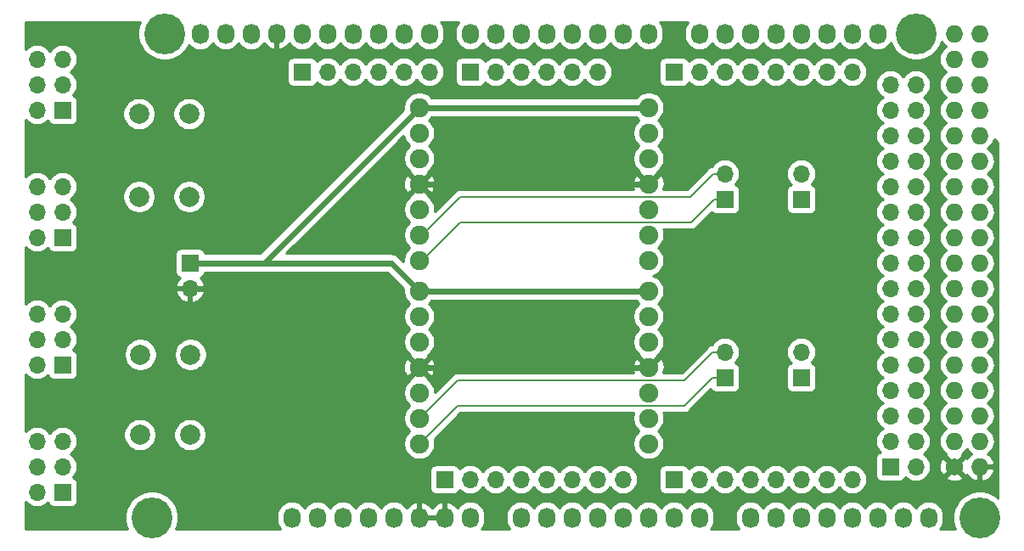
<source format=gbl>
G04 #@! TF.GenerationSoftware,KiCad,Pcbnew,(5.1.2-1)-1*
G04 #@! TF.CreationDate,2019-07-30T03:14:59+09:00*
G04 #@! TF.ProjectId,switcher-shield,73776974-6368-4657-922d-736869656c64,rev?*
G04 #@! TF.SameCoordinates,PX6296c50PY74079d0*
G04 #@! TF.FileFunction,Copper,L2,Bot*
G04 #@! TF.FilePolarity,Positive*
%FSLAX46Y46*%
G04 Gerber Fmt 4.6, Leading zero omitted, Abs format (unit mm)*
G04 Created by KiCad (PCBNEW (5.1.2-1)-1) date 2019-07-30 03:14:59*
%MOMM*%
%LPD*%
G04 APERTURE LIST*
%ADD10O,1.700000X1.700000*%
%ADD11R,1.700000X1.700000*%
%ADD12C,1.727200*%
%ADD13O,1.727200X1.727200*%
%ADD14O,1.727200X2.032000*%
%ADD15C,4.064000*%
%ADD16C,1.900000*%
%ADD17C,2.000000*%
%ADD18C,0.600000*%
%ADD19C,0.200000*%
%ADD20C,0.254000*%
G04 APERTURE END LIST*
D10*
X71120000Y19050000D03*
D11*
X71120000Y16510000D03*
D12*
X93980000Y7620000D03*
D13*
X96520000Y7620000D03*
X93980000Y10160000D03*
X96520000Y10160000D03*
X93980000Y12700000D03*
X96520000Y12700000D03*
X93980000Y15240000D03*
X96520000Y15240000D03*
X93980000Y17780000D03*
X96520000Y17780000D03*
X93980000Y20320000D03*
X96520000Y20320000D03*
X93980000Y22860000D03*
X96520000Y22860000D03*
X93980000Y25400000D03*
X96520000Y25400000D03*
X93980000Y27940000D03*
X96520000Y27940000D03*
X93980000Y30480000D03*
X96520000Y30480000D03*
X93980000Y33020000D03*
X96520000Y33020000D03*
X93980000Y35560000D03*
X96520000Y35560000D03*
X93980000Y38100000D03*
X96520000Y38100000D03*
X93980000Y40640000D03*
X96520000Y40640000D03*
X93980000Y43180000D03*
X96520000Y43180000D03*
X93980000Y45720000D03*
X96520000Y45720000D03*
X93980000Y48260000D03*
X96520000Y48260000D03*
X93980000Y50800000D03*
X96520000Y50800000D03*
D14*
X27940000Y2540000D03*
X30480000Y2540000D03*
X33020000Y2540000D03*
X35560000Y2540000D03*
X38100000Y2540000D03*
X40640000Y2540000D03*
X43180000Y2540000D03*
X45720000Y2540000D03*
X50800000Y2540000D03*
X53340000Y2540000D03*
X55880000Y2540000D03*
X58420000Y2540000D03*
X60960000Y2540000D03*
X63500000Y2540000D03*
X66040000Y2540000D03*
X68580000Y2540000D03*
X73660000Y2540000D03*
X76200000Y2540000D03*
X78740000Y2540000D03*
X81280000Y2540000D03*
X83820000Y2540000D03*
X86360000Y2540000D03*
X88900000Y2540000D03*
X91440000Y2540000D03*
X18796000Y50800000D03*
X21336000Y50800000D03*
X23876000Y50800000D03*
X26416000Y50800000D03*
X28956000Y50800000D03*
X31496000Y50800000D03*
X34036000Y50800000D03*
X36576000Y50800000D03*
X39116000Y50800000D03*
X41656000Y50800000D03*
X45720000Y50800000D03*
X48260000Y50800000D03*
X50800000Y50800000D03*
X53340000Y50800000D03*
X55880000Y50800000D03*
X58420000Y50800000D03*
X60960000Y50800000D03*
X63500000Y50800000D03*
X68580000Y50800000D03*
X71120000Y50800000D03*
X73660000Y50800000D03*
X76200000Y50800000D03*
X78740000Y50800000D03*
X81280000Y50800000D03*
X83820000Y50800000D03*
X86360000Y50800000D03*
D15*
X13970000Y2540000D03*
X96520000Y2540000D03*
X15240000Y50800000D03*
X90170000Y50800000D03*
D11*
X87630000Y7620000D03*
D10*
X90170000Y7620000D03*
X87630000Y10160000D03*
X90170000Y10160000D03*
X87630000Y12700000D03*
X90170000Y12700000D03*
X87630000Y15240000D03*
X90170000Y15240000D03*
X87630000Y17780000D03*
X90170000Y17780000D03*
X87630000Y20320000D03*
X90170000Y20320000D03*
X87630000Y22860000D03*
X90170000Y22860000D03*
X87630000Y25400000D03*
X90170000Y25400000D03*
X87630000Y27940000D03*
X90170000Y27940000D03*
X87630000Y30480000D03*
X90170000Y30480000D03*
X87630000Y33020000D03*
X90170000Y33020000D03*
X87630000Y35560000D03*
X90170000Y35560000D03*
X87630000Y38100000D03*
X90170000Y38100000D03*
X87630000Y40640000D03*
X90170000Y40640000D03*
X87630000Y43180000D03*
X90170000Y43180000D03*
X87630000Y45720000D03*
X90170000Y45720000D03*
D11*
X43180000Y6350000D03*
D10*
X45720000Y6350000D03*
X48260000Y6350000D03*
X50800000Y6350000D03*
X53340000Y6350000D03*
X55880000Y6350000D03*
X58420000Y6350000D03*
X60960000Y6350000D03*
X83820000Y6350000D03*
X81280000Y6350000D03*
X78740000Y6350000D03*
X76200000Y6350000D03*
X73660000Y6350000D03*
X71120000Y6350000D03*
X68580000Y6350000D03*
D11*
X66040000Y6350000D03*
X66040000Y46990000D03*
D10*
X68580000Y46990000D03*
X71120000Y46990000D03*
X73660000Y46990000D03*
X76200000Y46990000D03*
X78740000Y46990000D03*
X81280000Y46990000D03*
X83820000Y46990000D03*
D11*
X28956000Y46990000D03*
D10*
X31496000Y46990000D03*
X34036000Y46990000D03*
X36576000Y46990000D03*
X39116000Y46990000D03*
X41656000Y46990000D03*
X58420000Y46990000D03*
X55880000Y46990000D03*
X53340000Y46990000D03*
X50800000Y46990000D03*
X48260000Y46990000D03*
D11*
X45720000Y46990000D03*
D16*
X40640000Y25146000D03*
X40640000Y22606000D03*
X40640000Y20066000D03*
X40640000Y17526000D03*
X40640000Y14986000D03*
X40640000Y12446000D03*
X40640000Y9906000D03*
D11*
X5080000Y5080000D03*
D10*
X2540000Y5080000D03*
X5080000Y7620000D03*
X2540000Y7620000D03*
X5080000Y10160000D03*
X2540000Y10160000D03*
D11*
X17780000Y27940000D03*
D10*
X17780000Y25400000D03*
D16*
X63500000Y25146000D03*
X63500000Y22606000D03*
X63500000Y20066000D03*
X63500000Y17526000D03*
X63500000Y14986000D03*
X63500000Y12446000D03*
X63500000Y9906000D03*
X40640000Y43434000D03*
X40640000Y40894000D03*
X40640000Y38354000D03*
X40640000Y35814000D03*
X40640000Y33274000D03*
X40640000Y30734000D03*
X40640000Y28194000D03*
X63500000Y28194000D03*
X63500000Y30734000D03*
X63500000Y33274000D03*
X63500000Y35814000D03*
X63500000Y38354000D03*
X63500000Y40894000D03*
X63500000Y43434000D03*
D11*
X78740000Y16510000D03*
D10*
X78740000Y19050000D03*
D11*
X5080000Y17780000D03*
D10*
X2540000Y17780000D03*
X5080000Y20320000D03*
X2540000Y20320000D03*
X5080000Y22860000D03*
X2540000Y22860000D03*
X71120000Y36830000D03*
D11*
X71120000Y34290000D03*
X78740000Y34290000D03*
D10*
X78740000Y36830000D03*
D11*
X5080000Y30480000D03*
D10*
X2540000Y30480000D03*
X5080000Y33020000D03*
X2540000Y33020000D03*
X5080000Y35560000D03*
X2540000Y35560000D03*
X2540000Y48260000D03*
X5080000Y48260000D03*
X2540000Y45720000D03*
X5080000Y45720000D03*
X2540000Y43180000D03*
D11*
X5080000Y43180000D03*
D17*
X12780000Y10795000D03*
X17780000Y10795000D03*
X17827000Y18796000D03*
X12827000Y18796000D03*
X12700000Y34544000D03*
X17700000Y34544000D03*
X17700000Y42799000D03*
X12700000Y42799000D03*
D18*
X40640000Y17526000D02*
X63500000Y17526000D01*
X40640000Y35814000D02*
X63500000Y35814000D01*
X32766000Y25400000D02*
X40640000Y17526000D01*
X17780000Y25400000D02*
X32766000Y25400000D01*
X73025000Y27051000D02*
X63500000Y17526000D01*
X73025000Y37465000D02*
X73025000Y27051000D01*
X66421000Y38735000D02*
X71755000Y38735000D01*
X71755000Y38735000D02*
X73025000Y37465000D01*
X63500000Y35814000D02*
X66421000Y38735000D01*
D19*
X44450000Y16256000D02*
X40640000Y12446000D01*
X67089959Y16256000D02*
X44450000Y16256000D01*
X69883959Y19050000D02*
X67089959Y16256000D01*
X71120000Y19050000D02*
X69883959Y19050000D01*
X44450000Y13716000D02*
X40640000Y9906000D01*
X69850000Y16510000D02*
X67056000Y13716000D01*
X67056000Y13716000D02*
X44450000Y13716000D01*
X71120000Y16510000D02*
X69850000Y16510000D01*
X44704000Y32004000D02*
X40640000Y27940000D01*
X67784000Y32004000D02*
X44704000Y32004000D01*
X70070000Y34290000D02*
X67784000Y32004000D01*
X71120000Y34290000D02*
X70070000Y34290000D01*
X67631919Y34544000D02*
X44704000Y34544000D01*
X69917919Y36830000D02*
X67631919Y34544000D01*
X44704000Y34544000D02*
X40640000Y30480000D01*
X71120000Y36830000D02*
X69917919Y36830000D01*
D18*
X25146000Y27940000D02*
X40640000Y43434000D01*
X17780000Y27940000D02*
X25146000Y27940000D01*
X40640000Y43434000D02*
X63500000Y43434000D01*
X37846000Y27940000D02*
X40640000Y25146000D01*
X25146000Y27940000D02*
X37846000Y27940000D01*
X40640000Y25146000D02*
X63500000Y25146000D01*
D20*
G36*
X12675492Y51577935D02*
G01*
X12573000Y51062677D01*
X12573000Y50537323D01*
X12675492Y50022065D01*
X12876536Y49536702D01*
X13168406Y49099887D01*
X13539887Y48728406D01*
X13976702Y48436536D01*
X14462065Y48235492D01*
X14977323Y48133000D01*
X15502677Y48133000D01*
X16017935Y48235492D01*
X16503298Y48436536D01*
X16940113Y48728406D01*
X17311594Y49099887D01*
X17603464Y49536702D01*
X17659001Y49670781D01*
X17731203Y49582803D01*
X17959395Y49395531D01*
X18219737Y49256375D01*
X18502224Y49170684D01*
X18796000Y49141749D01*
X19089777Y49170684D01*
X19372264Y49256375D01*
X19632606Y49395531D01*
X19860797Y49582803D01*
X20048069Y49810994D01*
X20066000Y49844541D01*
X20083931Y49810994D01*
X20271203Y49582803D01*
X20499395Y49395531D01*
X20759737Y49256375D01*
X21042224Y49170684D01*
X21336000Y49141749D01*
X21629777Y49170684D01*
X21912264Y49256375D01*
X22172606Y49395531D01*
X22400797Y49582803D01*
X22588069Y49810994D01*
X22606000Y49844541D01*
X22623931Y49810994D01*
X22811203Y49582803D01*
X23039395Y49395531D01*
X23299737Y49256375D01*
X23582224Y49170684D01*
X23876000Y49141749D01*
X24169777Y49170684D01*
X24452264Y49256375D01*
X24712606Y49395531D01*
X24940797Y49582803D01*
X25128069Y49810994D01*
X25149424Y49850947D01*
X25297514Y49648271D01*
X25513965Y49449267D01*
X25765081Y49296314D01*
X26041211Y49195291D01*
X26056974Y49192642D01*
X26289000Y49313783D01*
X26289000Y50673000D01*
X26269000Y50673000D01*
X26269000Y50927000D01*
X26289000Y50927000D01*
X26289000Y50947000D01*
X26543000Y50947000D01*
X26543000Y50927000D01*
X26563000Y50927000D01*
X26563000Y50673000D01*
X26543000Y50673000D01*
X26543000Y49313783D01*
X26775026Y49192642D01*
X26790789Y49195291D01*
X27066919Y49296314D01*
X27318035Y49449267D01*
X27534486Y49648271D01*
X27682576Y49850947D01*
X27703931Y49810994D01*
X27891203Y49582803D01*
X28119395Y49395531D01*
X28379737Y49256375D01*
X28662224Y49170684D01*
X28956000Y49141749D01*
X29249777Y49170684D01*
X29532264Y49256375D01*
X29792606Y49395531D01*
X30020797Y49582803D01*
X30208069Y49810994D01*
X30226000Y49844541D01*
X30243931Y49810994D01*
X30431203Y49582803D01*
X30659395Y49395531D01*
X30919737Y49256375D01*
X31202224Y49170684D01*
X31496000Y49141749D01*
X31789777Y49170684D01*
X32072264Y49256375D01*
X32332606Y49395531D01*
X32560797Y49582803D01*
X32748069Y49810994D01*
X32766000Y49844541D01*
X32783931Y49810994D01*
X32971203Y49582803D01*
X33199395Y49395531D01*
X33459737Y49256375D01*
X33742224Y49170684D01*
X34036000Y49141749D01*
X34329777Y49170684D01*
X34612264Y49256375D01*
X34872606Y49395531D01*
X35100797Y49582803D01*
X35288069Y49810994D01*
X35306000Y49844541D01*
X35323931Y49810994D01*
X35511203Y49582803D01*
X35739395Y49395531D01*
X35999737Y49256375D01*
X36282224Y49170684D01*
X36576000Y49141749D01*
X36869777Y49170684D01*
X37152264Y49256375D01*
X37412606Y49395531D01*
X37640797Y49582803D01*
X37828069Y49810994D01*
X37846000Y49844541D01*
X37863931Y49810994D01*
X38051203Y49582803D01*
X38279395Y49395531D01*
X38539737Y49256375D01*
X38822224Y49170684D01*
X39116000Y49141749D01*
X39409777Y49170684D01*
X39692264Y49256375D01*
X39952606Y49395531D01*
X40180797Y49582803D01*
X40368069Y49810994D01*
X40386000Y49844541D01*
X40403931Y49810994D01*
X40591203Y49582803D01*
X40819395Y49395531D01*
X41079737Y49256375D01*
X41362224Y49170684D01*
X41656000Y49141749D01*
X41949777Y49170684D01*
X42232264Y49256375D01*
X42492606Y49395531D01*
X42720797Y49582803D01*
X42908069Y49810994D01*
X43047225Y50071337D01*
X43132916Y50353824D01*
X43154600Y50573982D01*
X43154600Y51026019D01*
X43132916Y51246177D01*
X43047225Y51528664D01*
X42908069Y51789006D01*
X42781689Y51943000D01*
X44594311Y51943000D01*
X44467931Y51789005D01*
X44328775Y51528663D01*
X44243084Y51246176D01*
X44221400Y51026018D01*
X44221400Y50573981D01*
X44243084Y50353823D01*
X44328775Y50071336D01*
X44467931Y49810994D01*
X44655203Y49582803D01*
X44883395Y49395531D01*
X45143737Y49256375D01*
X45426224Y49170684D01*
X45720000Y49141749D01*
X46013777Y49170684D01*
X46296264Y49256375D01*
X46556606Y49395531D01*
X46784797Y49582803D01*
X46972069Y49810994D01*
X46990000Y49844541D01*
X47007931Y49810994D01*
X47195203Y49582803D01*
X47423395Y49395531D01*
X47683737Y49256375D01*
X47966224Y49170684D01*
X48260000Y49141749D01*
X48553777Y49170684D01*
X48836264Y49256375D01*
X49096606Y49395531D01*
X49324797Y49582803D01*
X49512069Y49810994D01*
X49530000Y49844541D01*
X49547931Y49810994D01*
X49735203Y49582803D01*
X49963395Y49395531D01*
X50223737Y49256375D01*
X50506224Y49170684D01*
X50800000Y49141749D01*
X51093777Y49170684D01*
X51376264Y49256375D01*
X51636606Y49395531D01*
X51864797Y49582803D01*
X52052069Y49810994D01*
X52070000Y49844541D01*
X52087931Y49810994D01*
X52275203Y49582803D01*
X52503395Y49395531D01*
X52763737Y49256375D01*
X53046224Y49170684D01*
X53340000Y49141749D01*
X53633777Y49170684D01*
X53916264Y49256375D01*
X54176606Y49395531D01*
X54404797Y49582803D01*
X54592069Y49810994D01*
X54610000Y49844541D01*
X54627931Y49810994D01*
X54815203Y49582803D01*
X55043395Y49395531D01*
X55303737Y49256375D01*
X55586224Y49170684D01*
X55880000Y49141749D01*
X56173777Y49170684D01*
X56456264Y49256375D01*
X56716606Y49395531D01*
X56944797Y49582803D01*
X57132069Y49810994D01*
X57150000Y49844541D01*
X57167931Y49810994D01*
X57355203Y49582803D01*
X57583395Y49395531D01*
X57843737Y49256375D01*
X58126224Y49170684D01*
X58420000Y49141749D01*
X58713777Y49170684D01*
X58996264Y49256375D01*
X59256606Y49395531D01*
X59484797Y49582803D01*
X59672069Y49810994D01*
X59690000Y49844541D01*
X59707931Y49810994D01*
X59895203Y49582803D01*
X60123395Y49395531D01*
X60383737Y49256375D01*
X60666224Y49170684D01*
X60960000Y49141749D01*
X61253777Y49170684D01*
X61536264Y49256375D01*
X61796606Y49395531D01*
X62024797Y49582803D01*
X62212069Y49810994D01*
X62230000Y49844541D01*
X62247931Y49810994D01*
X62435203Y49582803D01*
X62663395Y49395531D01*
X62923737Y49256375D01*
X63206224Y49170684D01*
X63500000Y49141749D01*
X63793777Y49170684D01*
X64076264Y49256375D01*
X64336606Y49395531D01*
X64564797Y49582803D01*
X64752069Y49810994D01*
X64891225Y50071337D01*
X64976916Y50353824D01*
X64998600Y50573982D01*
X64998600Y51026019D01*
X64976916Y51246177D01*
X64891225Y51528664D01*
X64752069Y51789006D01*
X64625689Y51943000D01*
X67454311Y51943000D01*
X67327931Y51789005D01*
X67188775Y51528663D01*
X67103084Y51246176D01*
X67081400Y51026018D01*
X67081400Y50573981D01*
X67103084Y50353823D01*
X67188775Y50071336D01*
X67327931Y49810994D01*
X67515203Y49582803D01*
X67743395Y49395531D01*
X68003737Y49256375D01*
X68286224Y49170684D01*
X68580000Y49141749D01*
X68873777Y49170684D01*
X69156264Y49256375D01*
X69416606Y49395531D01*
X69644797Y49582803D01*
X69832069Y49810994D01*
X69850000Y49844541D01*
X69867931Y49810994D01*
X70055203Y49582803D01*
X70283395Y49395531D01*
X70543737Y49256375D01*
X70826224Y49170684D01*
X71120000Y49141749D01*
X71413777Y49170684D01*
X71696264Y49256375D01*
X71956606Y49395531D01*
X72184797Y49582803D01*
X72372069Y49810994D01*
X72390000Y49844541D01*
X72407931Y49810994D01*
X72595203Y49582803D01*
X72823395Y49395531D01*
X73083737Y49256375D01*
X73366224Y49170684D01*
X73660000Y49141749D01*
X73953777Y49170684D01*
X74236264Y49256375D01*
X74496606Y49395531D01*
X74724797Y49582803D01*
X74912069Y49810994D01*
X74930000Y49844541D01*
X74947931Y49810994D01*
X75135203Y49582803D01*
X75363395Y49395531D01*
X75623737Y49256375D01*
X75906224Y49170684D01*
X76200000Y49141749D01*
X76493777Y49170684D01*
X76776264Y49256375D01*
X77036606Y49395531D01*
X77264797Y49582803D01*
X77452069Y49810994D01*
X77470000Y49844541D01*
X77487931Y49810994D01*
X77675203Y49582803D01*
X77903395Y49395531D01*
X78163737Y49256375D01*
X78446224Y49170684D01*
X78740000Y49141749D01*
X79033777Y49170684D01*
X79316264Y49256375D01*
X79576606Y49395531D01*
X79804797Y49582803D01*
X79992069Y49810994D01*
X80010000Y49844541D01*
X80027931Y49810994D01*
X80215203Y49582803D01*
X80443395Y49395531D01*
X80703737Y49256375D01*
X80986224Y49170684D01*
X81280000Y49141749D01*
X81573777Y49170684D01*
X81856264Y49256375D01*
X82116606Y49395531D01*
X82344797Y49582803D01*
X82532069Y49810994D01*
X82550000Y49844541D01*
X82567931Y49810994D01*
X82755203Y49582803D01*
X82983395Y49395531D01*
X83243737Y49256375D01*
X83526224Y49170684D01*
X83820000Y49141749D01*
X84113777Y49170684D01*
X84396264Y49256375D01*
X84656606Y49395531D01*
X84884797Y49582803D01*
X85072069Y49810994D01*
X85090000Y49844541D01*
X85107931Y49810994D01*
X85295203Y49582803D01*
X85523395Y49395531D01*
X85783737Y49256375D01*
X86066224Y49170684D01*
X86360000Y49141749D01*
X86653777Y49170684D01*
X86936264Y49256375D01*
X87196606Y49395531D01*
X87424797Y49582803D01*
X87612069Y49810994D01*
X87657621Y49896215D01*
X87806536Y49536702D01*
X88098406Y49099887D01*
X88469887Y48728406D01*
X88906702Y48436536D01*
X89392065Y48235492D01*
X89907323Y48133000D01*
X90432677Y48133000D01*
X90947935Y48235492D01*
X91433298Y48436536D01*
X91870113Y48728406D01*
X92241594Y49099887D01*
X92533464Y49536702D01*
X92717945Y49982077D01*
X92727931Y49963394D01*
X92915203Y49735203D01*
X93143394Y49547931D01*
X93176940Y49530000D01*
X93143394Y49512069D01*
X92915203Y49324797D01*
X92727931Y49096606D01*
X92588775Y48836264D01*
X92503084Y48553777D01*
X92474149Y48260000D01*
X92503084Y47966223D01*
X92588775Y47683736D01*
X92727931Y47423394D01*
X92915203Y47195203D01*
X93143394Y47007931D01*
X93176940Y46990000D01*
X93143394Y46972069D01*
X92915203Y46784797D01*
X92727931Y46556606D01*
X92588775Y46296264D01*
X92503084Y46013777D01*
X92474149Y45720000D01*
X92503084Y45426223D01*
X92588775Y45143736D01*
X92727931Y44883394D01*
X92915203Y44655203D01*
X93143394Y44467931D01*
X93176940Y44450000D01*
X93143394Y44432069D01*
X92915203Y44244797D01*
X92727931Y44016606D01*
X92588775Y43756264D01*
X92503084Y43473777D01*
X92474149Y43180000D01*
X92503084Y42886223D01*
X92588775Y42603736D01*
X92727931Y42343394D01*
X92915203Y42115203D01*
X93143394Y41927931D01*
X93176940Y41910000D01*
X93143394Y41892069D01*
X92915203Y41704797D01*
X92727931Y41476606D01*
X92588775Y41216264D01*
X92503084Y40933777D01*
X92474149Y40640000D01*
X92503084Y40346223D01*
X92588775Y40063736D01*
X92727931Y39803394D01*
X92915203Y39575203D01*
X93143394Y39387931D01*
X93176940Y39370000D01*
X93143394Y39352069D01*
X92915203Y39164797D01*
X92727931Y38936606D01*
X92588775Y38676264D01*
X92503084Y38393777D01*
X92474149Y38100000D01*
X92503084Y37806223D01*
X92588775Y37523736D01*
X92727931Y37263394D01*
X92915203Y37035203D01*
X93143394Y36847931D01*
X93176940Y36830000D01*
X93143394Y36812069D01*
X92915203Y36624797D01*
X92727931Y36396606D01*
X92588775Y36136264D01*
X92503084Y35853777D01*
X92474149Y35560000D01*
X92503084Y35266223D01*
X92588775Y34983736D01*
X92727931Y34723394D01*
X92915203Y34495203D01*
X93143394Y34307931D01*
X93176940Y34290000D01*
X93143394Y34272069D01*
X92915203Y34084797D01*
X92727931Y33856606D01*
X92588775Y33596264D01*
X92503084Y33313777D01*
X92474149Y33020000D01*
X92503084Y32726223D01*
X92588775Y32443736D01*
X92727931Y32183394D01*
X92915203Y31955203D01*
X93143394Y31767931D01*
X93176940Y31750000D01*
X93143394Y31732069D01*
X92915203Y31544797D01*
X92727931Y31316606D01*
X92588775Y31056264D01*
X92503084Y30773777D01*
X92474149Y30480000D01*
X92503084Y30186223D01*
X92588775Y29903736D01*
X92727931Y29643394D01*
X92915203Y29415203D01*
X93143394Y29227931D01*
X93176940Y29210000D01*
X93143394Y29192069D01*
X92915203Y29004797D01*
X92727931Y28776606D01*
X92588775Y28516264D01*
X92503084Y28233777D01*
X92474149Y27940000D01*
X92503084Y27646223D01*
X92588775Y27363736D01*
X92727931Y27103394D01*
X92915203Y26875203D01*
X93143394Y26687931D01*
X93176940Y26670000D01*
X93143394Y26652069D01*
X92915203Y26464797D01*
X92727931Y26236606D01*
X92588775Y25976264D01*
X92503084Y25693777D01*
X92474149Y25400000D01*
X92503084Y25106223D01*
X92588775Y24823736D01*
X92727931Y24563394D01*
X92915203Y24335203D01*
X93143394Y24147931D01*
X93176940Y24130000D01*
X93143394Y24112069D01*
X92915203Y23924797D01*
X92727931Y23696606D01*
X92588775Y23436264D01*
X92503084Y23153777D01*
X92474149Y22860000D01*
X92503084Y22566223D01*
X92588775Y22283736D01*
X92727931Y22023394D01*
X92915203Y21795203D01*
X93143394Y21607931D01*
X93176940Y21590000D01*
X93143394Y21572069D01*
X92915203Y21384797D01*
X92727931Y21156606D01*
X92588775Y20896264D01*
X92503084Y20613777D01*
X92474149Y20320000D01*
X92503084Y20026223D01*
X92588775Y19743736D01*
X92727931Y19483394D01*
X92915203Y19255203D01*
X93143394Y19067931D01*
X93176940Y19050000D01*
X93143394Y19032069D01*
X92915203Y18844797D01*
X92727931Y18616606D01*
X92588775Y18356264D01*
X92503084Y18073777D01*
X92474149Y17780000D01*
X92503084Y17486223D01*
X92588775Y17203736D01*
X92727931Y16943394D01*
X92915203Y16715203D01*
X93143394Y16527931D01*
X93176940Y16510000D01*
X93143394Y16492069D01*
X92915203Y16304797D01*
X92727931Y16076606D01*
X92588775Y15816264D01*
X92503084Y15533777D01*
X92474149Y15240000D01*
X92503084Y14946223D01*
X92588775Y14663736D01*
X92727931Y14403394D01*
X92915203Y14175203D01*
X93143394Y13987931D01*
X93176940Y13970000D01*
X93143394Y13952069D01*
X92915203Y13764797D01*
X92727931Y13536606D01*
X92588775Y13276264D01*
X92503084Y12993777D01*
X92474149Y12700000D01*
X92503084Y12406223D01*
X92588775Y12123736D01*
X92727931Y11863394D01*
X92915203Y11635203D01*
X93143394Y11447931D01*
X93176940Y11430000D01*
X93143394Y11412069D01*
X92915203Y11224797D01*
X92727931Y10996606D01*
X92588775Y10736264D01*
X92503084Y10453777D01*
X92474149Y10160000D01*
X92503084Y9866223D01*
X92588775Y9583736D01*
X92727931Y9323394D01*
X92915203Y9095203D01*
X93143394Y8907931D01*
X93192305Y8881787D01*
X93121501Y8658104D01*
X93980000Y7799605D01*
X94838499Y8658104D01*
X94767695Y8881787D01*
X94816606Y8907931D01*
X95044797Y9095203D01*
X95232069Y9323394D01*
X95250000Y9356940D01*
X95267931Y9323394D01*
X95455203Y9095203D01*
X95683394Y8907931D01*
X95723433Y8886530D01*
X95509707Y8726854D01*
X95313183Y8508488D01*
X95251434Y8404641D01*
X95018104Y8478499D01*
X94159605Y7620000D01*
X95018104Y6761501D01*
X95251434Y6835359D01*
X95313183Y6731512D01*
X95509707Y6513146D01*
X95745056Y6337316D01*
X96010186Y6210778D01*
X96160974Y6165042D01*
X96393000Y6286183D01*
X96393000Y7493000D01*
X96647000Y7493000D01*
X96647000Y6286183D01*
X96879026Y6165042D01*
X97029814Y6210778D01*
X97294944Y6337316D01*
X97530293Y6513146D01*
X97726817Y6731512D01*
X97876964Y6984022D01*
X97974963Y7260973D01*
X97854464Y7493000D01*
X96647000Y7493000D01*
X96393000Y7493000D01*
X96373000Y7493000D01*
X96373000Y7747000D01*
X96393000Y7747000D01*
X96393000Y7767000D01*
X96647000Y7767000D01*
X96647000Y7747000D01*
X97854464Y7747000D01*
X97974963Y7979027D01*
X97876964Y8255978D01*
X97726817Y8508488D01*
X97530293Y8726854D01*
X97316567Y8886530D01*
X97356606Y8907931D01*
X97584797Y9095203D01*
X97772069Y9323394D01*
X97911225Y9583736D01*
X97996916Y9866223D01*
X98025851Y10160000D01*
X97996916Y10453777D01*
X97911225Y10736264D01*
X97772069Y10996606D01*
X97584797Y11224797D01*
X97356606Y11412069D01*
X97323060Y11430000D01*
X97356606Y11447931D01*
X97584797Y11635203D01*
X97772069Y11863394D01*
X97911225Y12123736D01*
X97996916Y12406223D01*
X98025851Y12700000D01*
X97996916Y12993777D01*
X97911225Y13276264D01*
X97772069Y13536606D01*
X97584797Y13764797D01*
X97356606Y13952069D01*
X97323060Y13970000D01*
X97356606Y13987931D01*
X97584797Y14175203D01*
X97772069Y14403394D01*
X97911225Y14663736D01*
X97996916Y14946223D01*
X98025851Y15240000D01*
X97996916Y15533777D01*
X97911225Y15816264D01*
X97772069Y16076606D01*
X97584797Y16304797D01*
X97356606Y16492069D01*
X97323060Y16510000D01*
X97356606Y16527931D01*
X97584797Y16715203D01*
X97772069Y16943394D01*
X97911225Y17203736D01*
X97996916Y17486223D01*
X98025851Y17780000D01*
X97996916Y18073777D01*
X97911225Y18356264D01*
X97772069Y18616606D01*
X97584797Y18844797D01*
X97356606Y19032069D01*
X97323060Y19050000D01*
X97356606Y19067931D01*
X97584797Y19255203D01*
X97772069Y19483394D01*
X97911225Y19743736D01*
X97996916Y20026223D01*
X98025851Y20320000D01*
X97996916Y20613777D01*
X97911225Y20896264D01*
X97772069Y21156606D01*
X97584797Y21384797D01*
X97356606Y21572069D01*
X97323060Y21590000D01*
X97356606Y21607931D01*
X97584797Y21795203D01*
X97772069Y22023394D01*
X97911225Y22283736D01*
X97996916Y22566223D01*
X98025851Y22860000D01*
X97996916Y23153777D01*
X97911225Y23436264D01*
X97772069Y23696606D01*
X97584797Y23924797D01*
X97356606Y24112069D01*
X97323060Y24130000D01*
X97356606Y24147931D01*
X97584797Y24335203D01*
X97772069Y24563394D01*
X97911225Y24823736D01*
X97996916Y25106223D01*
X98025851Y25400000D01*
X97996916Y25693777D01*
X97911225Y25976264D01*
X97772069Y26236606D01*
X97584797Y26464797D01*
X97356606Y26652069D01*
X97323060Y26670000D01*
X97356606Y26687931D01*
X97584797Y26875203D01*
X97772069Y27103394D01*
X97911225Y27363736D01*
X97996916Y27646223D01*
X98025851Y27940000D01*
X97996916Y28233777D01*
X97911225Y28516264D01*
X97772069Y28776606D01*
X97584797Y29004797D01*
X97356606Y29192069D01*
X97323060Y29210000D01*
X97356606Y29227931D01*
X97584797Y29415203D01*
X97772069Y29643394D01*
X97911225Y29903736D01*
X97996916Y30186223D01*
X98025851Y30480000D01*
X97996916Y30773777D01*
X97911225Y31056264D01*
X97772069Y31316606D01*
X97584797Y31544797D01*
X97356606Y31732069D01*
X97323060Y31750000D01*
X97356606Y31767931D01*
X97584797Y31955203D01*
X97772069Y32183394D01*
X97911225Y32443736D01*
X97996916Y32726223D01*
X98025851Y33020000D01*
X97996916Y33313777D01*
X97911225Y33596264D01*
X97772069Y33856606D01*
X97584797Y34084797D01*
X97356606Y34272069D01*
X97323060Y34290000D01*
X97356606Y34307931D01*
X97584797Y34495203D01*
X97772069Y34723394D01*
X97911225Y34983736D01*
X97996916Y35266223D01*
X98025851Y35560000D01*
X97996916Y35853777D01*
X97911225Y36136264D01*
X97772069Y36396606D01*
X97584797Y36624797D01*
X97356606Y36812069D01*
X97323060Y36830000D01*
X97356606Y36847931D01*
X97584797Y37035203D01*
X97772069Y37263394D01*
X97911225Y37523736D01*
X97996916Y37806223D01*
X98025851Y38100000D01*
X97996916Y38393777D01*
X97911225Y38676264D01*
X97772069Y38936606D01*
X97584797Y39164797D01*
X97356606Y39352069D01*
X97323060Y39370000D01*
X97356606Y39387931D01*
X97584797Y39575203D01*
X97772069Y39803394D01*
X97911225Y40063736D01*
X97975330Y40275064D01*
X98350000Y39900394D01*
X98350001Y4481706D01*
X98220113Y4611594D01*
X97783298Y4903464D01*
X97297935Y5104508D01*
X96782677Y5207000D01*
X96257323Y5207000D01*
X95742065Y5104508D01*
X95256702Y4903464D01*
X94819887Y4611594D01*
X94448406Y4240113D01*
X94156536Y3803298D01*
X93955492Y3317935D01*
X93853000Y2802677D01*
X93853000Y2277323D01*
X93955492Y1762065D01*
X94106707Y1397000D01*
X92565689Y1397000D01*
X92692069Y1550994D01*
X92831225Y1811337D01*
X92916916Y2093824D01*
X92938600Y2313982D01*
X92938600Y2766019D01*
X92916916Y2986177D01*
X92831225Y3268664D01*
X92692069Y3529006D01*
X92504797Y3757197D01*
X92276605Y3944469D01*
X92016263Y4083625D01*
X91733776Y4169316D01*
X91440000Y4198251D01*
X91146223Y4169316D01*
X90863736Y4083625D01*
X90603394Y3944469D01*
X90375203Y3757197D01*
X90187931Y3529005D01*
X90170000Y3495459D01*
X90152069Y3529006D01*
X89964797Y3757197D01*
X89736605Y3944469D01*
X89476263Y4083625D01*
X89193776Y4169316D01*
X88900000Y4198251D01*
X88606223Y4169316D01*
X88323736Y4083625D01*
X88063394Y3944469D01*
X87835203Y3757197D01*
X87647931Y3529005D01*
X87630000Y3495459D01*
X87612069Y3529006D01*
X87424797Y3757197D01*
X87196605Y3944469D01*
X86936263Y4083625D01*
X86653776Y4169316D01*
X86360000Y4198251D01*
X86066223Y4169316D01*
X85783736Y4083625D01*
X85523394Y3944469D01*
X85295203Y3757197D01*
X85107931Y3529005D01*
X85090000Y3495459D01*
X85072069Y3529006D01*
X84884797Y3757197D01*
X84656605Y3944469D01*
X84396263Y4083625D01*
X84113776Y4169316D01*
X83820000Y4198251D01*
X83526223Y4169316D01*
X83243736Y4083625D01*
X82983394Y3944469D01*
X82755203Y3757197D01*
X82567931Y3529005D01*
X82550000Y3495459D01*
X82532069Y3529006D01*
X82344797Y3757197D01*
X82116605Y3944469D01*
X81856263Y4083625D01*
X81573776Y4169316D01*
X81280000Y4198251D01*
X80986223Y4169316D01*
X80703736Y4083625D01*
X80443394Y3944469D01*
X80215203Y3757197D01*
X80027931Y3529005D01*
X80010000Y3495459D01*
X79992069Y3529006D01*
X79804797Y3757197D01*
X79576605Y3944469D01*
X79316263Y4083625D01*
X79033776Y4169316D01*
X78740000Y4198251D01*
X78446223Y4169316D01*
X78163736Y4083625D01*
X77903394Y3944469D01*
X77675203Y3757197D01*
X77487931Y3529005D01*
X77470000Y3495459D01*
X77452069Y3529006D01*
X77264797Y3757197D01*
X77036605Y3944469D01*
X76776263Y4083625D01*
X76493776Y4169316D01*
X76200000Y4198251D01*
X75906223Y4169316D01*
X75623736Y4083625D01*
X75363394Y3944469D01*
X75135203Y3757197D01*
X74947931Y3529005D01*
X74930000Y3495459D01*
X74912069Y3529006D01*
X74724797Y3757197D01*
X74496605Y3944469D01*
X74236263Y4083625D01*
X73953776Y4169316D01*
X73660000Y4198251D01*
X73366223Y4169316D01*
X73083736Y4083625D01*
X72823394Y3944469D01*
X72595203Y3757197D01*
X72407931Y3529005D01*
X72268775Y3268663D01*
X72183084Y2986176D01*
X72161400Y2766018D01*
X72161400Y2313981D01*
X72183084Y2093823D01*
X72268775Y1811336D01*
X72407931Y1550994D01*
X72534311Y1397000D01*
X69705689Y1397000D01*
X69832069Y1550994D01*
X69971225Y1811337D01*
X70056916Y2093824D01*
X70078600Y2313982D01*
X70078600Y2766019D01*
X70056916Y2986177D01*
X69971225Y3268664D01*
X69832069Y3529006D01*
X69644797Y3757197D01*
X69416605Y3944469D01*
X69156263Y4083625D01*
X68873776Y4169316D01*
X68580000Y4198251D01*
X68286223Y4169316D01*
X68003736Y4083625D01*
X67743394Y3944469D01*
X67515203Y3757197D01*
X67327931Y3529005D01*
X67310000Y3495459D01*
X67292069Y3529006D01*
X67104797Y3757197D01*
X66876605Y3944469D01*
X66616263Y4083625D01*
X66333776Y4169316D01*
X66040000Y4198251D01*
X65746223Y4169316D01*
X65463736Y4083625D01*
X65203394Y3944469D01*
X64975203Y3757197D01*
X64787931Y3529005D01*
X64770000Y3495459D01*
X64752069Y3529006D01*
X64564797Y3757197D01*
X64336605Y3944469D01*
X64076263Y4083625D01*
X63793776Y4169316D01*
X63500000Y4198251D01*
X63206223Y4169316D01*
X62923736Y4083625D01*
X62663394Y3944469D01*
X62435203Y3757197D01*
X62247931Y3529005D01*
X62230000Y3495459D01*
X62212069Y3529006D01*
X62024797Y3757197D01*
X61796605Y3944469D01*
X61536263Y4083625D01*
X61253776Y4169316D01*
X60960000Y4198251D01*
X60666223Y4169316D01*
X60383736Y4083625D01*
X60123394Y3944469D01*
X59895203Y3757197D01*
X59707931Y3529005D01*
X59690000Y3495459D01*
X59672069Y3529006D01*
X59484797Y3757197D01*
X59256605Y3944469D01*
X58996263Y4083625D01*
X58713776Y4169316D01*
X58420000Y4198251D01*
X58126223Y4169316D01*
X57843736Y4083625D01*
X57583394Y3944469D01*
X57355203Y3757197D01*
X57167931Y3529005D01*
X57150000Y3495459D01*
X57132069Y3529006D01*
X56944797Y3757197D01*
X56716605Y3944469D01*
X56456263Y4083625D01*
X56173776Y4169316D01*
X55880000Y4198251D01*
X55586223Y4169316D01*
X55303736Y4083625D01*
X55043394Y3944469D01*
X54815203Y3757197D01*
X54627931Y3529005D01*
X54610000Y3495459D01*
X54592069Y3529006D01*
X54404797Y3757197D01*
X54176605Y3944469D01*
X53916263Y4083625D01*
X53633776Y4169316D01*
X53340000Y4198251D01*
X53046223Y4169316D01*
X52763736Y4083625D01*
X52503394Y3944469D01*
X52275203Y3757197D01*
X52087931Y3529005D01*
X52070000Y3495459D01*
X52052069Y3529006D01*
X51864797Y3757197D01*
X51636605Y3944469D01*
X51376263Y4083625D01*
X51093776Y4169316D01*
X50800000Y4198251D01*
X50506223Y4169316D01*
X50223736Y4083625D01*
X49963394Y3944469D01*
X49735203Y3757197D01*
X49547931Y3529005D01*
X49408775Y3268663D01*
X49323084Y2986176D01*
X49301400Y2766018D01*
X49301400Y2313981D01*
X49323084Y2093823D01*
X49408775Y1811336D01*
X49547931Y1550994D01*
X49674311Y1397000D01*
X46845689Y1397000D01*
X46972069Y1550994D01*
X47111225Y1811337D01*
X47196916Y2093824D01*
X47218600Y2313982D01*
X47218600Y2766019D01*
X47196916Y2986177D01*
X47111225Y3268664D01*
X46972069Y3529006D01*
X46784797Y3757197D01*
X46556605Y3944469D01*
X46296263Y4083625D01*
X46013776Y4169316D01*
X45720000Y4198251D01*
X45426223Y4169316D01*
X45143736Y4083625D01*
X44883394Y3944469D01*
X44655203Y3757197D01*
X44467931Y3529005D01*
X44446576Y3489053D01*
X44298486Y3691729D01*
X44082035Y3890733D01*
X43830919Y4043686D01*
X43554789Y4144709D01*
X43539026Y4147358D01*
X43307000Y4026217D01*
X43307000Y2667000D01*
X43327000Y2667000D01*
X43327000Y2413000D01*
X43307000Y2413000D01*
X43307000Y2393000D01*
X43053000Y2393000D01*
X43053000Y2413000D01*
X40767000Y2413000D01*
X40767000Y2393000D01*
X40513000Y2393000D01*
X40513000Y2413000D01*
X40493000Y2413000D01*
X40493000Y2667000D01*
X40513000Y2667000D01*
X40513000Y4026217D01*
X40767000Y4026217D01*
X40767000Y2667000D01*
X43053000Y2667000D01*
X43053000Y4026217D01*
X42820974Y4147358D01*
X42805211Y4144709D01*
X42529081Y4043686D01*
X42277965Y3890733D01*
X42061514Y3691729D01*
X41910000Y3484367D01*
X41758486Y3691729D01*
X41542035Y3890733D01*
X41290919Y4043686D01*
X41014789Y4144709D01*
X40999026Y4147358D01*
X40767000Y4026217D01*
X40513000Y4026217D01*
X40280974Y4147358D01*
X40265211Y4144709D01*
X39989081Y4043686D01*
X39737965Y3890733D01*
X39521514Y3691729D01*
X39373424Y3489053D01*
X39352069Y3529006D01*
X39164797Y3757197D01*
X38936605Y3944469D01*
X38676263Y4083625D01*
X38393776Y4169316D01*
X38100000Y4198251D01*
X37806223Y4169316D01*
X37523736Y4083625D01*
X37263394Y3944469D01*
X37035203Y3757197D01*
X36847931Y3529005D01*
X36830000Y3495459D01*
X36812069Y3529006D01*
X36624797Y3757197D01*
X36396605Y3944469D01*
X36136263Y4083625D01*
X35853776Y4169316D01*
X35560000Y4198251D01*
X35266223Y4169316D01*
X34983736Y4083625D01*
X34723394Y3944469D01*
X34495203Y3757197D01*
X34307931Y3529005D01*
X34290000Y3495459D01*
X34272069Y3529006D01*
X34084797Y3757197D01*
X33856605Y3944469D01*
X33596263Y4083625D01*
X33313776Y4169316D01*
X33020000Y4198251D01*
X32726223Y4169316D01*
X32443736Y4083625D01*
X32183394Y3944469D01*
X31955203Y3757197D01*
X31767931Y3529005D01*
X31750000Y3495459D01*
X31732069Y3529006D01*
X31544797Y3757197D01*
X31316605Y3944469D01*
X31056263Y4083625D01*
X30773776Y4169316D01*
X30480000Y4198251D01*
X30186223Y4169316D01*
X29903736Y4083625D01*
X29643394Y3944469D01*
X29415203Y3757197D01*
X29227931Y3529005D01*
X29210000Y3495459D01*
X29192069Y3529006D01*
X29004797Y3757197D01*
X28776605Y3944469D01*
X28516263Y4083625D01*
X28233776Y4169316D01*
X27940000Y4198251D01*
X27646223Y4169316D01*
X27363736Y4083625D01*
X27103394Y3944469D01*
X26875203Y3757197D01*
X26687931Y3529005D01*
X26548775Y3268663D01*
X26463084Y2986176D01*
X26441400Y2766018D01*
X26441400Y2313981D01*
X26463084Y2093823D01*
X26548775Y1811336D01*
X26687931Y1550994D01*
X26814311Y1397000D01*
X16383293Y1397000D01*
X16534508Y1762065D01*
X16637000Y2277323D01*
X16637000Y2802677D01*
X16534508Y3317935D01*
X16333464Y3803298D01*
X16041594Y4240113D01*
X15670113Y4611594D01*
X15233298Y4903464D01*
X14747935Y5104508D01*
X14232677Y5207000D01*
X13707323Y5207000D01*
X13192065Y5104508D01*
X12706702Y4903464D01*
X12269887Y4611594D01*
X11898406Y4240113D01*
X11606536Y3803298D01*
X11405492Y3317935D01*
X11303000Y2802677D01*
X11303000Y2277323D01*
X11405492Y1762065D01*
X11556707Y1397000D01*
X1397000Y1397000D01*
X1397000Y4131931D01*
X1484866Y4024866D01*
X1710986Y3839294D01*
X1968966Y3701401D01*
X2248889Y3616487D01*
X2467050Y3595000D01*
X2612950Y3595000D01*
X2831111Y3616487D01*
X3111034Y3701401D01*
X3369014Y3839294D01*
X3595134Y4024866D01*
X3619607Y4054687D01*
X3640498Y3985820D01*
X3699463Y3875506D01*
X3778815Y3778815D01*
X3875506Y3699463D01*
X3985820Y3640498D01*
X4105518Y3604188D01*
X4230000Y3591928D01*
X5930000Y3591928D01*
X6054482Y3604188D01*
X6174180Y3640498D01*
X6284494Y3699463D01*
X6381185Y3778815D01*
X6460537Y3875506D01*
X6519502Y3985820D01*
X6555812Y4105518D01*
X6568072Y4230000D01*
X6568072Y5930000D01*
X6555812Y6054482D01*
X6519502Y6174180D01*
X6460537Y6284494D01*
X6381185Y6381185D01*
X6284494Y6460537D01*
X6174180Y6519502D01*
X6105313Y6540393D01*
X6135134Y6564866D01*
X6320706Y6790986D01*
X6458599Y7048966D01*
X6504414Y7200000D01*
X41691928Y7200000D01*
X41691928Y5500000D01*
X41704188Y5375518D01*
X41740498Y5255820D01*
X41799463Y5145506D01*
X41878815Y5048815D01*
X41975506Y4969463D01*
X42085820Y4910498D01*
X42205518Y4874188D01*
X42330000Y4861928D01*
X44030000Y4861928D01*
X44154482Y4874188D01*
X44274180Y4910498D01*
X44384494Y4969463D01*
X44481185Y5048815D01*
X44560537Y5145506D01*
X44619502Y5255820D01*
X44640393Y5324687D01*
X44664866Y5294866D01*
X44890986Y5109294D01*
X45148966Y4971401D01*
X45428889Y4886487D01*
X45647050Y4865000D01*
X45792950Y4865000D01*
X46011111Y4886487D01*
X46291034Y4971401D01*
X46549014Y5109294D01*
X46775134Y5294866D01*
X46960706Y5520986D01*
X46990000Y5575791D01*
X47019294Y5520986D01*
X47204866Y5294866D01*
X47430986Y5109294D01*
X47688966Y4971401D01*
X47968889Y4886487D01*
X48187050Y4865000D01*
X48332950Y4865000D01*
X48551111Y4886487D01*
X48831034Y4971401D01*
X49089014Y5109294D01*
X49315134Y5294866D01*
X49500706Y5520986D01*
X49530000Y5575791D01*
X49559294Y5520986D01*
X49744866Y5294866D01*
X49970986Y5109294D01*
X50228966Y4971401D01*
X50508889Y4886487D01*
X50727050Y4865000D01*
X50872950Y4865000D01*
X51091111Y4886487D01*
X51371034Y4971401D01*
X51629014Y5109294D01*
X51855134Y5294866D01*
X52040706Y5520986D01*
X52070000Y5575791D01*
X52099294Y5520986D01*
X52284866Y5294866D01*
X52510986Y5109294D01*
X52768966Y4971401D01*
X53048889Y4886487D01*
X53267050Y4865000D01*
X53412950Y4865000D01*
X53631111Y4886487D01*
X53911034Y4971401D01*
X54169014Y5109294D01*
X54395134Y5294866D01*
X54580706Y5520986D01*
X54610000Y5575791D01*
X54639294Y5520986D01*
X54824866Y5294866D01*
X55050986Y5109294D01*
X55308966Y4971401D01*
X55588889Y4886487D01*
X55807050Y4865000D01*
X55952950Y4865000D01*
X56171111Y4886487D01*
X56451034Y4971401D01*
X56709014Y5109294D01*
X56935134Y5294866D01*
X57120706Y5520986D01*
X57150000Y5575791D01*
X57179294Y5520986D01*
X57364866Y5294866D01*
X57590986Y5109294D01*
X57848966Y4971401D01*
X58128889Y4886487D01*
X58347050Y4865000D01*
X58492950Y4865000D01*
X58711111Y4886487D01*
X58991034Y4971401D01*
X59249014Y5109294D01*
X59475134Y5294866D01*
X59660706Y5520986D01*
X59690000Y5575791D01*
X59719294Y5520986D01*
X59904866Y5294866D01*
X60130986Y5109294D01*
X60388966Y4971401D01*
X60668889Y4886487D01*
X60887050Y4865000D01*
X61032950Y4865000D01*
X61251111Y4886487D01*
X61531034Y4971401D01*
X61789014Y5109294D01*
X62015134Y5294866D01*
X62200706Y5520986D01*
X62338599Y5778966D01*
X62423513Y6058889D01*
X62452185Y6350000D01*
X62423513Y6641111D01*
X62338599Y6921034D01*
X62200706Y7179014D01*
X62183484Y7200000D01*
X64551928Y7200000D01*
X64551928Y5500000D01*
X64564188Y5375518D01*
X64600498Y5255820D01*
X64659463Y5145506D01*
X64738815Y5048815D01*
X64835506Y4969463D01*
X64945820Y4910498D01*
X65065518Y4874188D01*
X65190000Y4861928D01*
X66890000Y4861928D01*
X67014482Y4874188D01*
X67134180Y4910498D01*
X67244494Y4969463D01*
X67341185Y5048815D01*
X67420537Y5145506D01*
X67479502Y5255820D01*
X67500393Y5324687D01*
X67524866Y5294866D01*
X67750986Y5109294D01*
X68008966Y4971401D01*
X68288889Y4886487D01*
X68507050Y4865000D01*
X68652950Y4865000D01*
X68871111Y4886487D01*
X69151034Y4971401D01*
X69409014Y5109294D01*
X69635134Y5294866D01*
X69820706Y5520986D01*
X69850000Y5575791D01*
X69879294Y5520986D01*
X70064866Y5294866D01*
X70290986Y5109294D01*
X70548966Y4971401D01*
X70828889Y4886487D01*
X71047050Y4865000D01*
X71192950Y4865000D01*
X71411111Y4886487D01*
X71691034Y4971401D01*
X71949014Y5109294D01*
X72175134Y5294866D01*
X72360706Y5520986D01*
X72390000Y5575791D01*
X72419294Y5520986D01*
X72604866Y5294866D01*
X72830986Y5109294D01*
X73088966Y4971401D01*
X73368889Y4886487D01*
X73587050Y4865000D01*
X73732950Y4865000D01*
X73951111Y4886487D01*
X74231034Y4971401D01*
X74489014Y5109294D01*
X74715134Y5294866D01*
X74900706Y5520986D01*
X74930000Y5575791D01*
X74959294Y5520986D01*
X75144866Y5294866D01*
X75370986Y5109294D01*
X75628966Y4971401D01*
X75908889Y4886487D01*
X76127050Y4865000D01*
X76272950Y4865000D01*
X76491111Y4886487D01*
X76771034Y4971401D01*
X77029014Y5109294D01*
X77255134Y5294866D01*
X77440706Y5520986D01*
X77470000Y5575791D01*
X77499294Y5520986D01*
X77684866Y5294866D01*
X77910986Y5109294D01*
X78168966Y4971401D01*
X78448889Y4886487D01*
X78667050Y4865000D01*
X78812950Y4865000D01*
X79031111Y4886487D01*
X79311034Y4971401D01*
X79569014Y5109294D01*
X79795134Y5294866D01*
X79980706Y5520986D01*
X80010000Y5575791D01*
X80039294Y5520986D01*
X80224866Y5294866D01*
X80450986Y5109294D01*
X80708966Y4971401D01*
X80988889Y4886487D01*
X81207050Y4865000D01*
X81352950Y4865000D01*
X81571111Y4886487D01*
X81851034Y4971401D01*
X82109014Y5109294D01*
X82335134Y5294866D01*
X82520706Y5520986D01*
X82550000Y5575791D01*
X82579294Y5520986D01*
X82764866Y5294866D01*
X82990986Y5109294D01*
X83248966Y4971401D01*
X83528889Y4886487D01*
X83747050Y4865000D01*
X83892950Y4865000D01*
X84111111Y4886487D01*
X84391034Y4971401D01*
X84649014Y5109294D01*
X84875134Y5294866D01*
X85060706Y5520986D01*
X85198599Y5778966D01*
X85283513Y6058889D01*
X85312185Y6350000D01*
X85283513Y6641111D01*
X85198599Y6921034D01*
X85060706Y7179014D01*
X84875134Y7405134D01*
X84649014Y7590706D01*
X84391034Y7728599D01*
X84111111Y7813513D01*
X83892950Y7835000D01*
X83747050Y7835000D01*
X83528889Y7813513D01*
X83248966Y7728599D01*
X82990986Y7590706D01*
X82764866Y7405134D01*
X82579294Y7179014D01*
X82550000Y7124209D01*
X82520706Y7179014D01*
X82335134Y7405134D01*
X82109014Y7590706D01*
X81851034Y7728599D01*
X81571111Y7813513D01*
X81352950Y7835000D01*
X81207050Y7835000D01*
X80988889Y7813513D01*
X80708966Y7728599D01*
X80450986Y7590706D01*
X80224866Y7405134D01*
X80039294Y7179014D01*
X80010000Y7124209D01*
X79980706Y7179014D01*
X79795134Y7405134D01*
X79569014Y7590706D01*
X79311034Y7728599D01*
X79031111Y7813513D01*
X78812950Y7835000D01*
X78667050Y7835000D01*
X78448889Y7813513D01*
X78168966Y7728599D01*
X77910986Y7590706D01*
X77684866Y7405134D01*
X77499294Y7179014D01*
X77470000Y7124209D01*
X77440706Y7179014D01*
X77255134Y7405134D01*
X77029014Y7590706D01*
X76771034Y7728599D01*
X76491111Y7813513D01*
X76272950Y7835000D01*
X76127050Y7835000D01*
X75908889Y7813513D01*
X75628966Y7728599D01*
X75370986Y7590706D01*
X75144866Y7405134D01*
X74959294Y7179014D01*
X74930000Y7124209D01*
X74900706Y7179014D01*
X74715134Y7405134D01*
X74489014Y7590706D01*
X74231034Y7728599D01*
X73951111Y7813513D01*
X73732950Y7835000D01*
X73587050Y7835000D01*
X73368889Y7813513D01*
X73088966Y7728599D01*
X72830986Y7590706D01*
X72604866Y7405134D01*
X72419294Y7179014D01*
X72390000Y7124209D01*
X72360706Y7179014D01*
X72175134Y7405134D01*
X71949014Y7590706D01*
X71691034Y7728599D01*
X71411111Y7813513D01*
X71192950Y7835000D01*
X71047050Y7835000D01*
X70828889Y7813513D01*
X70548966Y7728599D01*
X70290986Y7590706D01*
X70064866Y7405134D01*
X69879294Y7179014D01*
X69850000Y7124209D01*
X69820706Y7179014D01*
X69635134Y7405134D01*
X69409014Y7590706D01*
X69151034Y7728599D01*
X68871111Y7813513D01*
X68652950Y7835000D01*
X68507050Y7835000D01*
X68288889Y7813513D01*
X68008966Y7728599D01*
X67750986Y7590706D01*
X67524866Y7405134D01*
X67500393Y7375313D01*
X67479502Y7444180D01*
X67420537Y7554494D01*
X67341185Y7651185D01*
X67244494Y7730537D01*
X67134180Y7789502D01*
X67014482Y7825812D01*
X66890000Y7838072D01*
X65190000Y7838072D01*
X65065518Y7825812D01*
X64945820Y7789502D01*
X64835506Y7730537D01*
X64738815Y7651185D01*
X64659463Y7554494D01*
X64600498Y7444180D01*
X64564188Y7324482D01*
X64551928Y7200000D01*
X62183484Y7200000D01*
X62015134Y7405134D01*
X61789014Y7590706D01*
X61531034Y7728599D01*
X61251111Y7813513D01*
X61032950Y7835000D01*
X60887050Y7835000D01*
X60668889Y7813513D01*
X60388966Y7728599D01*
X60130986Y7590706D01*
X59904866Y7405134D01*
X59719294Y7179014D01*
X59690000Y7124209D01*
X59660706Y7179014D01*
X59475134Y7405134D01*
X59249014Y7590706D01*
X58991034Y7728599D01*
X58711111Y7813513D01*
X58492950Y7835000D01*
X58347050Y7835000D01*
X58128889Y7813513D01*
X57848966Y7728599D01*
X57590986Y7590706D01*
X57364866Y7405134D01*
X57179294Y7179014D01*
X57150000Y7124209D01*
X57120706Y7179014D01*
X56935134Y7405134D01*
X56709014Y7590706D01*
X56451034Y7728599D01*
X56171111Y7813513D01*
X55952950Y7835000D01*
X55807050Y7835000D01*
X55588889Y7813513D01*
X55308966Y7728599D01*
X55050986Y7590706D01*
X54824866Y7405134D01*
X54639294Y7179014D01*
X54610000Y7124209D01*
X54580706Y7179014D01*
X54395134Y7405134D01*
X54169014Y7590706D01*
X53911034Y7728599D01*
X53631111Y7813513D01*
X53412950Y7835000D01*
X53267050Y7835000D01*
X53048889Y7813513D01*
X52768966Y7728599D01*
X52510986Y7590706D01*
X52284866Y7405134D01*
X52099294Y7179014D01*
X52070000Y7124209D01*
X52040706Y7179014D01*
X51855134Y7405134D01*
X51629014Y7590706D01*
X51371034Y7728599D01*
X51091111Y7813513D01*
X50872950Y7835000D01*
X50727050Y7835000D01*
X50508889Y7813513D01*
X50228966Y7728599D01*
X49970986Y7590706D01*
X49744866Y7405134D01*
X49559294Y7179014D01*
X49530000Y7124209D01*
X49500706Y7179014D01*
X49315134Y7405134D01*
X49089014Y7590706D01*
X48831034Y7728599D01*
X48551111Y7813513D01*
X48332950Y7835000D01*
X48187050Y7835000D01*
X47968889Y7813513D01*
X47688966Y7728599D01*
X47430986Y7590706D01*
X47204866Y7405134D01*
X47019294Y7179014D01*
X46990000Y7124209D01*
X46960706Y7179014D01*
X46775134Y7405134D01*
X46549014Y7590706D01*
X46291034Y7728599D01*
X46011111Y7813513D01*
X45792950Y7835000D01*
X45647050Y7835000D01*
X45428889Y7813513D01*
X45148966Y7728599D01*
X44890986Y7590706D01*
X44664866Y7405134D01*
X44640393Y7375313D01*
X44619502Y7444180D01*
X44560537Y7554494D01*
X44481185Y7651185D01*
X44384494Y7730537D01*
X44274180Y7789502D01*
X44154482Y7825812D01*
X44030000Y7838072D01*
X42330000Y7838072D01*
X42205518Y7825812D01*
X42085820Y7789502D01*
X41975506Y7730537D01*
X41878815Y7651185D01*
X41799463Y7554494D01*
X41740498Y7444180D01*
X41704188Y7324482D01*
X41691928Y7200000D01*
X6504414Y7200000D01*
X6543513Y7328889D01*
X6572185Y7620000D01*
X6543513Y7911111D01*
X6458599Y8191034D01*
X6320706Y8449014D01*
X6135134Y8675134D01*
X5909014Y8860706D01*
X5854209Y8890000D01*
X5909014Y8919294D01*
X6135134Y9104866D01*
X6320706Y9330986D01*
X6458599Y9588966D01*
X6543513Y9868889D01*
X6572185Y10160000D01*
X6543513Y10451111D01*
X6458599Y10731034D01*
X6338335Y10956033D01*
X11145000Y10956033D01*
X11145000Y10633967D01*
X11207832Y10318088D01*
X11331082Y10020537D01*
X11510013Y9752748D01*
X11737748Y9525013D01*
X12005537Y9346082D01*
X12303088Y9222832D01*
X12618967Y9160000D01*
X12941033Y9160000D01*
X13256912Y9222832D01*
X13554463Y9346082D01*
X13822252Y9525013D01*
X14049987Y9752748D01*
X14228918Y10020537D01*
X14352168Y10318088D01*
X14415000Y10633967D01*
X14415000Y10956033D01*
X16145000Y10956033D01*
X16145000Y10633967D01*
X16207832Y10318088D01*
X16331082Y10020537D01*
X16510013Y9752748D01*
X16737748Y9525013D01*
X17005537Y9346082D01*
X17303088Y9222832D01*
X17618967Y9160000D01*
X17941033Y9160000D01*
X18256912Y9222832D01*
X18554463Y9346082D01*
X18822252Y9525013D01*
X19049987Y9752748D01*
X19228918Y10020537D01*
X19352168Y10318088D01*
X19415000Y10633967D01*
X19415000Y10956033D01*
X19352168Y11271912D01*
X19228918Y11569463D01*
X19049987Y11837252D01*
X18822252Y12064987D01*
X18554463Y12243918D01*
X18256912Y12367168D01*
X17941033Y12430000D01*
X17618967Y12430000D01*
X17303088Y12367168D01*
X17005537Y12243918D01*
X16737748Y12064987D01*
X16510013Y11837252D01*
X16331082Y11569463D01*
X16207832Y11271912D01*
X16145000Y10956033D01*
X14415000Y10956033D01*
X14352168Y11271912D01*
X14228918Y11569463D01*
X14049987Y11837252D01*
X13822252Y12064987D01*
X13554463Y12243918D01*
X13256912Y12367168D01*
X12941033Y12430000D01*
X12618967Y12430000D01*
X12303088Y12367168D01*
X12005537Y12243918D01*
X11737748Y12064987D01*
X11510013Y11837252D01*
X11331082Y11569463D01*
X11207832Y11271912D01*
X11145000Y10956033D01*
X6338335Y10956033D01*
X6320706Y10989014D01*
X6135134Y11215134D01*
X5909014Y11400706D01*
X5651034Y11538599D01*
X5371111Y11623513D01*
X5152950Y11645000D01*
X5007050Y11645000D01*
X4788889Y11623513D01*
X4508966Y11538599D01*
X4250986Y11400706D01*
X4024866Y11215134D01*
X3839294Y10989014D01*
X3810000Y10934209D01*
X3780706Y10989014D01*
X3595134Y11215134D01*
X3369014Y11400706D01*
X3111034Y11538599D01*
X2831111Y11623513D01*
X2612950Y11645000D01*
X2467050Y11645000D01*
X2248889Y11623513D01*
X1968966Y11538599D01*
X1710986Y11400706D01*
X1484866Y11215134D01*
X1397000Y11108069D01*
X1397000Y15142109D01*
X39055000Y15142109D01*
X39055000Y14829891D01*
X39115911Y14523673D01*
X39235391Y14235221D01*
X39408850Y13975621D01*
X39629621Y13754850D01*
X39687764Y13716000D01*
X39629621Y13677150D01*
X39408850Y13456379D01*
X39235391Y13196779D01*
X39115911Y12908327D01*
X39055000Y12602109D01*
X39055000Y12289891D01*
X39115911Y11983673D01*
X39235391Y11695221D01*
X39408850Y11435621D01*
X39629621Y11214850D01*
X39687764Y11176000D01*
X39629621Y11137150D01*
X39408850Y10916379D01*
X39235391Y10656779D01*
X39115911Y10368327D01*
X39055000Y10062109D01*
X39055000Y9749891D01*
X39115911Y9443673D01*
X39235391Y9155221D01*
X39408850Y8895621D01*
X39629621Y8674850D01*
X39889221Y8501391D01*
X40177673Y8381911D01*
X40483891Y8321000D01*
X40796109Y8321000D01*
X41102327Y8381911D01*
X41390779Y8501391D01*
X41650379Y8674850D01*
X41871150Y8895621D01*
X42044609Y9155221D01*
X42164089Y9443673D01*
X42225000Y9749891D01*
X42225000Y10062109D01*
X42164089Y10368327D01*
X42157553Y10384107D01*
X44754447Y12981000D01*
X62006013Y12981000D01*
X61975911Y12908327D01*
X61915000Y12602109D01*
X61915000Y12289891D01*
X61975911Y11983673D01*
X62095391Y11695221D01*
X62268850Y11435621D01*
X62489621Y11214850D01*
X62547764Y11176000D01*
X62489621Y11137150D01*
X62268850Y10916379D01*
X62095391Y10656779D01*
X61975911Y10368327D01*
X61915000Y10062109D01*
X61915000Y9749891D01*
X61975911Y9443673D01*
X62095391Y9155221D01*
X62268850Y8895621D01*
X62489621Y8674850D01*
X62749221Y8501391D01*
X63037673Y8381911D01*
X63343891Y8321000D01*
X63656109Y8321000D01*
X63962327Y8381911D01*
X64250779Y8501391D01*
X64510379Y8674850D01*
X64731150Y8895621D01*
X64904609Y9155221D01*
X65024089Y9443673D01*
X65085000Y9749891D01*
X65085000Y10062109D01*
X65024089Y10368327D01*
X64904609Y10656779D01*
X64731150Y10916379D01*
X64510379Y11137150D01*
X64452236Y11176000D01*
X64510379Y11214850D01*
X64731150Y11435621D01*
X64904609Y11695221D01*
X65024089Y11983673D01*
X65085000Y12289891D01*
X65085000Y12602109D01*
X65024089Y12908327D01*
X64993987Y12981000D01*
X67019895Y12981000D01*
X67056000Y12977444D01*
X67092105Y12981000D01*
X67200085Y12991635D01*
X67338633Y13033663D01*
X67466320Y13101913D01*
X67578238Y13193762D01*
X67601259Y13221813D01*
X69720475Y15341029D01*
X69739463Y15305506D01*
X69818815Y15208815D01*
X69915506Y15129463D01*
X70025820Y15070498D01*
X70145518Y15034188D01*
X70270000Y15021928D01*
X71970000Y15021928D01*
X72094482Y15034188D01*
X72214180Y15070498D01*
X72324494Y15129463D01*
X72421185Y15208815D01*
X72500537Y15305506D01*
X72559502Y15415820D01*
X72595812Y15535518D01*
X72608072Y15660000D01*
X72608072Y17360000D01*
X72595812Y17484482D01*
X72559502Y17604180D01*
X72500537Y17714494D01*
X72421185Y17811185D01*
X72324494Y17890537D01*
X72214180Y17949502D01*
X72145313Y17970393D01*
X72175134Y17994866D01*
X72360706Y18220986D01*
X72498599Y18478966D01*
X72583513Y18758889D01*
X72612185Y19050000D01*
X77247815Y19050000D01*
X77276487Y18758889D01*
X77361401Y18478966D01*
X77499294Y18220986D01*
X77684866Y17994866D01*
X77714687Y17970393D01*
X77645820Y17949502D01*
X77535506Y17890537D01*
X77438815Y17811185D01*
X77359463Y17714494D01*
X77300498Y17604180D01*
X77264188Y17484482D01*
X77251928Y17360000D01*
X77251928Y15660000D01*
X77264188Y15535518D01*
X77300498Y15415820D01*
X77359463Y15305506D01*
X77438815Y15208815D01*
X77535506Y15129463D01*
X77645820Y15070498D01*
X77765518Y15034188D01*
X77890000Y15021928D01*
X79590000Y15021928D01*
X79714482Y15034188D01*
X79834180Y15070498D01*
X79944494Y15129463D01*
X80041185Y15208815D01*
X80120537Y15305506D01*
X80179502Y15415820D01*
X80215812Y15535518D01*
X80228072Y15660000D01*
X80228072Y17360000D01*
X80215812Y17484482D01*
X80179502Y17604180D01*
X80120537Y17714494D01*
X80041185Y17811185D01*
X79944494Y17890537D01*
X79834180Y17949502D01*
X79765313Y17970393D01*
X79795134Y17994866D01*
X79980706Y18220986D01*
X80118599Y18478966D01*
X80203513Y18758889D01*
X80232185Y19050000D01*
X80203513Y19341111D01*
X80118599Y19621034D01*
X79980706Y19879014D01*
X79795134Y20105134D01*
X79569014Y20290706D01*
X79311034Y20428599D01*
X79031111Y20513513D01*
X78812950Y20535000D01*
X78667050Y20535000D01*
X78448889Y20513513D01*
X78168966Y20428599D01*
X77910986Y20290706D01*
X77684866Y20105134D01*
X77499294Y19879014D01*
X77361401Y19621034D01*
X77276487Y19341111D01*
X77247815Y19050000D01*
X72612185Y19050000D01*
X72583513Y19341111D01*
X72498599Y19621034D01*
X72360706Y19879014D01*
X72175134Y20105134D01*
X71949014Y20290706D01*
X71691034Y20428599D01*
X71411111Y20513513D01*
X71192950Y20535000D01*
X71047050Y20535000D01*
X70828889Y20513513D01*
X70548966Y20428599D01*
X70290986Y20290706D01*
X70064866Y20105134D01*
X69879294Y19879014D01*
X69827997Y19783044D01*
X69739874Y19774365D01*
X69601325Y19732337D01*
X69473639Y19664087D01*
X69361721Y19572238D01*
X69338705Y19544193D01*
X66785513Y16991000D01*
X64998654Y16991000D01*
X65073379Y17278873D01*
X65091359Y17590573D01*
X65048184Y17899791D01*
X64945513Y18194644D01*
X64859042Y18356421D01*
X64599752Y18446147D01*
X63679605Y17526000D01*
X63693748Y17511857D01*
X63514143Y17332252D01*
X63500000Y17346395D01*
X63485858Y17332252D01*
X63306253Y17511857D01*
X63320395Y17526000D01*
X62400248Y18446147D01*
X62140958Y18356421D01*
X62005065Y18075329D01*
X61926621Y17773127D01*
X61908641Y17461427D01*
X61951816Y17152209D01*
X62007951Y16991000D01*
X44486105Y16991000D01*
X44450000Y16994556D01*
X44305915Y16980365D01*
X44167366Y16938337D01*
X44039680Y16870087D01*
X43927762Y16778238D01*
X43904746Y16750193D01*
X42225000Y15070447D01*
X42225000Y15142109D01*
X42164089Y15448327D01*
X42044609Y15736779D01*
X41871150Y15996379D01*
X41650379Y16217150D01*
X41518324Y16305387D01*
X41560147Y16426248D01*
X40640000Y17346395D01*
X39719853Y16426248D01*
X39761676Y16305387D01*
X39629621Y16217150D01*
X39408850Y15996379D01*
X39235391Y15736779D01*
X39115911Y15448327D01*
X39055000Y15142109D01*
X1397000Y15142109D01*
X1397000Y16831931D01*
X1484866Y16724866D01*
X1710986Y16539294D01*
X1968966Y16401401D01*
X2248889Y16316487D01*
X2467050Y16295000D01*
X2612950Y16295000D01*
X2831111Y16316487D01*
X3111034Y16401401D01*
X3369014Y16539294D01*
X3595134Y16724866D01*
X3619607Y16754687D01*
X3640498Y16685820D01*
X3699463Y16575506D01*
X3778815Y16478815D01*
X3875506Y16399463D01*
X3985820Y16340498D01*
X4105518Y16304188D01*
X4230000Y16291928D01*
X5930000Y16291928D01*
X6054482Y16304188D01*
X6174180Y16340498D01*
X6284494Y16399463D01*
X6381185Y16478815D01*
X6460537Y16575506D01*
X6519502Y16685820D01*
X6555812Y16805518D01*
X6568072Y16930000D01*
X6568072Y18630000D01*
X6555812Y18754482D01*
X6519502Y18874180D01*
X6475216Y18957033D01*
X11192000Y18957033D01*
X11192000Y18634967D01*
X11254832Y18319088D01*
X11378082Y18021537D01*
X11557013Y17753748D01*
X11784748Y17526013D01*
X12052537Y17347082D01*
X12350088Y17223832D01*
X12665967Y17161000D01*
X12988033Y17161000D01*
X13303912Y17223832D01*
X13601463Y17347082D01*
X13869252Y17526013D01*
X14096987Y17753748D01*
X14275918Y18021537D01*
X14399168Y18319088D01*
X14462000Y18634967D01*
X14462000Y18957033D01*
X16192000Y18957033D01*
X16192000Y18634967D01*
X16254832Y18319088D01*
X16378082Y18021537D01*
X16557013Y17753748D01*
X16784748Y17526013D01*
X17052537Y17347082D01*
X17350088Y17223832D01*
X17665967Y17161000D01*
X17988033Y17161000D01*
X18303912Y17223832D01*
X18601463Y17347082D01*
X18772592Y17461427D01*
X39048641Y17461427D01*
X39091816Y17152209D01*
X39194487Y16857356D01*
X39280958Y16695579D01*
X39540248Y16605853D01*
X40460395Y17526000D01*
X40819605Y17526000D01*
X41739752Y16605853D01*
X41999042Y16695579D01*
X42134935Y16976671D01*
X42213379Y17278873D01*
X42231359Y17590573D01*
X42188184Y17899791D01*
X42085513Y18194644D01*
X41999042Y18356421D01*
X41739752Y18446147D01*
X40819605Y17526000D01*
X40460395Y17526000D01*
X39540248Y18446147D01*
X39280958Y18356421D01*
X39145065Y18075329D01*
X39066621Y17773127D01*
X39048641Y17461427D01*
X18772592Y17461427D01*
X18869252Y17526013D01*
X19096987Y17753748D01*
X19275918Y18021537D01*
X19399168Y18319088D01*
X19462000Y18634967D01*
X19462000Y18957033D01*
X19399168Y19272912D01*
X19275918Y19570463D01*
X19096987Y19838252D01*
X18869252Y20065987D01*
X18601463Y20244918D01*
X18303912Y20368168D01*
X17988033Y20431000D01*
X17665967Y20431000D01*
X17350088Y20368168D01*
X17052537Y20244918D01*
X16784748Y20065987D01*
X16557013Y19838252D01*
X16378082Y19570463D01*
X16254832Y19272912D01*
X16192000Y18957033D01*
X14462000Y18957033D01*
X14399168Y19272912D01*
X14275918Y19570463D01*
X14096987Y19838252D01*
X13869252Y20065987D01*
X13601463Y20244918D01*
X13303912Y20368168D01*
X12988033Y20431000D01*
X12665967Y20431000D01*
X12350088Y20368168D01*
X12052537Y20244918D01*
X11784748Y20065987D01*
X11557013Y19838252D01*
X11378082Y19570463D01*
X11254832Y19272912D01*
X11192000Y18957033D01*
X6475216Y18957033D01*
X6460537Y18984494D01*
X6381185Y19081185D01*
X6284494Y19160537D01*
X6174180Y19219502D01*
X6105313Y19240393D01*
X6135134Y19264866D01*
X6320706Y19490986D01*
X6458599Y19748966D01*
X6543513Y20028889D01*
X6572185Y20320000D01*
X6543513Y20611111D01*
X6458599Y20891034D01*
X6320706Y21149014D01*
X6135134Y21375134D01*
X5909014Y21560706D01*
X5854209Y21590000D01*
X5909014Y21619294D01*
X6135134Y21804866D01*
X6320706Y22030986D01*
X6458599Y22288966D01*
X6543513Y22568889D01*
X6572185Y22860000D01*
X6543513Y23151111D01*
X6458599Y23431034D01*
X6320706Y23689014D01*
X6135134Y23915134D01*
X5909014Y24100706D01*
X5651034Y24238599D01*
X5371111Y24323513D01*
X5152950Y24345000D01*
X5007050Y24345000D01*
X4788889Y24323513D01*
X4508966Y24238599D01*
X4250986Y24100706D01*
X4024866Y23915134D01*
X3839294Y23689014D01*
X3810000Y23634209D01*
X3780706Y23689014D01*
X3595134Y23915134D01*
X3369014Y24100706D01*
X3111034Y24238599D01*
X2831111Y24323513D01*
X2612950Y24345000D01*
X2467050Y24345000D01*
X2248889Y24323513D01*
X1968966Y24238599D01*
X1710986Y24100706D01*
X1484866Y23915134D01*
X1397000Y23808069D01*
X1397000Y25043110D01*
X16338524Y25043110D01*
X16383175Y24895901D01*
X16508359Y24633080D01*
X16682412Y24399731D01*
X16898645Y24204822D01*
X17148748Y24055843D01*
X17423109Y23958519D01*
X17653000Y24079186D01*
X17653000Y25273000D01*
X17907000Y25273000D01*
X17907000Y24079186D01*
X18136891Y23958519D01*
X18411252Y24055843D01*
X18661355Y24204822D01*
X18877588Y24399731D01*
X19051641Y24633080D01*
X19176825Y24895901D01*
X19221476Y25043110D01*
X19100155Y25273000D01*
X17907000Y25273000D01*
X17653000Y25273000D01*
X16459845Y25273000D01*
X16338524Y25043110D01*
X1397000Y25043110D01*
X1397000Y28790000D01*
X16291928Y28790000D01*
X16291928Y27090000D01*
X16304188Y26965518D01*
X16340498Y26845820D01*
X16399463Y26735506D01*
X16478815Y26638815D01*
X16575506Y26559463D01*
X16685820Y26500498D01*
X16766466Y26476034D01*
X16682412Y26400269D01*
X16508359Y26166920D01*
X16383175Y25904099D01*
X16338524Y25756890D01*
X16459845Y25527000D01*
X17653000Y25527000D01*
X17653000Y25547000D01*
X17907000Y25547000D01*
X17907000Y25527000D01*
X19100155Y25527000D01*
X19221476Y25756890D01*
X19176825Y25904099D01*
X19051641Y26166920D01*
X18877588Y26400269D01*
X18793534Y26476034D01*
X18874180Y26500498D01*
X18984494Y26559463D01*
X19081185Y26638815D01*
X19160537Y26735506D01*
X19219502Y26845820D01*
X19255812Y26965518D01*
X19259701Y27005000D01*
X25100068Y27005000D01*
X25146000Y27000476D01*
X25191932Y27005000D01*
X37458711Y27005000D01*
X39072687Y25391024D01*
X39055000Y25302109D01*
X39055000Y24989891D01*
X39115911Y24683673D01*
X39235391Y24395221D01*
X39408850Y24135621D01*
X39629621Y23914850D01*
X39687764Y23876000D01*
X39629621Y23837150D01*
X39408850Y23616379D01*
X39235391Y23356779D01*
X39115911Y23068327D01*
X39055000Y22762109D01*
X39055000Y22449891D01*
X39115911Y22143673D01*
X39235391Y21855221D01*
X39408850Y21595621D01*
X39629621Y21374850D01*
X39687764Y21336000D01*
X39629621Y21297150D01*
X39408850Y21076379D01*
X39235391Y20816779D01*
X39115911Y20528327D01*
X39055000Y20222109D01*
X39055000Y19909891D01*
X39115911Y19603673D01*
X39235391Y19315221D01*
X39408850Y19055621D01*
X39629621Y18834850D01*
X39761676Y18746613D01*
X39719853Y18625752D01*
X40640000Y17705605D01*
X41560147Y18625752D01*
X41518324Y18746613D01*
X41650379Y18834850D01*
X41871150Y19055621D01*
X42044609Y19315221D01*
X42164089Y19603673D01*
X42225000Y19909891D01*
X42225000Y20222109D01*
X42164089Y20528327D01*
X42044609Y20816779D01*
X41871150Y21076379D01*
X41650379Y21297150D01*
X41592236Y21336000D01*
X41650379Y21374850D01*
X41871150Y21595621D01*
X42044609Y21855221D01*
X42164089Y22143673D01*
X42225000Y22449891D01*
X42225000Y22762109D01*
X42164089Y23068327D01*
X42044609Y23356779D01*
X41871150Y23616379D01*
X41650379Y23837150D01*
X41592236Y23876000D01*
X41650379Y23914850D01*
X41871150Y24135621D01*
X41921517Y24211000D01*
X62218483Y24211000D01*
X62268850Y24135621D01*
X62489621Y23914850D01*
X62547764Y23876000D01*
X62489621Y23837150D01*
X62268850Y23616379D01*
X62095391Y23356779D01*
X61975911Y23068327D01*
X61915000Y22762109D01*
X61915000Y22449891D01*
X61975911Y22143673D01*
X62095391Y21855221D01*
X62268850Y21595621D01*
X62489621Y21374850D01*
X62547764Y21336000D01*
X62489621Y21297150D01*
X62268850Y21076379D01*
X62095391Y20816779D01*
X61975911Y20528327D01*
X61915000Y20222109D01*
X61915000Y19909891D01*
X61975911Y19603673D01*
X62095391Y19315221D01*
X62268850Y19055621D01*
X62489621Y18834850D01*
X62621676Y18746613D01*
X62579853Y18625752D01*
X63500000Y17705605D01*
X64420147Y18625752D01*
X64378324Y18746613D01*
X64510379Y18834850D01*
X64731150Y19055621D01*
X64904609Y19315221D01*
X65024089Y19603673D01*
X65085000Y19909891D01*
X65085000Y20222109D01*
X65024089Y20528327D01*
X64904609Y20816779D01*
X64731150Y21076379D01*
X64510379Y21297150D01*
X64452236Y21336000D01*
X64510379Y21374850D01*
X64731150Y21595621D01*
X64904609Y21855221D01*
X65024089Y22143673D01*
X65085000Y22449891D01*
X65085000Y22762109D01*
X65024089Y23068327D01*
X64904609Y23356779D01*
X64731150Y23616379D01*
X64510379Y23837150D01*
X64452236Y23876000D01*
X64510379Y23914850D01*
X64731150Y24135621D01*
X64904609Y24395221D01*
X65024089Y24683673D01*
X65085000Y24989891D01*
X65085000Y25302109D01*
X65024089Y25608327D01*
X64904609Y25896779D01*
X64731150Y26156379D01*
X64510379Y26377150D01*
X64250779Y26550609D01*
X63962542Y26670000D01*
X64250779Y26789391D01*
X64510379Y26962850D01*
X64731150Y27183621D01*
X64904609Y27443221D01*
X65024089Y27731673D01*
X65085000Y28037891D01*
X65085000Y28350109D01*
X65024089Y28656327D01*
X64904609Y28944779D01*
X64731150Y29204379D01*
X64510379Y29425150D01*
X64452236Y29464000D01*
X64510379Y29502850D01*
X64731150Y29723621D01*
X64904609Y29983221D01*
X65024089Y30271673D01*
X65085000Y30577891D01*
X65085000Y30890109D01*
X65024089Y31196327D01*
X64993987Y31269000D01*
X67747895Y31269000D01*
X67784000Y31265444D01*
X67820105Y31269000D01*
X67928085Y31279635D01*
X68066633Y31321663D01*
X68194320Y31389913D01*
X68306238Y31481762D01*
X68329259Y31509812D01*
X69814058Y32994611D01*
X69818815Y32988815D01*
X69915506Y32909463D01*
X70025820Y32850498D01*
X70145518Y32814188D01*
X70270000Y32801928D01*
X71970000Y32801928D01*
X72094482Y32814188D01*
X72214180Y32850498D01*
X72324494Y32909463D01*
X72421185Y32988815D01*
X72500537Y33085506D01*
X72559502Y33195820D01*
X72595812Y33315518D01*
X72608072Y33440000D01*
X72608072Y35140000D01*
X72595812Y35264482D01*
X72559502Y35384180D01*
X72500537Y35494494D01*
X72421185Y35591185D01*
X72324494Y35670537D01*
X72214180Y35729502D01*
X72145313Y35750393D01*
X72175134Y35774866D01*
X72360706Y36000986D01*
X72498599Y36258966D01*
X72583513Y36538889D01*
X72612185Y36830000D01*
X77247815Y36830000D01*
X77276487Y36538889D01*
X77361401Y36258966D01*
X77499294Y36000986D01*
X77684866Y35774866D01*
X77714687Y35750393D01*
X77645820Y35729502D01*
X77535506Y35670537D01*
X77438815Y35591185D01*
X77359463Y35494494D01*
X77300498Y35384180D01*
X77264188Y35264482D01*
X77251928Y35140000D01*
X77251928Y33440000D01*
X77264188Y33315518D01*
X77300498Y33195820D01*
X77359463Y33085506D01*
X77438815Y32988815D01*
X77535506Y32909463D01*
X77645820Y32850498D01*
X77765518Y32814188D01*
X77890000Y32801928D01*
X79590000Y32801928D01*
X79714482Y32814188D01*
X79834180Y32850498D01*
X79944494Y32909463D01*
X80041185Y32988815D01*
X80120537Y33085506D01*
X80179502Y33195820D01*
X80215812Y33315518D01*
X80228072Y33440000D01*
X80228072Y35140000D01*
X80215812Y35264482D01*
X80179502Y35384180D01*
X80120537Y35494494D01*
X80041185Y35591185D01*
X79944494Y35670537D01*
X79834180Y35729502D01*
X79765313Y35750393D01*
X79795134Y35774866D01*
X79980706Y36000986D01*
X80118599Y36258966D01*
X80203513Y36538889D01*
X80232185Y36830000D01*
X80203513Y37121111D01*
X80118599Y37401034D01*
X79980706Y37659014D01*
X79795134Y37885134D01*
X79569014Y38070706D01*
X79311034Y38208599D01*
X79031111Y38293513D01*
X78812950Y38315000D01*
X78667050Y38315000D01*
X78448889Y38293513D01*
X78168966Y38208599D01*
X77910986Y38070706D01*
X77684866Y37885134D01*
X77499294Y37659014D01*
X77361401Y37401034D01*
X77276487Y37121111D01*
X77247815Y36830000D01*
X72612185Y36830000D01*
X72583513Y37121111D01*
X72498599Y37401034D01*
X72360706Y37659014D01*
X72175134Y37885134D01*
X71949014Y38070706D01*
X71691034Y38208599D01*
X71411111Y38293513D01*
X71192950Y38315000D01*
X71047050Y38315000D01*
X70828889Y38293513D01*
X70548966Y38208599D01*
X70290986Y38070706D01*
X70064866Y37885134D01*
X69879294Y37659014D01*
X69826110Y37559514D01*
X69773834Y37554365D01*
X69635286Y37512337D01*
X69507599Y37444087D01*
X69395681Y37352238D01*
X69372665Y37324193D01*
X67327473Y35279000D01*
X64998654Y35279000D01*
X65073379Y35566873D01*
X65091359Y35878573D01*
X65048184Y36187791D01*
X64945513Y36482644D01*
X64859042Y36644421D01*
X64599752Y36734147D01*
X63679605Y35814000D01*
X63693748Y35799857D01*
X63514143Y35620252D01*
X63500000Y35634395D01*
X63485858Y35620252D01*
X63306253Y35799857D01*
X63320395Y35814000D01*
X62400248Y36734147D01*
X62140958Y36644421D01*
X62005065Y36363329D01*
X61926621Y36061127D01*
X61908641Y35749427D01*
X61951816Y35440209D01*
X62007951Y35279000D01*
X44740105Y35279000D01*
X44704000Y35282556D01*
X44667895Y35279000D01*
X44559915Y35268365D01*
X44421367Y35226337D01*
X44293680Y35158087D01*
X44181762Y35066238D01*
X44158746Y35038193D01*
X42221662Y33101108D01*
X42225000Y33117891D01*
X42225000Y33430109D01*
X42164089Y33736327D01*
X42044609Y34024779D01*
X41871150Y34284379D01*
X41650379Y34505150D01*
X41518324Y34593387D01*
X41560147Y34714248D01*
X40640000Y35634395D01*
X39719853Y34714248D01*
X39761676Y34593387D01*
X39629621Y34505150D01*
X39408850Y34284379D01*
X39235391Y34024779D01*
X39115911Y33736327D01*
X39055000Y33430109D01*
X39055000Y33117891D01*
X39115911Y32811673D01*
X39235391Y32523221D01*
X39408850Y32263621D01*
X39629621Y32042850D01*
X39687764Y32004000D01*
X39629621Y31965150D01*
X39408850Y31744379D01*
X39235391Y31484779D01*
X39115911Y31196327D01*
X39055000Y30890109D01*
X39055000Y30577891D01*
X39115911Y30271673D01*
X39235391Y29983221D01*
X39408850Y29723621D01*
X39629621Y29502850D01*
X39687764Y29464000D01*
X39629621Y29425150D01*
X39408850Y29204379D01*
X39235391Y28944779D01*
X39115911Y28656327D01*
X39055000Y28350109D01*
X39055000Y28053289D01*
X38539630Y28568659D01*
X38510344Y28604344D01*
X38367972Y28721186D01*
X38205540Y28808007D01*
X38029292Y28861471D01*
X37891932Y28875000D01*
X37846000Y28879524D01*
X37800068Y28875000D01*
X27403289Y28875000D01*
X34277716Y35749427D01*
X39048641Y35749427D01*
X39091816Y35440209D01*
X39194487Y35145356D01*
X39280958Y34983579D01*
X39540248Y34893853D01*
X40460395Y35814000D01*
X40819605Y35814000D01*
X41739752Y34893853D01*
X41999042Y34983579D01*
X42134935Y35264671D01*
X42213379Y35566873D01*
X42231359Y35878573D01*
X42188184Y36187791D01*
X42085513Y36482644D01*
X41999042Y36644421D01*
X41739752Y36734147D01*
X40819605Y35814000D01*
X40460395Y35814000D01*
X39540248Y36734147D01*
X39280958Y36644421D01*
X39145065Y36363329D01*
X39066621Y36061127D01*
X39048641Y35749427D01*
X34277716Y35749427D01*
X39090037Y40561748D01*
X39115911Y40431673D01*
X39235391Y40143221D01*
X39408850Y39883621D01*
X39629621Y39662850D01*
X39687764Y39624000D01*
X39629621Y39585150D01*
X39408850Y39364379D01*
X39235391Y39104779D01*
X39115911Y38816327D01*
X39055000Y38510109D01*
X39055000Y38197891D01*
X39115911Y37891673D01*
X39235391Y37603221D01*
X39408850Y37343621D01*
X39629621Y37122850D01*
X39761676Y37034613D01*
X39719853Y36913752D01*
X40640000Y35993605D01*
X41560147Y36913752D01*
X41518324Y37034613D01*
X41650379Y37122850D01*
X41871150Y37343621D01*
X42044609Y37603221D01*
X42164089Y37891673D01*
X42225000Y38197891D01*
X42225000Y38510109D01*
X42164089Y38816327D01*
X42044609Y39104779D01*
X41871150Y39364379D01*
X41650379Y39585150D01*
X41592236Y39624000D01*
X41650379Y39662850D01*
X41871150Y39883621D01*
X42044609Y40143221D01*
X42164089Y40431673D01*
X42225000Y40737891D01*
X42225000Y41050109D01*
X42164089Y41356327D01*
X42044609Y41644779D01*
X41871150Y41904379D01*
X41650379Y42125150D01*
X41592236Y42164000D01*
X41650379Y42202850D01*
X41871150Y42423621D01*
X41921517Y42499000D01*
X62218483Y42499000D01*
X62268850Y42423621D01*
X62489621Y42202850D01*
X62547764Y42164000D01*
X62489621Y42125150D01*
X62268850Y41904379D01*
X62095391Y41644779D01*
X61975911Y41356327D01*
X61915000Y41050109D01*
X61915000Y40737891D01*
X61975911Y40431673D01*
X62095391Y40143221D01*
X62268850Y39883621D01*
X62489621Y39662850D01*
X62547764Y39624000D01*
X62489621Y39585150D01*
X62268850Y39364379D01*
X62095391Y39104779D01*
X61975911Y38816327D01*
X61915000Y38510109D01*
X61915000Y38197891D01*
X61975911Y37891673D01*
X62095391Y37603221D01*
X62268850Y37343621D01*
X62489621Y37122850D01*
X62621676Y37034613D01*
X62579853Y36913752D01*
X63500000Y35993605D01*
X64420147Y36913752D01*
X64378324Y37034613D01*
X64510379Y37122850D01*
X64731150Y37343621D01*
X64904609Y37603221D01*
X65024089Y37891673D01*
X65085000Y38197891D01*
X65085000Y38510109D01*
X65024089Y38816327D01*
X64904609Y39104779D01*
X64731150Y39364379D01*
X64510379Y39585150D01*
X64452236Y39624000D01*
X64510379Y39662850D01*
X64731150Y39883621D01*
X64904609Y40143221D01*
X65024089Y40431673D01*
X65085000Y40737891D01*
X65085000Y41050109D01*
X65024089Y41356327D01*
X64904609Y41644779D01*
X64731150Y41904379D01*
X64510379Y42125150D01*
X64452236Y42164000D01*
X64510379Y42202850D01*
X64731150Y42423621D01*
X64904609Y42683221D01*
X65024089Y42971673D01*
X65085000Y43277891D01*
X65085000Y43590109D01*
X65024089Y43896327D01*
X64904609Y44184779D01*
X64731150Y44444379D01*
X64510379Y44665150D01*
X64250779Y44838609D01*
X63962327Y44958089D01*
X63656109Y45019000D01*
X63343891Y45019000D01*
X63037673Y44958089D01*
X62749221Y44838609D01*
X62489621Y44665150D01*
X62268850Y44444379D01*
X62218483Y44369000D01*
X41921517Y44369000D01*
X41871150Y44444379D01*
X41650379Y44665150D01*
X41390779Y44838609D01*
X41102327Y44958089D01*
X40796109Y45019000D01*
X40483891Y45019000D01*
X40177673Y44958089D01*
X39889221Y44838609D01*
X39629621Y44665150D01*
X39408850Y44444379D01*
X39235391Y44184779D01*
X39115911Y43896327D01*
X39055000Y43590109D01*
X39055000Y43277891D01*
X39072687Y43188976D01*
X24758711Y28875000D01*
X19259701Y28875000D01*
X19255812Y28914482D01*
X19219502Y29034180D01*
X19160537Y29144494D01*
X19081185Y29241185D01*
X18984494Y29320537D01*
X18874180Y29379502D01*
X18754482Y29415812D01*
X18630000Y29428072D01*
X16930000Y29428072D01*
X16805518Y29415812D01*
X16685820Y29379502D01*
X16575506Y29320537D01*
X16478815Y29241185D01*
X16399463Y29144494D01*
X16340498Y29034180D01*
X16304188Y28914482D01*
X16291928Y28790000D01*
X1397000Y28790000D01*
X1397000Y29531931D01*
X1484866Y29424866D01*
X1710986Y29239294D01*
X1968966Y29101401D01*
X2248889Y29016487D01*
X2467050Y28995000D01*
X2612950Y28995000D01*
X2831111Y29016487D01*
X3111034Y29101401D01*
X3369014Y29239294D01*
X3595134Y29424866D01*
X3619607Y29454687D01*
X3640498Y29385820D01*
X3699463Y29275506D01*
X3778815Y29178815D01*
X3875506Y29099463D01*
X3985820Y29040498D01*
X4105518Y29004188D01*
X4230000Y28991928D01*
X5930000Y28991928D01*
X6054482Y29004188D01*
X6174180Y29040498D01*
X6284494Y29099463D01*
X6381185Y29178815D01*
X6460537Y29275506D01*
X6519502Y29385820D01*
X6555812Y29505518D01*
X6568072Y29630000D01*
X6568072Y31330000D01*
X6555812Y31454482D01*
X6519502Y31574180D01*
X6460537Y31684494D01*
X6381185Y31781185D01*
X6284494Y31860537D01*
X6174180Y31919502D01*
X6105313Y31940393D01*
X6135134Y31964866D01*
X6320706Y32190986D01*
X6458599Y32448966D01*
X6543513Y32728889D01*
X6572185Y33020000D01*
X6543513Y33311111D01*
X6458599Y33591034D01*
X6320706Y33849014D01*
X6135134Y34075134D01*
X5909014Y34260706D01*
X5854209Y34290000D01*
X5909014Y34319294D01*
X6135134Y34504866D01*
X6299406Y34705033D01*
X11065000Y34705033D01*
X11065000Y34382967D01*
X11127832Y34067088D01*
X11251082Y33769537D01*
X11430013Y33501748D01*
X11657748Y33274013D01*
X11925537Y33095082D01*
X12223088Y32971832D01*
X12538967Y32909000D01*
X12861033Y32909000D01*
X13176912Y32971832D01*
X13474463Y33095082D01*
X13742252Y33274013D01*
X13969987Y33501748D01*
X14148918Y33769537D01*
X14272168Y34067088D01*
X14335000Y34382967D01*
X14335000Y34705033D01*
X16065000Y34705033D01*
X16065000Y34382967D01*
X16127832Y34067088D01*
X16251082Y33769537D01*
X16430013Y33501748D01*
X16657748Y33274013D01*
X16925537Y33095082D01*
X17223088Y32971832D01*
X17538967Y32909000D01*
X17861033Y32909000D01*
X18176912Y32971832D01*
X18474463Y33095082D01*
X18742252Y33274013D01*
X18969987Y33501748D01*
X19148918Y33769537D01*
X19272168Y34067088D01*
X19335000Y34382967D01*
X19335000Y34705033D01*
X19272168Y35020912D01*
X19148918Y35318463D01*
X18969987Y35586252D01*
X18742252Y35813987D01*
X18474463Y35992918D01*
X18176912Y36116168D01*
X17861033Y36179000D01*
X17538967Y36179000D01*
X17223088Y36116168D01*
X16925537Y35992918D01*
X16657748Y35813987D01*
X16430013Y35586252D01*
X16251082Y35318463D01*
X16127832Y35020912D01*
X16065000Y34705033D01*
X14335000Y34705033D01*
X14272168Y35020912D01*
X14148918Y35318463D01*
X13969987Y35586252D01*
X13742252Y35813987D01*
X13474463Y35992918D01*
X13176912Y36116168D01*
X12861033Y36179000D01*
X12538967Y36179000D01*
X12223088Y36116168D01*
X11925537Y35992918D01*
X11657748Y35813987D01*
X11430013Y35586252D01*
X11251082Y35318463D01*
X11127832Y35020912D01*
X11065000Y34705033D01*
X6299406Y34705033D01*
X6320706Y34730986D01*
X6458599Y34988966D01*
X6543513Y35268889D01*
X6572185Y35560000D01*
X6543513Y35851111D01*
X6458599Y36131034D01*
X6320706Y36389014D01*
X6135134Y36615134D01*
X5909014Y36800706D01*
X5651034Y36938599D01*
X5371111Y37023513D01*
X5152950Y37045000D01*
X5007050Y37045000D01*
X4788889Y37023513D01*
X4508966Y36938599D01*
X4250986Y36800706D01*
X4024866Y36615134D01*
X3839294Y36389014D01*
X3810000Y36334209D01*
X3780706Y36389014D01*
X3595134Y36615134D01*
X3369014Y36800706D01*
X3111034Y36938599D01*
X2831111Y37023513D01*
X2612950Y37045000D01*
X2467050Y37045000D01*
X2248889Y37023513D01*
X1968966Y36938599D01*
X1710986Y36800706D01*
X1484866Y36615134D01*
X1397000Y36508069D01*
X1397000Y42231931D01*
X1484866Y42124866D01*
X1710986Y41939294D01*
X1968966Y41801401D01*
X2248889Y41716487D01*
X2467050Y41695000D01*
X2612950Y41695000D01*
X2831111Y41716487D01*
X3111034Y41801401D01*
X3369014Y41939294D01*
X3595134Y42124866D01*
X3619607Y42154687D01*
X3640498Y42085820D01*
X3699463Y41975506D01*
X3778815Y41878815D01*
X3875506Y41799463D01*
X3985820Y41740498D01*
X4105518Y41704188D01*
X4230000Y41691928D01*
X5930000Y41691928D01*
X6054482Y41704188D01*
X6174180Y41740498D01*
X6284494Y41799463D01*
X6381185Y41878815D01*
X6460537Y41975506D01*
X6519502Y42085820D01*
X6555812Y42205518D01*
X6568072Y42330000D01*
X6568072Y42960033D01*
X11065000Y42960033D01*
X11065000Y42637967D01*
X11127832Y42322088D01*
X11251082Y42024537D01*
X11430013Y41756748D01*
X11657748Y41529013D01*
X11925537Y41350082D01*
X12223088Y41226832D01*
X12538967Y41164000D01*
X12861033Y41164000D01*
X13176912Y41226832D01*
X13474463Y41350082D01*
X13742252Y41529013D01*
X13969987Y41756748D01*
X14148918Y42024537D01*
X14272168Y42322088D01*
X14335000Y42637967D01*
X14335000Y42960033D01*
X16065000Y42960033D01*
X16065000Y42637967D01*
X16127832Y42322088D01*
X16251082Y42024537D01*
X16430013Y41756748D01*
X16657748Y41529013D01*
X16925537Y41350082D01*
X17223088Y41226832D01*
X17538967Y41164000D01*
X17861033Y41164000D01*
X18176912Y41226832D01*
X18474463Y41350082D01*
X18742252Y41529013D01*
X18969987Y41756748D01*
X19148918Y42024537D01*
X19272168Y42322088D01*
X19335000Y42637967D01*
X19335000Y42960033D01*
X19272168Y43275912D01*
X19148918Y43573463D01*
X18969987Y43841252D01*
X18742252Y44068987D01*
X18474463Y44247918D01*
X18176912Y44371168D01*
X17861033Y44434000D01*
X17538967Y44434000D01*
X17223088Y44371168D01*
X16925537Y44247918D01*
X16657748Y44068987D01*
X16430013Y43841252D01*
X16251082Y43573463D01*
X16127832Y43275912D01*
X16065000Y42960033D01*
X14335000Y42960033D01*
X14272168Y43275912D01*
X14148918Y43573463D01*
X13969987Y43841252D01*
X13742252Y44068987D01*
X13474463Y44247918D01*
X13176912Y44371168D01*
X12861033Y44434000D01*
X12538967Y44434000D01*
X12223088Y44371168D01*
X11925537Y44247918D01*
X11657748Y44068987D01*
X11430013Y43841252D01*
X11251082Y43573463D01*
X11127832Y43275912D01*
X11065000Y42960033D01*
X6568072Y42960033D01*
X6568072Y44030000D01*
X6555812Y44154482D01*
X6519502Y44274180D01*
X6460537Y44384494D01*
X6381185Y44481185D01*
X6284494Y44560537D01*
X6174180Y44619502D01*
X6105313Y44640393D01*
X6135134Y44664866D01*
X6320706Y44890986D01*
X6458599Y45148966D01*
X6543513Y45428889D01*
X6572185Y45720000D01*
X6543513Y46011111D01*
X6458599Y46291034D01*
X6320706Y46549014D01*
X6135134Y46775134D01*
X5909014Y46960706D01*
X5854209Y46990000D01*
X5909014Y47019294D01*
X6135134Y47204866D01*
X6320706Y47430986D01*
X6458599Y47688966D01*
X6504414Y47840000D01*
X27467928Y47840000D01*
X27467928Y46140000D01*
X27480188Y46015518D01*
X27516498Y45895820D01*
X27575463Y45785506D01*
X27654815Y45688815D01*
X27751506Y45609463D01*
X27861820Y45550498D01*
X27981518Y45514188D01*
X28106000Y45501928D01*
X29806000Y45501928D01*
X29930482Y45514188D01*
X30050180Y45550498D01*
X30160494Y45609463D01*
X30257185Y45688815D01*
X30336537Y45785506D01*
X30395502Y45895820D01*
X30416393Y45964687D01*
X30440866Y45934866D01*
X30666986Y45749294D01*
X30924966Y45611401D01*
X31204889Y45526487D01*
X31423050Y45505000D01*
X31568950Y45505000D01*
X31787111Y45526487D01*
X32067034Y45611401D01*
X32325014Y45749294D01*
X32551134Y45934866D01*
X32736706Y46160986D01*
X32766000Y46215791D01*
X32795294Y46160986D01*
X32980866Y45934866D01*
X33206986Y45749294D01*
X33464966Y45611401D01*
X33744889Y45526487D01*
X33963050Y45505000D01*
X34108950Y45505000D01*
X34327111Y45526487D01*
X34607034Y45611401D01*
X34865014Y45749294D01*
X35091134Y45934866D01*
X35276706Y46160986D01*
X35306000Y46215791D01*
X35335294Y46160986D01*
X35520866Y45934866D01*
X35746986Y45749294D01*
X36004966Y45611401D01*
X36284889Y45526487D01*
X36503050Y45505000D01*
X36648950Y45505000D01*
X36867111Y45526487D01*
X37147034Y45611401D01*
X37405014Y45749294D01*
X37631134Y45934866D01*
X37816706Y46160986D01*
X37846000Y46215791D01*
X37875294Y46160986D01*
X38060866Y45934866D01*
X38286986Y45749294D01*
X38544966Y45611401D01*
X38824889Y45526487D01*
X39043050Y45505000D01*
X39188950Y45505000D01*
X39407111Y45526487D01*
X39687034Y45611401D01*
X39945014Y45749294D01*
X40171134Y45934866D01*
X40356706Y46160986D01*
X40386000Y46215791D01*
X40415294Y46160986D01*
X40600866Y45934866D01*
X40826986Y45749294D01*
X41084966Y45611401D01*
X41364889Y45526487D01*
X41583050Y45505000D01*
X41728950Y45505000D01*
X41947111Y45526487D01*
X42227034Y45611401D01*
X42485014Y45749294D01*
X42711134Y45934866D01*
X42896706Y46160986D01*
X43034599Y46418966D01*
X43119513Y46698889D01*
X43148185Y46990000D01*
X43119513Y47281111D01*
X43034599Y47561034D01*
X42896706Y47819014D01*
X42879484Y47840000D01*
X44231928Y47840000D01*
X44231928Y46140000D01*
X44244188Y46015518D01*
X44280498Y45895820D01*
X44339463Y45785506D01*
X44418815Y45688815D01*
X44515506Y45609463D01*
X44625820Y45550498D01*
X44745518Y45514188D01*
X44870000Y45501928D01*
X46570000Y45501928D01*
X46694482Y45514188D01*
X46814180Y45550498D01*
X46924494Y45609463D01*
X47021185Y45688815D01*
X47100537Y45785506D01*
X47159502Y45895820D01*
X47180393Y45964687D01*
X47204866Y45934866D01*
X47430986Y45749294D01*
X47688966Y45611401D01*
X47968889Y45526487D01*
X48187050Y45505000D01*
X48332950Y45505000D01*
X48551111Y45526487D01*
X48831034Y45611401D01*
X49089014Y45749294D01*
X49315134Y45934866D01*
X49500706Y46160986D01*
X49530000Y46215791D01*
X49559294Y46160986D01*
X49744866Y45934866D01*
X49970986Y45749294D01*
X50228966Y45611401D01*
X50508889Y45526487D01*
X50727050Y45505000D01*
X50872950Y45505000D01*
X51091111Y45526487D01*
X51371034Y45611401D01*
X51629014Y45749294D01*
X51855134Y45934866D01*
X52040706Y46160986D01*
X52070000Y46215791D01*
X52099294Y46160986D01*
X52284866Y45934866D01*
X52510986Y45749294D01*
X52768966Y45611401D01*
X53048889Y45526487D01*
X53267050Y45505000D01*
X53412950Y45505000D01*
X53631111Y45526487D01*
X53911034Y45611401D01*
X54169014Y45749294D01*
X54395134Y45934866D01*
X54580706Y46160986D01*
X54610000Y46215791D01*
X54639294Y46160986D01*
X54824866Y45934866D01*
X55050986Y45749294D01*
X55308966Y45611401D01*
X55588889Y45526487D01*
X55807050Y45505000D01*
X55952950Y45505000D01*
X56171111Y45526487D01*
X56451034Y45611401D01*
X56709014Y45749294D01*
X56935134Y45934866D01*
X57120706Y46160986D01*
X57150000Y46215791D01*
X57179294Y46160986D01*
X57364866Y45934866D01*
X57590986Y45749294D01*
X57848966Y45611401D01*
X58128889Y45526487D01*
X58347050Y45505000D01*
X58492950Y45505000D01*
X58711111Y45526487D01*
X58991034Y45611401D01*
X59249014Y45749294D01*
X59475134Y45934866D01*
X59660706Y46160986D01*
X59798599Y46418966D01*
X59883513Y46698889D01*
X59912185Y46990000D01*
X59883513Y47281111D01*
X59798599Y47561034D01*
X59660706Y47819014D01*
X59643484Y47840000D01*
X64551928Y47840000D01*
X64551928Y46140000D01*
X64564188Y46015518D01*
X64600498Y45895820D01*
X64659463Y45785506D01*
X64738815Y45688815D01*
X64835506Y45609463D01*
X64945820Y45550498D01*
X65065518Y45514188D01*
X65190000Y45501928D01*
X66890000Y45501928D01*
X67014482Y45514188D01*
X67134180Y45550498D01*
X67244494Y45609463D01*
X67341185Y45688815D01*
X67420537Y45785506D01*
X67479502Y45895820D01*
X67500393Y45964687D01*
X67524866Y45934866D01*
X67750986Y45749294D01*
X68008966Y45611401D01*
X68288889Y45526487D01*
X68507050Y45505000D01*
X68652950Y45505000D01*
X68871111Y45526487D01*
X69151034Y45611401D01*
X69409014Y45749294D01*
X69635134Y45934866D01*
X69820706Y46160986D01*
X69850000Y46215791D01*
X69879294Y46160986D01*
X70064866Y45934866D01*
X70290986Y45749294D01*
X70548966Y45611401D01*
X70828889Y45526487D01*
X71047050Y45505000D01*
X71192950Y45505000D01*
X71411111Y45526487D01*
X71691034Y45611401D01*
X71949014Y45749294D01*
X72175134Y45934866D01*
X72360706Y46160986D01*
X72390000Y46215791D01*
X72419294Y46160986D01*
X72604866Y45934866D01*
X72830986Y45749294D01*
X73088966Y45611401D01*
X73368889Y45526487D01*
X73587050Y45505000D01*
X73732950Y45505000D01*
X73951111Y45526487D01*
X74231034Y45611401D01*
X74489014Y45749294D01*
X74715134Y45934866D01*
X74900706Y46160986D01*
X74930000Y46215791D01*
X74959294Y46160986D01*
X75144866Y45934866D01*
X75370986Y45749294D01*
X75628966Y45611401D01*
X75908889Y45526487D01*
X76127050Y45505000D01*
X76272950Y45505000D01*
X76491111Y45526487D01*
X76771034Y45611401D01*
X77029014Y45749294D01*
X77255134Y45934866D01*
X77440706Y46160986D01*
X77470000Y46215791D01*
X77499294Y46160986D01*
X77684866Y45934866D01*
X77910986Y45749294D01*
X78168966Y45611401D01*
X78448889Y45526487D01*
X78667050Y45505000D01*
X78812950Y45505000D01*
X79031111Y45526487D01*
X79311034Y45611401D01*
X79569014Y45749294D01*
X79795134Y45934866D01*
X79980706Y46160986D01*
X80010000Y46215791D01*
X80039294Y46160986D01*
X80224866Y45934866D01*
X80450986Y45749294D01*
X80708966Y45611401D01*
X80988889Y45526487D01*
X81207050Y45505000D01*
X81352950Y45505000D01*
X81571111Y45526487D01*
X81851034Y45611401D01*
X82109014Y45749294D01*
X82335134Y45934866D01*
X82520706Y46160986D01*
X82550000Y46215791D01*
X82579294Y46160986D01*
X82764866Y45934866D01*
X82990986Y45749294D01*
X83248966Y45611401D01*
X83528889Y45526487D01*
X83747050Y45505000D01*
X83892950Y45505000D01*
X84111111Y45526487D01*
X84391034Y45611401D01*
X84594208Y45720000D01*
X86137815Y45720000D01*
X86166487Y45428889D01*
X86251401Y45148966D01*
X86389294Y44890986D01*
X86574866Y44664866D01*
X86800986Y44479294D01*
X86855791Y44450000D01*
X86800986Y44420706D01*
X86574866Y44235134D01*
X86389294Y44009014D01*
X86251401Y43751034D01*
X86166487Y43471111D01*
X86137815Y43180000D01*
X86166487Y42888889D01*
X86251401Y42608966D01*
X86389294Y42350986D01*
X86574866Y42124866D01*
X86800986Y41939294D01*
X86855791Y41910000D01*
X86800986Y41880706D01*
X86574866Y41695134D01*
X86389294Y41469014D01*
X86251401Y41211034D01*
X86166487Y40931111D01*
X86137815Y40640000D01*
X86166487Y40348889D01*
X86251401Y40068966D01*
X86389294Y39810986D01*
X86574866Y39584866D01*
X86800986Y39399294D01*
X86855791Y39370000D01*
X86800986Y39340706D01*
X86574866Y39155134D01*
X86389294Y38929014D01*
X86251401Y38671034D01*
X86166487Y38391111D01*
X86137815Y38100000D01*
X86166487Y37808889D01*
X86251401Y37528966D01*
X86389294Y37270986D01*
X86574866Y37044866D01*
X86800986Y36859294D01*
X86855791Y36830000D01*
X86800986Y36800706D01*
X86574866Y36615134D01*
X86389294Y36389014D01*
X86251401Y36131034D01*
X86166487Y35851111D01*
X86137815Y35560000D01*
X86166487Y35268889D01*
X86251401Y34988966D01*
X86389294Y34730986D01*
X86574866Y34504866D01*
X86800986Y34319294D01*
X86855791Y34290000D01*
X86800986Y34260706D01*
X86574866Y34075134D01*
X86389294Y33849014D01*
X86251401Y33591034D01*
X86166487Y33311111D01*
X86137815Y33020000D01*
X86166487Y32728889D01*
X86251401Y32448966D01*
X86389294Y32190986D01*
X86574866Y31964866D01*
X86800986Y31779294D01*
X86855791Y31750000D01*
X86800986Y31720706D01*
X86574866Y31535134D01*
X86389294Y31309014D01*
X86251401Y31051034D01*
X86166487Y30771111D01*
X86137815Y30480000D01*
X86166487Y30188889D01*
X86251401Y29908966D01*
X86389294Y29650986D01*
X86574866Y29424866D01*
X86800986Y29239294D01*
X86855791Y29210000D01*
X86800986Y29180706D01*
X86574866Y28995134D01*
X86389294Y28769014D01*
X86251401Y28511034D01*
X86166487Y28231111D01*
X86137815Y27940000D01*
X86166487Y27648889D01*
X86251401Y27368966D01*
X86389294Y27110986D01*
X86574866Y26884866D01*
X86800986Y26699294D01*
X86855791Y26670000D01*
X86800986Y26640706D01*
X86574866Y26455134D01*
X86389294Y26229014D01*
X86251401Y25971034D01*
X86166487Y25691111D01*
X86137815Y25400000D01*
X86166487Y25108889D01*
X86251401Y24828966D01*
X86389294Y24570986D01*
X86574866Y24344866D01*
X86800986Y24159294D01*
X86855791Y24130000D01*
X86800986Y24100706D01*
X86574866Y23915134D01*
X86389294Y23689014D01*
X86251401Y23431034D01*
X86166487Y23151111D01*
X86137815Y22860000D01*
X86166487Y22568889D01*
X86251401Y22288966D01*
X86389294Y22030986D01*
X86574866Y21804866D01*
X86800986Y21619294D01*
X86855791Y21590000D01*
X86800986Y21560706D01*
X86574866Y21375134D01*
X86389294Y21149014D01*
X86251401Y20891034D01*
X86166487Y20611111D01*
X86137815Y20320000D01*
X86166487Y20028889D01*
X86251401Y19748966D01*
X86389294Y19490986D01*
X86574866Y19264866D01*
X86800986Y19079294D01*
X86855791Y19050000D01*
X86800986Y19020706D01*
X86574866Y18835134D01*
X86389294Y18609014D01*
X86251401Y18351034D01*
X86166487Y18071111D01*
X86137815Y17780000D01*
X86166487Y17488889D01*
X86251401Y17208966D01*
X86389294Y16950986D01*
X86574866Y16724866D01*
X86800986Y16539294D01*
X86855791Y16510000D01*
X86800986Y16480706D01*
X86574866Y16295134D01*
X86389294Y16069014D01*
X86251401Y15811034D01*
X86166487Y15531111D01*
X86137815Y15240000D01*
X86166487Y14948889D01*
X86251401Y14668966D01*
X86389294Y14410986D01*
X86574866Y14184866D01*
X86800986Y13999294D01*
X86855791Y13970000D01*
X86800986Y13940706D01*
X86574866Y13755134D01*
X86389294Y13529014D01*
X86251401Y13271034D01*
X86166487Y12991111D01*
X86137815Y12700000D01*
X86166487Y12408889D01*
X86251401Y12128966D01*
X86389294Y11870986D01*
X86574866Y11644866D01*
X86800986Y11459294D01*
X86855791Y11430000D01*
X86800986Y11400706D01*
X86574866Y11215134D01*
X86389294Y10989014D01*
X86251401Y10731034D01*
X86166487Y10451111D01*
X86137815Y10160000D01*
X86166487Y9868889D01*
X86251401Y9588966D01*
X86389294Y9330986D01*
X86574866Y9104866D01*
X86604687Y9080393D01*
X86535820Y9059502D01*
X86425506Y9000537D01*
X86328815Y8921185D01*
X86249463Y8824494D01*
X86190498Y8714180D01*
X86154188Y8594482D01*
X86141928Y8470000D01*
X86141928Y6770000D01*
X86154188Y6645518D01*
X86190498Y6525820D01*
X86249463Y6415506D01*
X86328815Y6318815D01*
X86425506Y6239463D01*
X86535820Y6180498D01*
X86655518Y6144188D01*
X86780000Y6131928D01*
X88480000Y6131928D01*
X88604482Y6144188D01*
X88724180Y6180498D01*
X88834494Y6239463D01*
X88931185Y6318815D01*
X89010537Y6415506D01*
X89069502Y6525820D01*
X89090393Y6594687D01*
X89114866Y6564866D01*
X89340986Y6379294D01*
X89598966Y6241401D01*
X89878889Y6156487D01*
X90097050Y6135000D01*
X90242950Y6135000D01*
X90461111Y6156487D01*
X90741034Y6241401D01*
X90999014Y6379294D01*
X91225134Y6564866D01*
X91239110Y6581896D01*
X93121501Y6581896D01*
X93200782Y6331433D01*
X93467141Y6204174D01*
X93753210Y6131325D01*
X94047993Y6115685D01*
X94340164Y6157855D01*
X94618493Y6256214D01*
X94759218Y6331433D01*
X94838499Y6581896D01*
X93980000Y7440395D01*
X93121501Y6581896D01*
X91239110Y6581896D01*
X91410706Y6790986D01*
X91548599Y7048966D01*
X91633513Y7328889D01*
X91655488Y7552007D01*
X92475685Y7552007D01*
X92517855Y7259836D01*
X92616214Y6981507D01*
X92691433Y6840782D01*
X92941896Y6761501D01*
X93800395Y7620000D01*
X92941896Y8478499D01*
X92691433Y8399218D01*
X92564174Y8132859D01*
X92491325Y7846790D01*
X92475685Y7552007D01*
X91655488Y7552007D01*
X91662185Y7620000D01*
X91633513Y7911111D01*
X91548599Y8191034D01*
X91410706Y8449014D01*
X91225134Y8675134D01*
X90999014Y8860706D01*
X90944209Y8890000D01*
X90999014Y8919294D01*
X91225134Y9104866D01*
X91410706Y9330986D01*
X91548599Y9588966D01*
X91633513Y9868889D01*
X91662185Y10160000D01*
X91633513Y10451111D01*
X91548599Y10731034D01*
X91410706Y10989014D01*
X91225134Y11215134D01*
X90999014Y11400706D01*
X90944209Y11430000D01*
X90999014Y11459294D01*
X91225134Y11644866D01*
X91410706Y11870986D01*
X91548599Y12128966D01*
X91633513Y12408889D01*
X91662185Y12700000D01*
X91633513Y12991111D01*
X91548599Y13271034D01*
X91410706Y13529014D01*
X91225134Y13755134D01*
X90999014Y13940706D01*
X90944209Y13970000D01*
X90999014Y13999294D01*
X91225134Y14184866D01*
X91410706Y14410986D01*
X91548599Y14668966D01*
X91633513Y14948889D01*
X91662185Y15240000D01*
X91633513Y15531111D01*
X91548599Y15811034D01*
X91410706Y16069014D01*
X91225134Y16295134D01*
X90999014Y16480706D01*
X90944209Y16510000D01*
X90999014Y16539294D01*
X91225134Y16724866D01*
X91410706Y16950986D01*
X91548599Y17208966D01*
X91633513Y17488889D01*
X91662185Y17780000D01*
X91633513Y18071111D01*
X91548599Y18351034D01*
X91410706Y18609014D01*
X91225134Y18835134D01*
X90999014Y19020706D01*
X90944209Y19050000D01*
X90999014Y19079294D01*
X91225134Y19264866D01*
X91410706Y19490986D01*
X91548599Y19748966D01*
X91633513Y20028889D01*
X91662185Y20320000D01*
X91633513Y20611111D01*
X91548599Y20891034D01*
X91410706Y21149014D01*
X91225134Y21375134D01*
X90999014Y21560706D01*
X90944209Y21590000D01*
X90999014Y21619294D01*
X91225134Y21804866D01*
X91410706Y22030986D01*
X91548599Y22288966D01*
X91633513Y22568889D01*
X91662185Y22860000D01*
X91633513Y23151111D01*
X91548599Y23431034D01*
X91410706Y23689014D01*
X91225134Y23915134D01*
X90999014Y24100706D01*
X90944209Y24130000D01*
X90999014Y24159294D01*
X91225134Y24344866D01*
X91410706Y24570986D01*
X91548599Y24828966D01*
X91633513Y25108889D01*
X91662185Y25400000D01*
X91633513Y25691111D01*
X91548599Y25971034D01*
X91410706Y26229014D01*
X91225134Y26455134D01*
X90999014Y26640706D01*
X90944209Y26670000D01*
X90999014Y26699294D01*
X91225134Y26884866D01*
X91410706Y27110986D01*
X91548599Y27368966D01*
X91633513Y27648889D01*
X91662185Y27940000D01*
X91633513Y28231111D01*
X91548599Y28511034D01*
X91410706Y28769014D01*
X91225134Y28995134D01*
X90999014Y29180706D01*
X90944209Y29210000D01*
X90999014Y29239294D01*
X91225134Y29424866D01*
X91410706Y29650986D01*
X91548599Y29908966D01*
X91633513Y30188889D01*
X91662185Y30480000D01*
X91633513Y30771111D01*
X91548599Y31051034D01*
X91410706Y31309014D01*
X91225134Y31535134D01*
X90999014Y31720706D01*
X90944209Y31750000D01*
X90999014Y31779294D01*
X91225134Y31964866D01*
X91410706Y32190986D01*
X91548599Y32448966D01*
X91633513Y32728889D01*
X91662185Y33020000D01*
X91633513Y33311111D01*
X91548599Y33591034D01*
X91410706Y33849014D01*
X91225134Y34075134D01*
X90999014Y34260706D01*
X90944209Y34290000D01*
X90999014Y34319294D01*
X91225134Y34504866D01*
X91410706Y34730986D01*
X91548599Y34988966D01*
X91633513Y35268889D01*
X91662185Y35560000D01*
X91633513Y35851111D01*
X91548599Y36131034D01*
X91410706Y36389014D01*
X91225134Y36615134D01*
X90999014Y36800706D01*
X90944209Y36830000D01*
X90999014Y36859294D01*
X91225134Y37044866D01*
X91410706Y37270986D01*
X91548599Y37528966D01*
X91633513Y37808889D01*
X91662185Y38100000D01*
X91633513Y38391111D01*
X91548599Y38671034D01*
X91410706Y38929014D01*
X91225134Y39155134D01*
X90999014Y39340706D01*
X90944209Y39370000D01*
X90999014Y39399294D01*
X91225134Y39584866D01*
X91410706Y39810986D01*
X91548599Y40068966D01*
X91633513Y40348889D01*
X91662185Y40640000D01*
X91633513Y40931111D01*
X91548599Y41211034D01*
X91410706Y41469014D01*
X91225134Y41695134D01*
X90999014Y41880706D01*
X90944209Y41910000D01*
X90999014Y41939294D01*
X91225134Y42124866D01*
X91410706Y42350986D01*
X91548599Y42608966D01*
X91633513Y42888889D01*
X91662185Y43180000D01*
X91633513Y43471111D01*
X91548599Y43751034D01*
X91410706Y44009014D01*
X91225134Y44235134D01*
X90999014Y44420706D01*
X90944209Y44450000D01*
X90999014Y44479294D01*
X91225134Y44664866D01*
X91410706Y44890986D01*
X91548599Y45148966D01*
X91633513Y45428889D01*
X91662185Y45720000D01*
X91633513Y46011111D01*
X91548599Y46291034D01*
X91410706Y46549014D01*
X91225134Y46775134D01*
X90999014Y46960706D01*
X90741034Y47098599D01*
X90461111Y47183513D01*
X90242950Y47205000D01*
X90097050Y47205000D01*
X89878889Y47183513D01*
X89598966Y47098599D01*
X89340986Y46960706D01*
X89114866Y46775134D01*
X88929294Y46549014D01*
X88900000Y46494209D01*
X88870706Y46549014D01*
X88685134Y46775134D01*
X88459014Y46960706D01*
X88201034Y47098599D01*
X87921111Y47183513D01*
X87702950Y47205000D01*
X87557050Y47205000D01*
X87338889Y47183513D01*
X87058966Y47098599D01*
X86800986Y46960706D01*
X86574866Y46775134D01*
X86389294Y46549014D01*
X86251401Y46291034D01*
X86166487Y46011111D01*
X86137815Y45720000D01*
X84594208Y45720000D01*
X84649014Y45749294D01*
X84875134Y45934866D01*
X85060706Y46160986D01*
X85198599Y46418966D01*
X85283513Y46698889D01*
X85312185Y46990000D01*
X85283513Y47281111D01*
X85198599Y47561034D01*
X85060706Y47819014D01*
X84875134Y48045134D01*
X84649014Y48230706D01*
X84391034Y48368599D01*
X84111111Y48453513D01*
X83892950Y48475000D01*
X83747050Y48475000D01*
X83528889Y48453513D01*
X83248966Y48368599D01*
X82990986Y48230706D01*
X82764866Y48045134D01*
X82579294Y47819014D01*
X82550000Y47764209D01*
X82520706Y47819014D01*
X82335134Y48045134D01*
X82109014Y48230706D01*
X81851034Y48368599D01*
X81571111Y48453513D01*
X81352950Y48475000D01*
X81207050Y48475000D01*
X80988889Y48453513D01*
X80708966Y48368599D01*
X80450986Y48230706D01*
X80224866Y48045134D01*
X80039294Y47819014D01*
X80010000Y47764209D01*
X79980706Y47819014D01*
X79795134Y48045134D01*
X79569014Y48230706D01*
X79311034Y48368599D01*
X79031111Y48453513D01*
X78812950Y48475000D01*
X78667050Y48475000D01*
X78448889Y48453513D01*
X78168966Y48368599D01*
X77910986Y48230706D01*
X77684866Y48045134D01*
X77499294Y47819014D01*
X77470000Y47764209D01*
X77440706Y47819014D01*
X77255134Y48045134D01*
X77029014Y48230706D01*
X76771034Y48368599D01*
X76491111Y48453513D01*
X76272950Y48475000D01*
X76127050Y48475000D01*
X75908889Y48453513D01*
X75628966Y48368599D01*
X75370986Y48230706D01*
X75144866Y48045134D01*
X74959294Y47819014D01*
X74930000Y47764209D01*
X74900706Y47819014D01*
X74715134Y48045134D01*
X74489014Y48230706D01*
X74231034Y48368599D01*
X73951111Y48453513D01*
X73732950Y48475000D01*
X73587050Y48475000D01*
X73368889Y48453513D01*
X73088966Y48368599D01*
X72830986Y48230706D01*
X72604866Y48045134D01*
X72419294Y47819014D01*
X72390000Y47764209D01*
X72360706Y47819014D01*
X72175134Y48045134D01*
X71949014Y48230706D01*
X71691034Y48368599D01*
X71411111Y48453513D01*
X71192950Y48475000D01*
X71047050Y48475000D01*
X70828889Y48453513D01*
X70548966Y48368599D01*
X70290986Y48230706D01*
X70064866Y48045134D01*
X69879294Y47819014D01*
X69850000Y47764209D01*
X69820706Y47819014D01*
X69635134Y48045134D01*
X69409014Y48230706D01*
X69151034Y48368599D01*
X68871111Y48453513D01*
X68652950Y48475000D01*
X68507050Y48475000D01*
X68288889Y48453513D01*
X68008966Y48368599D01*
X67750986Y48230706D01*
X67524866Y48045134D01*
X67500393Y48015313D01*
X67479502Y48084180D01*
X67420537Y48194494D01*
X67341185Y48291185D01*
X67244494Y48370537D01*
X67134180Y48429502D01*
X67014482Y48465812D01*
X66890000Y48478072D01*
X65190000Y48478072D01*
X65065518Y48465812D01*
X64945820Y48429502D01*
X64835506Y48370537D01*
X64738815Y48291185D01*
X64659463Y48194494D01*
X64600498Y48084180D01*
X64564188Y47964482D01*
X64551928Y47840000D01*
X59643484Y47840000D01*
X59475134Y48045134D01*
X59249014Y48230706D01*
X58991034Y48368599D01*
X58711111Y48453513D01*
X58492950Y48475000D01*
X58347050Y48475000D01*
X58128889Y48453513D01*
X57848966Y48368599D01*
X57590986Y48230706D01*
X57364866Y48045134D01*
X57179294Y47819014D01*
X57150000Y47764209D01*
X57120706Y47819014D01*
X56935134Y48045134D01*
X56709014Y48230706D01*
X56451034Y48368599D01*
X56171111Y48453513D01*
X55952950Y48475000D01*
X55807050Y48475000D01*
X55588889Y48453513D01*
X55308966Y48368599D01*
X55050986Y48230706D01*
X54824866Y48045134D01*
X54639294Y47819014D01*
X54610000Y47764209D01*
X54580706Y47819014D01*
X54395134Y48045134D01*
X54169014Y48230706D01*
X53911034Y48368599D01*
X53631111Y48453513D01*
X53412950Y48475000D01*
X53267050Y48475000D01*
X53048889Y48453513D01*
X52768966Y48368599D01*
X52510986Y48230706D01*
X52284866Y48045134D01*
X52099294Y47819014D01*
X52070000Y47764209D01*
X52040706Y47819014D01*
X51855134Y48045134D01*
X51629014Y48230706D01*
X51371034Y48368599D01*
X51091111Y48453513D01*
X50872950Y48475000D01*
X50727050Y48475000D01*
X50508889Y48453513D01*
X50228966Y48368599D01*
X49970986Y48230706D01*
X49744866Y48045134D01*
X49559294Y47819014D01*
X49530000Y47764209D01*
X49500706Y47819014D01*
X49315134Y48045134D01*
X49089014Y48230706D01*
X48831034Y48368599D01*
X48551111Y48453513D01*
X48332950Y48475000D01*
X48187050Y48475000D01*
X47968889Y48453513D01*
X47688966Y48368599D01*
X47430986Y48230706D01*
X47204866Y48045134D01*
X47180393Y48015313D01*
X47159502Y48084180D01*
X47100537Y48194494D01*
X47021185Y48291185D01*
X46924494Y48370537D01*
X46814180Y48429502D01*
X46694482Y48465812D01*
X46570000Y48478072D01*
X44870000Y48478072D01*
X44745518Y48465812D01*
X44625820Y48429502D01*
X44515506Y48370537D01*
X44418815Y48291185D01*
X44339463Y48194494D01*
X44280498Y48084180D01*
X44244188Y47964482D01*
X44231928Y47840000D01*
X42879484Y47840000D01*
X42711134Y48045134D01*
X42485014Y48230706D01*
X42227034Y48368599D01*
X41947111Y48453513D01*
X41728950Y48475000D01*
X41583050Y48475000D01*
X41364889Y48453513D01*
X41084966Y48368599D01*
X40826986Y48230706D01*
X40600866Y48045134D01*
X40415294Y47819014D01*
X40386000Y47764209D01*
X40356706Y47819014D01*
X40171134Y48045134D01*
X39945014Y48230706D01*
X39687034Y48368599D01*
X39407111Y48453513D01*
X39188950Y48475000D01*
X39043050Y48475000D01*
X38824889Y48453513D01*
X38544966Y48368599D01*
X38286986Y48230706D01*
X38060866Y48045134D01*
X37875294Y47819014D01*
X37846000Y47764209D01*
X37816706Y47819014D01*
X37631134Y48045134D01*
X37405014Y48230706D01*
X37147034Y48368599D01*
X36867111Y48453513D01*
X36648950Y48475000D01*
X36503050Y48475000D01*
X36284889Y48453513D01*
X36004966Y48368599D01*
X35746986Y48230706D01*
X35520866Y48045134D01*
X35335294Y47819014D01*
X35306000Y47764209D01*
X35276706Y47819014D01*
X35091134Y48045134D01*
X34865014Y48230706D01*
X34607034Y48368599D01*
X34327111Y48453513D01*
X34108950Y48475000D01*
X33963050Y48475000D01*
X33744889Y48453513D01*
X33464966Y48368599D01*
X33206986Y48230706D01*
X32980866Y48045134D01*
X32795294Y47819014D01*
X32766000Y47764209D01*
X32736706Y47819014D01*
X32551134Y48045134D01*
X32325014Y48230706D01*
X32067034Y48368599D01*
X31787111Y48453513D01*
X31568950Y48475000D01*
X31423050Y48475000D01*
X31204889Y48453513D01*
X30924966Y48368599D01*
X30666986Y48230706D01*
X30440866Y48045134D01*
X30416393Y48015313D01*
X30395502Y48084180D01*
X30336537Y48194494D01*
X30257185Y48291185D01*
X30160494Y48370537D01*
X30050180Y48429502D01*
X29930482Y48465812D01*
X29806000Y48478072D01*
X28106000Y48478072D01*
X27981518Y48465812D01*
X27861820Y48429502D01*
X27751506Y48370537D01*
X27654815Y48291185D01*
X27575463Y48194494D01*
X27516498Y48084180D01*
X27480188Y47964482D01*
X27467928Y47840000D01*
X6504414Y47840000D01*
X6543513Y47968889D01*
X6572185Y48260000D01*
X6543513Y48551111D01*
X6458599Y48831034D01*
X6320706Y49089014D01*
X6135134Y49315134D01*
X5909014Y49500706D01*
X5651034Y49638599D01*
X5371111Y49723513D01*
X5152950Y49745000D01*
X5007050Y49745000D01*
X4788889Y49723513D01*
X4508966Y49638599D01*
X4250986Y49500706D01*
X4024866Y49315134D01*
X3839294Y49089014D01*
X3810000Y49034209D01*
X3780706Y49089014D01*
X3595134Y49315134D01*
X3369014Y49500706D01*
X3111034Y49638599D01*
X2831111Y49723513D01*
X2612950Y49745000D01*
X2467050Y49745000D01*
X2248889Y49723513D01*
X1968966Y49638599D01*
X1710986Y49500706D01*
X1484866Y49315134D01*
X1397000Y49208069D01*
X1397000Y51943000D01*
X12826707Y51943000D01*
X12675492Y51577935D01*
X12675492Y51577935D01*
G37*
X12675492Y51577935D02*
X12573000Y51062677D01*
X12573000Y50537323D01*
X12675492Y50022065D01*
X12876536Y49536702D01*
X13168406Y49099887D01*
X13539887Y48728406D01*
X13976702Y48436536D01*
X14462065Y48235492D01*
X14977323Y48133000D01*
X15502677Y48133000D01*
X16017935Y48235492D01*
X16503298Y48436536D01*
X16940113Y48728406D01*
X17311594Y49099887D01*
X17603464Y49536702D01*
X17659001Y49670781D01*
X17731203Y49582803D01*
X17959395Y49395531D01*
X18219737Y49256375D01*
X18502224Y49170684D01*
X18796000Y49141749D01*
X19089777Y49170684D01*
X19372264Y49256375D01*
X19632606Y49395531D01*
X19860797Y49582803D01*
X20048069Y49810994D01*
X20066000Y49844541D01*
X20083931Y49810994D01*
X20271203Y49582803D01*
X20499395Y49395531D01*
X20759737Y49256375D01*
X21042224Y49170684D01*
X21336000Y49141749D01*
X21629777Y49170684D01*
X21912264Y49256375D01*
X22172606Y49395531D01*
X22400797Y49582803D01*
X22588069Y49810994D01*
X22606000Y49844541D01*
X22623931Y49810994D01*
X22811203Y49582803D01*
X23039395Y49395531D01*
X23299737Y49256375D01*
X23582224Y49170684D01*
X23876000Y49141749D01*
X24169777Y49170684D01*
X24452264Y49256375D01*
X24712606Y49395531D01*
X24940797Y49582803D01*
X25128069Y49810994D01*
X25149424Y49850947D01*
X25297514Y49648271D01*
X25513965Y49449267D01*
X25765081Y49296314D01*
X26041211Y49195291D01*
X26056974Y49192642D01*
X26289000Y49313783D01*
X26289000Y50673000D01*
X26269000Y50673000D01*
X26269000Y50927000D01*
X26289000Y50927000D01*
X26289000Y50947000D01*
X26543000Y50947000D01*
X26543000Y50927000D01*
X26563000Y50927000D01*
X26563000Y50673000D01*
X26543000Y50673000D01*
X26543000Y49313783D01*
X26775026Y49192642D01*
X26790789Y49195291D01*
X27066919Y49296314D01*
X27318035Y49449267D01*
X27534486Y49648271D01*
X27682576Y49850947D01*
X27703931Y49810994D01*
X27891203Y49582803D01*
X28119395Y49395531D01*
X28379737Y49256375D01*
X28662224Y49170684D01*
X28956000Y49141749D01*
X29249777Y49170684D01*
X29532264Y49256375D01*
X29792606Y49395531D01*
X30020797Y49582803D01*
X30208069Y49810994D01*
X30226000Y49844541D01*
X30243931Y49810994D01*
X30431203Y49582803D01*
X30659395Y49395531D01*
X30919737Y49256375D01*
X31202224Y49170684D01*
X31496000Y49141749D01*
X31789777Y49170684D01*
X32072264Y49256375D01*
X32332606Y49395531D01*
X32560797Y49582803D01*
X32748069Y49810994D01*
X32766000Y49844541D01*
X32783931Y49810994D01*
X32971203Y49582803D01*
X33199395Y49395531D01*
X33459737Y49256375D01*
X33742224Y49170684D01*
X34036000Y49141749D01*
X34329777Y49170684D01*
X34612264Y49256375D01*
X34872606Y49395531D01*
X35100797Y49582803D01*
X35288069Y49810994D01*
X35306000Y49844541D01*
X35323931Y49810994D01*
X35511203Y49582803D01*
X35739395Y49395531D01*
X35999737Y49256375D01*
X36282224Y49170684D01*
X36576000Y49141749D01*
X36869777Y49170684D01*
X37152264Y49256375D01*
X37412606Y49395531D01*
X37640797Y49582803D01*
X37828069Y49810994D01*
X37846000Y49844541D01*
X37863931Y49810994D01*
X38051203Y49582803D01*
X38279395Y49395531D01*
X38539737Y49256375D01*
X38822224Y49170684D01*
X39116000Y49141749D01*
X39409777Y49170684D01*
X39692264Y49256375D01*
X39952606Y49395531D01*
X40180797Y49582803D01*
X40368069Y49810994D01*
X40386000Y49844541D01*
X40403931Y49810994D01*
X40591203Y49582803D01*
X40819395Y49395531D01*
X41079737Y49256375D01*
X41362224Y49170684D01*
X41656000Y49141749D01*
X41949777Y49170684D01*
X42232264Y49256375D01*
X42492606Y49395531D01*
X42720797Y49582803D01*
X42908069Y49810994D01*
X43047225Y50071337D01*
X43132916Y50353824D01*
X43154600Y50573982D01*
X43154600Y51026019D01*
X43132916Y51246177D01*
X43047225Y51528664D01*
X42908069Y51789006D01*
X42781689Y51943000D01*
X44594311Y51943000D01*
X44467931Y51789005D01*
X44328775Y51528663D01*
X44243084Y51246176D01*
X44221400Y51026018D01*
X44221400Y50573981D01*
X44243084Y50353823D01*
X44328775Y50071336D01*
X44467931Y49810994D01*
X44655203Y49582803D01*
X44883395Y49395531D01*
X45143737Y49256375D01*
X45426224Y49170684D01*
X45720000Y49141749D01*
X46013777Y49170684D01*
X46296264Y49256375D01*
X46556606Y49395531D01*
X46784797Y49582803D01*
X46972069Y49810994D01*
X46990000Y49844541D01*
X47007931Y49810994D01*
X47195203Y49582803D01*
X47423395Y49395531D01*
X47683737Y49256375D01*
X47966224Y49170684D01*
X48260000Y49141749D01*
X48553777Y49170684D01*
X48836264Y49256375D01*
X49096606Y49395531D01*
X49324797Y49582803D01*
X49512069Y49810994D01*
X49530000Y49844541D01*
X49547931Y49810994D01*
X49735203Y49582803D01*
X49963395Y49395531D01*
X50223737Y49256375D01*
X50506224Y49170684D01*
X50800000Y49141749D01*
X51093777Y49170684D01*
X51376264Y49256375D01*
X51636606Y49395531D01*
X51864797Y49582803D01*
X52052069Y49810994D01*
X52070000Y49844541D01*
X52087931Y49810994D01*
X52275203Y49582803D01*
X52503395Y49395531D01*
X52763737Y49256375D01*
X53046224Y49170684D01*
X53340000Y49141749D01*
X53633777Y49170684D01*
X53916264Y49256375D01*
X54176606Y49395531D01*
X54404797Y49582803D01*
X54592069Y49810994D01*
X54610000Y49844541D01*
X54627931Y49810994D01*
X54815203Y49582803D01*
X55043395Y49395531D01*
X55303737Y49256375D01*
X55586224Y49170684D01*
X55880000Y49141749D01*
X56173777Y49170684D01*
X56456264Y49256375D01*
X56716606Y49395531D01*
X56944797Y49582803D01*
X57132069Y49810994D01*
X57150000Y49844541D01*
X57167931Y49810994D01*
X57355203Y49582803D01*
X57583395Y49395531D01*
X57843737Y49256375D01*
X58126224Y49170684D01*
X58420000Y49141749D01*
X58713777Y49170684D01*
X58996264Y49256375D01*
X59256606Y49395531D01*
X59484797Y49582803D01*
X59672069Y49810994D01*
X59690000Y49844541D01*
X59707931Y49810994D01*
X59895203Y49582803D01*
X60123395Y49395531D01*
X60383737Y49256375D01*
X60666224Y49170684D01*
X60960000Y49141749D01*
X61253777Y49170684D01*
X61536264Y49256375D01*
X61796606Y49395531D01*
X62024797Y49582803D01*
X62212069Y49810994D01*
X62230000Y49844541D01*
X62247931Y49810994D01*
X62435203Y49582803D01*
X62663395Y49395531D01*
X62923737Y49256375D01*
X63206224Y49170684D01*
X63500000Y49141749D01*
X63793777Y49170684D01*
X64076264Y49256375D01*
X64336606Y49395531D01*
X64564797Y49582803D01*
X64752069Y49810994D01*
X64891225Y50071337D01*
X64976916Y50353824D01*
X64998600Y50573982D01*
X64998600Y51026019D01*
X64976916Y51246177D01*
X64891225Y51528664D01*
X64752069Y51789006D01*
X64625689Y51943000D01*
X67454311Y51943000D01*
X67327931Y51789005D01*
X67188775Y51528663D01*
X67103084Y51246176D01*
X67081400Y51026018D01*
X67081400Y50573981D01*
X67103084Y50353823D01*
X67188775Y50071336D01*
X67327931Y49810994D01*
X67515203Y49582803D01*
X67743395Y49395531D01*
X68003737Y49256375D01*
X68286224Y49170684D01*
X68580000Y49141749D01*
X68873777Y49170684D01*
X69156264Y49256375D01*
X69416606Y49395531D01*
X69644797Y49582803D01*
X69832069Y49810994D01*
X69850000Y49844541D01*
X69867931Y49810994D01*
X70055203Y49582803D01*
X70283395Y49395531D01*
X70543737Y49256375D01*
X70826224Y49170684D01*
X71120000Y49141749D01*
X71413777Y49170684D01*
X71696264Y49256375D01*
X71956606Y49395531D01*
X72184797Y49582803D01*
X72372069Y49810994D01*
X72390000Y49844541D01*
X72407931Y49810994D01*
X72595203Y49582803D01*
X72823395Y49395531D01*
X73083737Y49256375D01*
X73366224Y49170684D01*
X73660000Y49141749D01*
X73953777Y49170684D01*
X74236264Y49256375D01*
X74496606Y49395531D01*
X74724797Y49582803D01*
X74912069Y49810994D01*
X74930000Y49844541D01*
X74947931Y49810994D01*
X75135203Y49582803D01*
X75363395Y49395531D01*
X75623737Y49256375D01*
X75906224Y49170684D01*
X76200000Y49141749D01*
X76493777Y49170684D01*
X76776264Y49256375D01*
X77036606Y49395531D01*
X77264797Y49582803D01*
X77452069Y49810994D01*
X77470000Y49844541D01*
X77487931Y49810994D01*
X77675203Y49582803D01*
X77903395Y49395531D01*
X78163737Y49256375D01*
X78446224Y49170684D01*
X78740000Y49141749D01*
X79033777Y49170684D01*
X79316264Y49256375D01*
X79576606Y49395531D01*
X79804797Y49582803D01*
X79992069Y49810994D01*
X80010000Y49844541D01*
X80027931Y49810994D01*
X80215203Y49582803D01*
X80443395Y49395531D01*
X80703737Y49256375D01*
X80986224Y49170684D01*
X81280000Y49141749D01*
X81573777Y49170684D01*
X81856264Y49256375D01*
X82116606Y49395531D01*
X82344797Y49582803D01*
X82532069Y49810994D01*
X82550000Y49844541D01*
X82567931Y49810994D01*
X82755203Y49582803D01*
X82983395Y49395531D01*
X83243737Y49256375D01*
X83526224Y49170684D01*
X83820000Y49141749D01*
X84113777Y49170684D01*
X84396264Y49256375D01*
X84656606Y49395531D01*
X84884797Y49582803D01*
X85072069Y49810994D01*
X85090000Y49844541D01*
X85107931Y49810994D01*
X85295203Y49582803D01*
X85523395Y49395531D01*
X85783737Y49256375D01*
X86066224Y49170684D01*
X86360000Y49141749D01*
X86653777Y49170684D01*
X86936264Y49256375D01*
X87196606Y49395531D01*
X87424797Y49582803D01*
X87612069Y49810994D01*
X87657621Y49896215D01*
X87806536Y49536702D01*
X88098406Y49099887D01*
X88469887Y48728406D01*
X88906702Y48436536D01*
X89392065Y48235492D01*
X89907323Y48133000D01*
X90432677Y48133000D01*
X90947935Y48235492D01*
X91433298Y48436536D01*
X91870113Y48728406D01*
X92241594Y49099887D01*
X92533464Y49536702D01*
X92717945Y49982077D01*
X92727931Y49963394D01*
X92915203Y49735203D01*
X93143394Y49547931D01*
X93176940Y49530000D01*
X93143394Y49512069D01*
X92915203Y49324797D01*
X92727931Y49096606D01*
X92588775Y48836264D01*
X92503084Y48553777D01*
X92474149Y48260000D01*
X92503084Y47966223D01*
X92588775Y47683736D01*
X92727931Y47423394D01*
X92915203Y47195203D01*
X93143394Y47007931D01*
X93176940Y46990000D01*
X93143394Y46972069D01*
X92915203Y46784797D01*
X92727931Y46556606D01*
X92588775Y46296264D01*
X92503084Y46013777D01*
X92474149Y45720000D01*
X92503084Y45426223D01*
X92588775Y45143736D01*
X92727931Y44883394D01*
X92915203Y44655203D01*
X93143394Y44467931D01*
X93176940Y44450000D01*
X93143394Y44432069D01*
X92915203Y44244797D01*
X92727931Y44016606D01*
X92588775Y43756264D01*
X92503084Y43473777D01*
X92474149Y43180000D01*
X92503084Y42886223D01*
X92588775Y42603736D01*
X92727931Y42343394D01*
X92915203Y42115203D01*
X93143394Y41927931D01*
X93176940Y41910000D01*
X93143394Y41892069D01*
X92915203Y41704797D01*
X92727931Y41476606D01*
X92588775Y41216264D01*
X92503084Y40933777D01*
X92474149Y40640000D01*
X92503084Y40346223D01*
X92588775Y40063736D01*
X92727931Y39803394D01*
X92915203Y39575203D01*
X93143394Y39387931D01*
X93176940Y39370000D01*
X93143394Y39352069D01*
X92915203Y39164797D01*
X92727931Y38936606D01*
X92588775Y38676264D01*
X92503084Y38393777D01*
X92474149Y38100000D01*
X92503084Y37806223D01*
X92588775Y37523736D01*
X92727931Y37263394D01*
X92915203Y37035203D01*
X93143394Y36847931D01*
X93176940Y36830000D01*
X93143394Y36812069D01*
X92915203Y36624797D01*
X92727931Y36396606D01*
X92588775Y36136264D01*
X92503084Y35853777D01*
X92474149Y35560000D01*
X92503084Y35266223D01*
X92588775Y34983736D01*
X92727931Y34723394D01*
X92915203Y34495203D01*
X93143394Y34307931D01*
X93176940Y34290000D01*
X93143394Y34272069D01*
X92915203Y34084797D01*
X92727931Y33856606D01*
X92588775Y33596264D01*
X92503084Y33313777D01*
X92474149Y33020000D01*
X92503084Y32726223D01*
X92588775Y32443736D01*
X92727931Y32183394D01*
X92915203Y31955203D01*
X93143394Y31767931D01*
X93176940Y31750000D01*
X93143394Y31732069D01*
X92915203Y31544797D01*
X92727931Y31316606D01*
X92588775Y31056264D01*
X92503084Y30773777D01*
X92474149Y30480000D01*
X92503084Y30186223D01*
X92588775Y29903736D01*
X92727931Y29643394D01*
X92915203Y29415203D01*
X93143394Y29227931D01*
X93176940Y29210000D01*
X93143394Y29192069D01*
X92915203Y29004797D01*
X92727931Y28776606D01*
X92588775Y28516264D01*
X92503084Y28233777D01*
X92474149Y27940000D01*
X92503084Y27646223D01*
X92588775Y27363736D01*
X92727931Y27103394D01*
X92915203Y26875203D01*
X93143394Y26687931D01*
X93176940Y26670000D01*
X93143394Y26652069D01*
X92915203Y26464797D01*
X92727931Y26236606D01*
X92588775Y25976264D01*
X92503084Y25693777D01*
X92474149Y25400000D01*
X92503084Y25106223D01*
X92588775Y24823736D01*
X92727931Y24563394D01*
X92915203Y24335203D01*
X93143394Y24147931D01*
X93176940Y24130000D01*
X93143394Y24112069D01*
X92915203Y23924797D01*
X92727931Y23696606D01*
X92588775Y23436264D01*
X92503084Y23153777D01*
X92474149Y22860000D01*
X92503084Y22566223D01*
X92588775Y22283736D01*
X92727931Y22023394D01*
X92915203Y21795203D01*
X93143394Y21607931D01*
X93176940Y21590000D01*
X93143394Y21572069D01*
X92915203Y21384797D01*
X92727931Y21156606D01*
X92588775Y20896264D01*
X92503084Y20613777D01*
X92474149Y20320000D01*
X92503084Y20026223D01*
X92588775Y19743736D01*
X92727931Y19483394D01*
X92915203Y19255203D01*
X93143394Y19067931D01*
X93176940Y19050000D01*
X93143394Y19032069D01*
X92915203Y18844797D01*
X92727931Y18616606D01*
X92588775Y18356264D01*
X92503084Y18073777D01*
X92474149Y17780000D01*
X92503084Y17486223D01*
X92588775Y17203736D01*
X92727931Y16943394D01*
X92915203Y16715203D01*
X93143394Y16527931D01*
X93176940Y16510000D01*
X93143394Y16492069D01*
X92915203Y16304797D01*
X92727931Y16076606D01*
X92588775Y15816264D01*
X92503084Y15533777D01*
X92474149Y15240000D01*
X92503084Y14946223D01*
X92588775Y14663736D01*
X92727931Y14403394D01*
X92915203Y14175203D01*
X93143394Y13987931D01*
X93176940Y13970000D01*
X93143394Y13952069D01*
X92915203Y13764797D01*
X92727931Y13536606D01*
X92588775Y13276264D01*
X92503084Y12993777D01*
X92474149Y12700000D01*
X92503084Y12406223D01*
X92588775Y12123736D01*
X92727931Y11863394D01*
X92915203Y11635203D01*
X93143394Y11447931D01*
X93176940Y11430000D01*
X93143394Y11412069D01*
X92915203Y11224797D01*
X92727931Y10996606D01*
X92588775Y10736264D01*
X92503084Y10453777D01*
X92474149Y10160000D01*
X92503084Y9866223D01*
X92588775Y9583736D01*
X92727931Y9323394D01*
X92915203Y9095203D01*
X93143394Y8907931D01*
X93192305Y8881787D01*
X93121501Y8658104D01*
X93980000Y7799605D01*
X94838499Y8658104D01*
X94767695Y8881787D01*
X94816606Y8907931D01*
X95044797Y9095203D01*
X95232069Y9323394D01*
X95250000Y9356940D01*
X95267931Y9323394D01*
X95455203Y9095203D01*
X95683394Y8907931D01*
X95723433Y8886530D01*
X95509707Y8726854D01*
X95313183Y8508488D01*
X95251434Y8404641D01*
X95018104Y8478499D01*
X94159605Y7620000D01*
X95018104Y6761501D01*
X95251434Y6835359D01*
X95313183Y6731512D01*
X95509707Y6513146D01*
X95745056Y6337316D01*
X96010186Y6210778D01*
X96160974Y6165042D01*
X96393000Y6286183D01*
X96393000Y7493000D01*
X96647000Y7493000D01*
X96647000Y6286183D01*
X96879026Y6165042D01*
X97029814Y6210778D01*
X97294944Y6337316D01*
X97530293Y6513146D01*
X97726817Y6731512D01*
X97876964Y6984022D01*
X97974963Y7260973D01*
X97854464Y7493000D01*
X96647000Y7493000D01*
X96393000Y7493000D01*
X96373000Y7493000D01*
X96373000Y7747000D01*
X96393000Y7747000D01*
X96393000Y7767000D01*
X96647000Y7767000D01*
X96647000Y7747000D01*
X97854464Y7747000D01*
X97974963Y7979027D01*
X97876964Y8255978D01*
X97726817Y8508488D01*
X97530293Y8726854D01*
X97316567Y8886530D01*
X97356606Y8907931D01*
X97584797Y9095203D01*
X97772069Y9323394D01*
X97911225Y9583736D01*
X97996916Y9866223D01*
X98025851Y10160000D01*
X97996916Y10453777D01*
X97911225Y10736264D01*
X97772069Y10996606D01*
X97584797Y11224797D01*
X97356606Y11412069D01*
X97323060Y11430000D01*
X97356606Y11447931D01*
X97584797Y11635203D01*
X97772069Y11863394D01*
X97911225Y12123736D01*
X97996916Y12406223D01*
X98025851Y12700000D01*
X97996916Y12993777D01*
X97911225Y13276264D01*
X97772069Y13536606D01*
X97584797Y13764797D01*
X97356606Y13952069D01*
X97323060Y13970000D01*
X97356606Y13987931D01*
X97584797Y14175203D01*
X97772069Y14403394D01*
X97911225Y14663736D01*
X97996916Y14946223D01*
X98025851Y15240000D01*
X97996916Y15533777D01*
X97911225Y15816264D01*
X97772069Y16076606D01*
X97584797Y16304797D01*
X97356606Y16492069D01*
X97323060Y16510000D01*
X97356606Y16527931D01*
X97584797Y16715203D01*
X97772069Y16943394D01*
X97911225Y17203736D01*
X97996916Y17486223D01*
X98025851Y17780000D01*
X97996916Y18073777D01*
X97911225Y18356264D01*
X97772069Y18616606D01*
X97584797Y18844797D01*
X97356606Y19032069D01*
X97323060Y19050000D01*
X97356606Y19067931D01*
X97584797Y19255203D01*
X97772069Y19483394D01*
X97911225Y19743736D01*
X97996916Y20026223D01*
X98025851Y20320000D01*
X97996916Y20613777D01*
X97911225Y20896264D01*
X97772069Y21156606D01*
X97584797Y21384797D01*
X97356606Y21572069D01*
X97323060Y21590000D01*
X97356606Y21607931D01*
X97584797Y21795203D01*
X97772069Y22023394D01*
X97911225Y22283736D01*
X97996916Y22566223D01*
X98025851Y22860000D01*
X97996916Y23153777D01*
X97911225Y23436264D01*
X97772069Y23696606D01*
X97584797Y23924797D01*
X97356606Y24112069D01*
X97323060Y24130000D01*
X97356606Y24147931D01*
X97584797Y24335203D01*
X97772069Y24563394D01*
X97911225Y24823736D01*
X97996916Y25106223D01*
X98025851Y25400000D01*
X97996916Y25693777D01*
X97911225Y25976264D01*
X97772069Y26236606D01*
X97584797Y26464797D01*
X97356606Y26652069D01*
X97323060Y26670000D01*
X97356606Y26687931D01*
X97584797Y26875203D01*
X97772069Y27103394D01*
X97911225Y27363736D01*
X97996916Y27646223D01*
X98025851Y27940000D01*
X97996916Y28233777D01*
X97911225Y28516264D01*
X97772069Y28776606D01*
X97584797Y29004797D01*
X97356606Y29192069D01*
X97323060Y29210000D01*
X97356606Y29227931D01*
X97584797Y29415203D01*
X97772069Y29643394D01*
X97911225Y29903736D01*
X97996916Y30186223D01*
X98025851Y30480000D01*
X97996916Y30773777D01*
X97911225Y31056264D01*
X97772069Y31316606D01*
X97584797Y31544797D01*
X97356606Y31732069D01*
X97323060Y31750000D01*
X97356606Y31767931D01*
X97584797Y31955203D01*
X97772069Y32183394D01*
X97911225Y32443736D01*
X97996916Y32726223D01*
X98025851Y33020000D01*
X97996916Y33313777D01*
X97911225Y33596264D01*
X97772069Y33856606D01*
X97584797Y34084797D01*
X97356606Y34272069D01*
X97323060Y34290000D01*
X97356606Y34307931D01*
X97584797Y34495203D01*
X97772069Y34723394D01*
X97911225Y34983736D01*
X97996916Y35266223D01*
X98025851Y35560000D01*
X97996916Y35853777D01*
X97911225Y36136264D01*
X97772069Y36396606D01*
X97584797Y36624797D01*
X97356606Y36812069D01*
X97323060Y36830000D01*
X97356606Y36847931D01*
X97584797Y37035203D01*
X97772069Y37263394D01*
X97911225Y37523736D01*
X97996916Y37806223D01*
X98025851Y38100000D01*
X97996916Y38393777D01*
X97911225Y38676264D01*
X97772069Y38936606D01*
X97584797Y39164797D01*
X97356606Y39352069D01*
X97323060Y39370000D01*
X97356606Y39387931D01*
X97584797Y39575203D01*
X97772069Y39803394D01*
X97911225Y40063736D01*
X97975330Y40275064D01*
X98350000Y39900394D01*
X98350001Y4481706D01*
X98220113Y4611594D01*
X97783298Y4903464D01*
X97297935Y5104508D01*
X96782677Y5207000D01*
X96257323Y5207000D01*
X95742065Y5104508D01*
X95256702Y4903464D01*
X94819887Y4611594D01*
X94448406Y4240113D01*
X94156536Y3803298D01*
X93955492Y3317935D01*
X93853000Y2802677D01*
X93853000Y2277323D01*
X93955492Y1762065D01*
X94106707Y1397000D01*
X92565689Y1397000D01*
X92692069Y1550994D01*
X92831225Y1811337D01*
X92916916Y2093824D01*
X92938600Y2313982D01*
X92938600Y2766019D01*
X92916916Y2986177D01*
X92831225Y3268664D01*
X92692069Y3529006D01*
X92504797Y3757197D01*
X92276605Y3944469D01*
X92016263Y4083625D01*
X91733776Y4169316D01*
X91440000Y4198251D01*
X91146223Y4169316D01*
X90863736Y4083625D01*
X90603394Y3944469D01*
X90375203Y3757197D01*
X90187931Y3529005D01*
X90170000Y3495459D01*
X90152069Y3529006D01*
X89964797Y3757197D01*
X89736605Y3944469D01*
X89476263Y4083625D01*
X89193776Y4169316D01*
X88900000Y4198251D01*
X88606223Y4169316D01*
X88323736Y4083625D01*
X88063394Y3944469D01*
X87835203Y3757197D01*
X87647931Y3529005D01*
X87630000Y3495459D01*
X87612069Y3529006D01*
X87424797Y3757197D01*
X87196605Y3944469D01*
X86936263Y4083625D01*
X86653776Y4169316D01*
X86360000Y4198251D01*
X86066223Y4169316D01*
X85783736Y4083625D01*
X85523394Y3944469D01*
X85295203Y3757197D01*
X85107931Y3529005D01*
X85090000Y3495459D01*
X85072069Y3529006D01*
X84884797Y3757197D01*
X84656605Y3944469D01*
X84396263Y4083625D01*
X84113776Y4169316D01*
X83820000Y4198251D01*
X83526223Y4169316D01*
X83243736Y4083625D01*
X82983394Y3944469D01*
X82755203Y3757197D01*
X82567931Y3529005D01*
X82550000Y3495459D01*
X82532069Y3529006D01*
X82344797Y3757197D01*
X82116605Y3944469D01*
X81856263Y4083625D01*
X81573776Y4169316D01*
X81280000Y4198251D01*
X80986223Y4169316D01*
X80703736Y4083625D01*
X80443394Y3944469D01*
X80215203Y3757197D01*
X80027931Y3529005D01*
X80010000Y3495459D01*
X79992069Y3529006D01*
X79804797Y3757197D01*
X79576605Y3944469D01*
X79316263Y4083625D01*
X79033776Y4169316D01*
X78740000Y4198251D01*
X78446223Y4169316D01*
X78163736Y4083625D01*
X77903394Y3944469D01*
X77675203Y3757197D01*
X77487931Y3529005D01*
X77470000Y3495459D01*
X77452069Y3529006D01*
X77264797Y3757197D01*
X77036605Y3944469D01*
X76776263Y4083625D01*
X76493776Y4169316D01*
X76200000Y4198251D01*
X75906223Y4169316D01*
X75623736Y4083625D01*
X75363394Y3944469D01*
X75135203Y3757197D01*
X74947931Y3529005D01*
X74930000Y3495459D01*
X74912069Y3529006D01*
X74724797Y3757197D01*
X74496605Y3944469D01*
X74236263Y4083625D01*
X73953776Y4169316D01*
X73660000Y4198251D01*
X73366223Y4169316D01*
X73083736Y4083625D01*
X72823394Y3944469D01*
X72595203Y3757197D01*
X72407931Y3529005D01*
X72268775Y3268663D01*
X72183084Y2986176D01*
X72161400Y2766018D01*
X72161400Y2313981D01*
X72183084Y2093823D01*
X72268775Y1811336D01*
X72407931Y1550994D01*
X72534311Y1397000D01*
X69705689Y1397000D01*
X69832069Y1550994D01*
X69971225Y1811337D01*
X70056916Y2093824D01*
X70078600Y2313982D01*
X70078600Y2766019D01*
X70056916Y2986177D01*
X69971225Y3268664D01*
X69832069Y3529006D01*
X69644797Y3757197D01*
X69416605Y3944469D01*
X69156263Y4083625D01*
X68873776Y4169316D01*
X68580000Y4198251D01*
X68286223Y4169316D01*
X68003736Y4083625D01*
X67743394Y3944469D01*
X67515203Y3757197D01*
X67327931Y3529005D01*
X67310000Y3495459D01*
X67292069Y3529006D01*
X67104797Y3757197D01*
X66876605Y3944469D01*
X66616263Y4083625D01*
X66333776Y4169316D01*
X66040000Y4198251D01*
X65746223Y4169316D01*
X65463736Y4083625D01*
X65203394Y3944469D01*
X64975203Y3757197D01*
X64787931Y3529005D01*
X64770000Y3495459D01*
X64752069Y3529006D01*
X64564797Y3757197D01*
X64336605Y3944469D01*
X64076263Y4083625D01*
X63793776Y4169316D01*
X63500000Y4198251D01*
X63206223Y4169316D01*
X62923736Y4083625D01*
X62663394Y3944469D01*
X62435203Y3757197D01*
X62247931Y3529005D01*
X62230000Y3495459D01*
X62212069Y3529006D01*
X62024797Y3757197D01*
X61796605Y3944469D01*
X61536263Y4083625D01*
X61253776Y4169316D01*
X60960000Y4198251D01*
X60666223Y4169316D01*
X60383736Y4083625D01*
X60123394Y3944469D01*
X59895203Y3757197D01*
X59707931Y3529005D01*
X59690000Y3495459D01*
X59672069Y3529006D01*
X59484797Y3757197D01*
X59256605Y3944469D01*
X58996263Y4083625D01*
X58713776Y4169316D01*
X58420000Y4198251D01*
X58126223Y4169316D01*
X57843736Y4083625D01*
X57583394Y3944469D01*
X57355203Y3757197D01*
X57167931Y3529005D01*
X57150000Y3495459D01*
X57132069Y3529006D01*
X56944797Y3757197D01*
X56716605Y3944469D01*
X56456263Y4083625D01*
X56173776Y4169316D01*
X55880000Y4198251D01*
X55586223Y4169316D01*
X55303736Y4083625D01*
X55043394Y3944469D01*
X54815203Y3757197D01*
X54627931Y3529005D01*
X54610000Y3495459D01*
X54592069Y3529006D01*
X54404797Y3757197D01*
X54176605Y3944469D01*
X53916263Y4083625D01*
X53633776Y4169316D01*
X53340000Y4198251D01*
X53046223Y4169316D01*
X52763736Y4083625D01*
X52503394Y3944469D01*
X52275203Y3757197D01*
X52087931Y3529005D01*
X52070000Y3495459D01*
X52052069Y3529006D01*
X51864797Y3757197D01*
X51636605Y3944469D01*
X51376263Y4083625D01*
X51093776Y4169316D01*
X50800000Y4198251D01*
X50506223Y4169316D01*
X50223736Y4083625D01*
X49963394Y3944469D01*
X49735203Y3757197D01*
X49547931Y3529005D01*
X49408775Y3268663D01*
X49323084Y2986176D01*
X49301400Y2766018D01*
X49301400Y2313981D01*
X49323084Y2093823D01*
X49408775Y1811336D01*
X49547931Y1550994D01*
X49674311Y1397000D01*
X46845689Y1397000D01*
X46972069Y1550994D01*
X47111225Y1811337D01*
X47196916Y2093824D01*
X47218600Y2313982D01*
X47218600Y2766019D01*
X47196916Y2986177D01*
X47111225Y3268664D01*
X46972069Y3529006D01*
X46784797Y3757197D01*
X46556605Y3944469D01*
X46296263Y4083625D01*
X46013776Y4169316D01*
X45720000Y4198251D01*
X45426223Y4169316D01*
X45143736Y4083625D01*
X44883394Y3944469D01*
X44655203Y3757197D01*
X44467931Y3529005D01*
X44446576Y3489053D01*
X44298486Y3691729D01*
X44082035Y3890733D01*
X43830919Y4043686D01*
X43554789Y4144709D01*
X43539026Y4147358D01*
X43307000Y4026217D01*
X43307000Y2667000D01*
X43327000Y2667000D01*
X43327000Y2413000D01*
X43307000Y2413000D01*
X43307000Y2393000D01*
X43053000Y2393000D01*
X43053000Y2413000D01*
X40767000Y2413000D01*
X40767000Y2393000D01*
X40513000Y2393000D01*
X40513000Y2413000D01*
X40493000Y2413000D01*
X40493000Y2667000D01*
X40513000Y2667000D01*
X40513000Y4026217D01*
X40767000Y4026217D01*
X40767000Y2667000D01*
X43053000Y2667000D01*
X43053000Y4026217D01*
X42820974Y4147358D01*
X42805211Y4144709D01*
X42529081Y4043686D01*
X42277965Y3890733D01*
X42061514Y3691729D01*
X41910000Y3484367D01*
X41758486Y3691729D01*
X41542035Y3890733D01*
X41290919Y4043686D01*
X41014789Y4144709D01*
X40999026Y4147358D01*
X40767000Y4026217D01*
X40513000Y4026217D01*
X40280974Y4147358D01*
X40265211Y4144709D01*
X39989081Y4043686D01*
X39737965Y3890733D01*
X39521514Y3691729D01*
X39373424Y3489053D01*
X39352069Y3529006D01*
X39164797Y3757197D01*
X38936605Y3944469D01*
X38676263Y4083625D01*
X38393776Y4169316D01*
X38100000Y4198251D01*
X37806223Y4169316D01*
X37523736Y4083625D01*
X37263394Y3944469D01*
X37035203Y3757197D01*
X36847931Y3529005D01*
X36830000Y3495459D01*
X36812069Y3529006D01*
X36624797Y3757197D01*
X36396605Y3944469D01*
X36136263Y4083625D01*
X35853776Y4169316D01*
X35560000Y4198251D01*
X35266223Y4169316D01*
X34983736Y4083625D01*
X34723394Y3944469D01*
X34495203Y3757197D01*
X34307931Y3529005D01*
X34290000Y3495459D01*
X34272069Y3529006D01*
X34084797Y3757197D01*
X33856605Y3944469D01*
X33596263Y4083625D01*
X33313776Y4169316D01*
X33020000Y4198251D01*
X32726223Y4169316D01*
X32443736Y4083625D01*
X32183394Y3944469D01*
X31955203Y3757197D01*
X31767931Y3529005D01*
X31750000Y3495459D01*
X31732069Y3529006D01*
X31544797Y3757197D01*
X31316605Y3944469D01*
X31056263Y4083625D01*
X30773776Y4169316D01*
X30480000Y4198251D01*
X30186223Y4169316D01*
X29903736Y4083625D01*
X29643394Y3944469D01*
X29415203Y3757197D01*
X29227931Y3529005D01*
X29210000Y3495459D01*
X29192069Y3529006D01*
X29004797Y3757197D01*
X28776605Y3944469D01*
X28516263Y4083625D01*
X28233776Y4169316D01*
X27940000Y4198251D01*
X27646223Y4169316D01*
X27363736Y4083625D01*
X27103394Y3944469D01*
X26875203Y3757197D01*
X26687931Y3529005D01*
X26548775Y3268663D01*
X26463084Y2986176D01*
X26441400Y2766018D01*
X26441400Y2313981D01*
X26463084Y2093823D01*
X26548775Y1811336D01*
X26687931Y1550994D01*
X26814311Y1397000D01*
X16383293Y1397000D01*
X16534508Y1762065D01*
X16637000Y2277323D01*
X16637000Y2802677D01*
X16534508Y3317935D01*
X16333464Y3803298D01*
X16041594Y4240113D01*
X15670113Y4611594D01*
X15233298Y4903464D01*
X14747935Y5104508D01*
X14232677Y5207000D01*
X13707323Y5207000D01*
X13192065Y5104508D01*
X12706702Y4903464D01*
X12269887Y4611594D01*
X11898406Y4240113D01*
X11606536Y3803298D01*
X11405492Y3317935D01*
X11303000Y2802677D01*
X11303000Y2277323D01*
X11405492Y1762065D01*
X11556707Y1397000D01*
X1397000Y1397000D01*
X1397000Y4131931D01*
X1484866Y4024866D01*
X1710986Y3839294D01*
X1968966Y3701401D01*
X2248889Y3616487D01*
X2467050Y3595000D01*
X2612950Y3595000D01*
X2831111Y3616487D01*
X3111034Y3701401D01*
X3369014Y3839294D01*
X3595134Y4024866D01*
X3619607Y4054687D01*
X3640498Y3985820D01*
X3699463Y3875506D01*
X3778815Y3778815D01*
X3875506Y3699463D01*
X3985820Y3640498D01*
X4105518Y3604188D01*
X4230000Y3591928D01*
X5930000Y3591928D01*
X6054482Y3604188D01*
X6174180Y3640498D01*
X6284494Y3699463D01*
X6381185Y3778815D01*
X6460537Y3875506D01*
X6519502Y3985820D01*
X6555812Y4105518D01*
X6568072Y4230000D01*
X6568072Y5930000D01*
X6555812Y6054482D01*
X6519502Y6174180D01*
X6460537Y6284494D01*
X6381185Y6381185D01*
X6284494Y6460537D01*
X6174180Y6519502D01*
X6105313Y6540393D01*
X6135134Y6564866D01*
X6320706Y6790986D01*
X6458599Y7048966D01*
X6504414Y7200000D01*
X41691928Y7200000D01*
X41691928Y5500000D01*
X41704188Y5375518D01*
X41740498Y5255820D01*
X41799463Y5145506D01*
X41878815Y5048815D01*
X41975506Y4969463D01*
X42085820Y4910498D01*
X42205518Y4874188D01*
X42330000Y4861928D01*
X44030000Y4861928D01*
X44154482Y4874188D01*
X44274180Y4910498D01*
X44384494Y4969463D01*
X44481185Y5048815D01*
X44560537Y5145506D01*
X44619502Y5255820D01*
X44640393Y5324687D01*
X44664866Y5294866D01*
X44890986Y5109294D01*
X45148966Y4971401D01*
X45428889Y4886487D01*
X45647050Y4865000D01*
X45792950Y4865000D01*
X46011111Y4886487D01*
X46291034Y4971401D01*
X46549014Y5109294D01*
X46775134Y5294866D01*
X46960706Y5520986D01*
X46990000Y5575791D01*
X47019294Y5520986D01*
X47204866Y5294866D01*
X47430986Y5109294D01*
X47688966Y4971401D01*
X47968889Y4886487D01*
X48187050Y4865000D01*
X48332950Y4865000D01*
X48551111Y4886487D01*
X48831034Y4971401D01*
X49089014Y5109294D01*
X49315134Y5294866D01*
X49500706Y5520986D01*
X49530000Y5575791D01*
X49559294Y5520986D01*
X49744866Y5294866D01*
X49970986Y5109294D01*
X50228966Y4971401D01*
X50508889Y4886487D01*
X50727050Y4865000D01*
X50872950Y4865000D01*
X51091111Y4886487D01*
X51371034Y4971401D01*
X51629014Y5109294D01*
X51855134Y5294866D01*
X52040706Y5520986D01*
X52070000Y5575791D01*
X52099294Y5520986D01*
X52284866Y5294866D01*
X52510986Y5109294D01*
X52768966Y4971401D01*
X53048889Y4886487D01*
X53267050Y4865000D01*
X53412950Y4865000D01*
X53631111Y4886487D01*
X53911034Y4971401D01*
X54169014Y5109294D01*
X54395134Y5294866D01*
X54580706Y5520986D01*
X54610000Y5575791D01*
X54639294Y5520986D01*
X54824866Y5294866D01*
X55050986Y5109294D01*
X55308966Y4971401D01*
X55588889Y4886487D01*
X55807050Y4865000D01*
X55952950Y4865000D01*
X56171111Y4886487D01*
X56451034Y4971401D01*
X56709014Y5109294D01*
X56935134Y5294866D01*
X57120706Y5520986D01*
X57150000Y5575791D01*
X57179294Y5520986D01*
X57364866Y5294866D01*
X57590986Y5109294D01*
X57848966Y4971401D01*
X58128889Y4886487D01*
X58347050Y4865000D01*
X58492950Y4865000D01*
X58711111Y4886487D01*
X58991034Y4971401D01*
X59249014Y5109294D01*
X59475134Y5294866D01*
X59660706Y5520986D01*
X59690000Y5575791D01*
X59719294Y5520986D01*
X59904866Y5294866D01*
X60130986Y5109294D01*
X60388966Y4971401D01*
X60668889Y4886487D01*
X60887050Y4865000D01*
X61032950Y4865000D01*
X61251111Y4886487D01*
X61531034Y4971401D01*
X61789014Y5109294D01*
X62015134Y5294866D01*
X62200706Y5520986D01*
X62338599Y5778966D01*
X62423513Y6058889D01*
X62452185Y6350000D01*
X62423513Y6641111D01*
X62338599Y6921034D01*
X62200706Y7179014D01*
X62183484Y7200000D01*
X64551928Y7200000D01*
X64551928Y5500000D01*
X64564188Y5375518D01*
X64600498Y5255820D01*
X64659463Y5145506D01*
X64738815Y5048815D01*
X64835506Y4969463D01*
X64945820Y4910498D01*
X65065518Y4874188D01*
X65190000Y4861928D01*
X66890000Y4861928D01*
X67014482Y4874188D01*
X67134180Y4910498D01*
X67244494Y4969463D01*
X67341185Y5048815D01*
X67420537Y5145506D01*
X67479502Y5255820D01*
X67500393Y5324687D01*
X67524866Y5294866D01*
X67750986Y5109294D01*
X68008966Y4971401D01*
X68288889Y4886487D01*
X68507050Y4865000D01*
X68652950Y4865000D01*
X68871111Y4886487D01*
X69151034Y4971401D01*
X69409014Y5109294D01*
X69635134Y5294866D01*
X69820706Y5520986D01*
X69850000Y5575791D01*
X69879294Y5520986D01*
X70064866Y5294866D01*
X70290986Y5109294D01*
X70548966Y4971401D01*
X70828889Y4886487D01*
X71047050Y4865000D01*
X71192950Y4865000D01*
X71411111Y4886487D01*
X71691034Y4971401D01*
X71949014Y5109294D01*
X72175134Y5294866D01*
X72360706Y5520986D01*
X72390000Y5575791D01*
X72419294Y5520986D01*
X72604866Y5294866D01*
X72830986Y5109294D01*
X73088966Y4971401D01*
X73368889Y4886487D01*
X73587050Y4865000D01*
X73732950Y4865000D01*
X73951111Y4886487D01*
X74231034Y4971401D01*
X74489014Y5109294D01*
X74715134Y5294866D01*
X74900706Y5520986D01*
X74930000Y5575791D01*
X74959294Y5520986D01*
X75144866Y5294866D01*
X75370986Y5109294D01*
X75628966Y4971401D01*
X75908889Y4886487D01*
X76127050Y4865000D01*
X76272950Y4865000D01*
X76491111Y4886487D01*
X76771034Y4971401D01*
X77029014Y5109294D01*
X77255134Y5294866D01*
X77440706Y5520986D01*
X77470000Y5575791D01*
X77499294Y5520986D01*
X77684866Y5294866D01*
X77910986Y5109294D01*
X78168966Y4971401D01*
X78448889Y4886487D01*
X78667050Y4865000D01*
X78812950Y4865000D01*
X79031111Y4886487D01*
X79311034Y4971401D01*
X79569014Y5109294D01*
X79795134Y5294866D01*
X79980706Y5520986D01*
X80010000Y5575791D01*
X80039294Y5520986D01*
X80224866Y5294866D01*
X80450986Y5109294D01*
X80708966Y4971401D01*
X80988889Y4886487D01*
X81207050Y4865000D01*
X81352950Y4865000D01*
X81571111Y4886487D01*
X81851034Y4971401D01*
X82109014Y5109294D01*
X82335134Y5294866D01*
X82520706Y5520986D01*
X82550000Y5575791D01*
X82579294Y5520986D01*
X82764866Y5294866D01*
X82990986Y5109294D01*
X83248966Y4971401D01*
X83528889Y4886487D01*
X83747050Y4865000D01*
X83892950Y4865000D01*
X84111111Y4886487D01*
X84391034Y4971401D01*
X84649014Y5109294D01*
X84875134Y5294866D01*
X85060706Y5520986D01*
X85198599Y5778966D01*
X85283513Y6058889D01*
X85312185Y6350000D01*
X85283513Y6641111D01*
X85198599Y6921034D01*
X85060706Y7179014D01*
X84875134Y7405134D01*
X84649014Y7590706D01*
X84391034Y7728599D01*
X84111111Y7813513D01*
X83892950Y7835000D01*
X83747050Y7835000D01*
X83528889Y7813513D01*
X83248966Y7728599D01*
X82990986Y7590706D01*
X82764866Y7405134D01*
X82579294Y7179014D01*
X82550000Y7124209D01*
X82520706Y7179014D01*
X82335134Y7405134D01*
X82109014Y7590706D01*
X81851034Y7728599D01*
X81571111Y7813513D01*
X81352950Y7835000D01*
X81207050Y7835000D01*
X80988889Y7813513D01*
X80708966Y7728599D01*
X80450986Y7590706D01*
X80224866Y7405134D01*
X80039294Y7179014D01*
X80010000Y7124209D01*
X79980706Y7179014D01*
X79795134Y7405134D01*
X79569014Y7590706D01*
X79311034Y7728599D01*
X79031111Y7813513D01*
X78812950Y7835000D01*
X78667050Y7835000D01*
X78448889Y7813513D01*
X78168966Y7728599D01*
X77910986Y7590706D01*
X77684866Y7405134D01*
X77499294Y7179014D01*
X77470000Y7124209D01*
X77440706Y7179014D01*
X77255134Y7405134D01*
X77029014Y7590706D01*
X76771034Y7728599D01*
X76491111Y7813513D01*
X76272950Y7835000D01*
X76127050Y7835000D01*
X75908889Y7813513D01*
X75628966Y7728599D01*
X75370986Y7590706D01*
X75144866Y7405134D01*
X74959294Y7179014D01*
X74930000Y7124209D01*
X74900706Y7179014D01*
X74715134Y7405134D01*
X74489014Y7590706D01*
X74231034Y7728599D01*
X73951111Y7813513D01*
X73732950Y7835000D01*
X73587050Y7835000D01*
X73368889Y7813513D01*
X73088966Y7728599D01*
X72830986Y7590706D01*
X72604866Y7405134D01*
X72419294Y7179014D01*
X72390000Y7124209D01*
X72360706Y7179014D01*
X72175134Y7405134D01*
X71949014Y7590706D01*
X71691034Y7728599D01*
X71411111Y7813513D01*
X71192950Y7835000D01*
X71047050Y7835000D01*
X70828889Y7813513D01*
X70548966Y7728599D01*
X70290986Y7590706D01*
X70064866Y7405134D01*
X69879294Y7179014D01*
X69850000Y7124209D01*
X69820706Y7179014D01*
X69635134Y7405134D01*
X69409014Y7590706D01*
X69151034Y7728599D01*
X68871111Y7813513D01*
X68652950Y7835000D01*
X68507050Y7835000D01*
X68288889Y7813513D01*
X68008966Y7728599D01*
X67750986Y7590706D01*
X67524866Y7405134D01*
X67500393Y7375313D01*
X67479502Y7444180D01*
X67420537Y7554494D01*
X67341185Y7651185D01*
X67244494Y7730537D01*
X67134180Y7789502D01*
X67014482Y7825812D01*
X66890000Y7838072D01*
X65190000Y7838072D01*
X65065518Y7825812D01*
X64945820Y7789502D01*
X64835506Y7730537D01*
X64738815Y7651185D01*
X64659463Y7554494D01*
X64600498Y7444180D01*
X64564188Y7324482D01*
X64551928Y7200000D01*
X62183484Y7200000D01*
X62015134Y7405134D01*
X61789014Y7590706D01*
X61531034Y7728599D01*
X61251111Y7813513D01*
X61032950Y7835000D01*
X60887050Y7835000D01*
X60668889Y7813513D01*
X60388966Y7728599D01*
X60130986Y7590706D01*
X59904866Y7405134D01*
X59719294Y7179014D01*
X59690000Y7124209D01*
X59660706Y7179014D01*
X59475134Y7405134D01*
X59249014Y7590706D01*
X58991034Y7728599D01*
X58711111Y7813513D01*
X58492950Y7835000D01*
X58347050Y7835000D01*
X58128889Y7813513D01*
X57848966Y7728599D01*
X57590986Y7590706D01*
X57364866Y7405134D01*
X57179294Y7179014D01*
X57150000Y7124209D01*
X57120706Y7179014D01*
X56935134Y7405134D01*
X56709014Y7590706D01*
X56451034Y7728599D01*
X56171111Y7813513D01*
X55952950Y7835000D01*
X55807050Y7835000D01*
X55588889Y7813513D01*
X55308966Y7728599D01*
X55050986Y7590706D01*
X54824866Y7405134D01*
X54639294Y7179014D01*
X54610000Y7124209D01*
X54580706Y7179014D01*
X54395134Y7405134D01*
X54169014Y7590706D01*
X53911034Y7728599D01*
X53631111Y7813513D01*
X53412950Y7835000D01*
X53267050Y7835000D01*
X53048889Y7813513D01*
X52768966Y7728599D01*
X52510986Y7590706D01*
X52284866Y7405134D01*
X52099294Y7179014D01*
X52070000Y7124209D01*
X52040706Y7179014D01*
X51855134Y7405134D01*
X51629014Y7590706D01*
X51371034Y7728599D01*
X51091111Y7813513D01*
X50872950Y7835000D01*
X50727050Y7835000D01*
X50508889Y7813513D01*
X50228966Y7728599D01*
X49970986Y7590706D01*
X49744866Y7405134D01*
X49559294Y7179014D01*
X49530000Y7124209D01*
X49500706Y7179014D01*
X49315134Y7405134D01*
X49089014Y7590706D01*
X48831034Y7728599D01*
X48551111Y7813513D01*
X48332950Y7835000D01*
X48187050Y7835000D01*
X47968889Y7813513D01*
X47688966Y7728599D01*
X47430986Y7590706D01*
X47204866Y7405134D01*
X47019294Y7179014D01*
X46990000Y7124209D01*
X46960706Y7179014D01*
X46775134Y7405134D01*
X46549014Y7590706D01*
X46291034Y7728599D01*
X46011111Y7813513D01*
X45792950Y7835000D01*
X45647050Y7835000D01*
X45428889Y7813513D01*
X45148966Y7728599D01*
X44890986Y7590706D01*
X44664866Y7405134D01*
X44640393Y7375313D01*
X44619502Y7444180D01*
X44560537Y7554494D01*
X44481185Y7651185D01*
X44384494Y7730537D01*
X44274180Y7789502D01*
X44154482Y7825812D01*
X44030000Y7838072D01*
X42330000Y7838072D01*
X42205518Y7825812D01*
X42085820Y7789502D01*
X41975506Y7730537D01*
X41878815Y7651185D01*
X41799463Y7554494D01*
X41740498Y7444180D01*
X41704188Y7324482D01*
X41691928Y7200000D01*
X6504414Y7200000D01*
X6543513Y7328889D01*
X6572185Y7620000D01*
X6543513Y7911111D01*
X6458599Y8191034D01*
X6320706Y8449014D01*
X6135134Y8675134D01*
X5909014Y8860706D01*
X5854209Y8890000D01*
X5909014Y8919294D01*
X6135134Y9104866D01*
X6320706Y9330986D01*
X6458599Y9588966D01*
X6543513Y9868889D01*
X6572185Y10160000D01*
X6543513Y10451111D01*
X6458599Y10731034D01*
X6338335Y10956033D01*
X11145000Y10956033D01*
X11145000Y10633967D01*
X11207832Y10318088D01*
X11331082Y10020537D01*
X11510013Y9752748D01*
X11737748Y9525013D01*
X12005537Y9346082D01*
X12303088Y9222832D01*
X12618967Y9160000D01*
X12941033Y9160000D01*
X13256912Y9222832D01*
X13554463Y9346082D01*
X13822252Y9525013D01*
X14049987Y9752748D01*
X14228918Y10020537D01*
X14352168Y10318088D01*
X14415000Y10633967D01*
X14415000Y10956033D01*
X16145000Y10956033D01*
X16145000Y10633967D01*
X16207832Y10318088D01*
X16331082Y10020537D01*
X16510013Y9752748D01*
X16737748Y9525013D01*
X17005537Y9346082D01*
X17303088Y9222832D01*
X17618967Y9160000D01*
X17941033Y9160000D01*
X18256912Y9222832D01*
X18554463Y9346082D01*
X18822252Y9525013D01*
X19049987Y9752748D01*
X19228918Y10020537D01*
X19352168Y10318088D01*
X19415000Y10633967D01*
X19415000Y10956033D01*
X19352168Y11271912D01*
X19228918Y11569463D01*
X19049987Y11837252D01*
X18822252Y12064987D01*
X18554463Y12243918D01*
X18256912Y12367168D01*
X17941033Y12430000D01*
X17618967Y12430000D01*
X17303088Y12367168D01*
X17005537Y12243918D01*
X16737748Y12064987D01*
X16510013Y11837252D01*
X16331082Y11569463D01*
X16207832Y11271912D01*
X16145000Y10956033D01*
X14415000Y10956033D01*
X14352168Y11271912D01*
X14228918Y11569463D01*
X14049987Y11837252D01*
X13822252Y12064987D01*
X13554463Y12243918D01*
X13256912Y12367168D01*
X12941033Y12430000D01*
X12618967Y12430000D01*
X12303088Y12367168D01*
X12005537Y12243918D01*
X11737748Y12064987D01*
X11510013Y11837252D01*
X11331082Y11569463D01*
X11207832Y11271912D01*
X11145000Y10956033D01*
X6338335Y10956033D01*
X6320706Y10989014D01*
X6135134Y11215134D01*
X5909014Y11400706D01*
X5651034Y11538599D01*
X5371111Y11623513D01*
X5152950Y11645000D01*
X5007050Y11645000D01*
X4788889Y11623513D01*
X4508966Y11538599D01*
X4250986Y11400706D01*
X4024866Y11215134D01*
X3839294Y10989014D01*
X3810000Y10934209D01*
X3780706Y10989014D01*
X3595134Y11215134D01*
X3369014Y11400706D01*
X3111034Y11538599D01*
X2831111Y11623513D01*
X2612950Y11645000D01*
X2467050Y11645000D01*
X2248889Y11623513D01*
X1968966Y11538599D01*
X1710986Y11400706D01*
X1484866Y11215134D01*
X1397000Y11108069D01*
X1397000Y15142109D01*
X39055000Y15142109D01*
X39055000Y14829891D01*
X39115911Y14523673D01*
X39235391Y14235221D01*
X39408850Y13975621D01*
X39629621Y13754850D01*
X39687764Y13716000D01*
X39629621Y13677150D01*
X39408850Y13456379D01*
X39235391Y13196779D01*
X39115911Y12908327D01*
X39055000Y12602109D01*
X39055000Y12289891D01*
X39115911Y11983673D01*
X39235391Y11695221D01*
X39408850Y11435621D01*
X39629621Y11214850D01*
X39687764Y11176000D01*
X39629621Y11137150D01*
X39408850Y10916379D01*
X39235391Y10656779D01*
X39115911Y10368327D01*
X39055000Y10062109D01*
X39055000Y9749891D01*
X39115911Y9443673D01*
X39235391Y9155221D01*
X39408850Y8895621D01*
X39629621Y8674850D01*
X39889221Y8501391D01*
X40177673Y8381911D01*
X40483891Y8321000D01*
X40796109Y8321000D01*
X41102327Y8381911D01*
X41390779Y8501391D01*
X41650379Y8674850D01*
X41871150Y8895621D01*
X42044609Y9155221D01*
X42164089Y9443673D01*
X42225000Y9749891D01*
X42225000Y10062109D01*
X42164089Y10368327D01*
X42157553Y10384107D01*
X44754447Y12981000D01*
X62006013Y12981000D01*
X61975911Y12908327D01*
X61915000Y12602109D01*
X61915000Y12289891D01*
X61975911Y11983673D01*
X62095391Y11695221D01*
X62268850Y11435621D01*
X62489621Y11214850D01*
X62547764Y11176000D01*
X62489621Y11137150D01*
X62268850Y10916379D01*
X62095391Y10656779D01*
X61975911Y10368327D01*
X61915000Y10062109D01*
X61915000Y9749891D01*
X61975911Y9443673D01*
X62095391Y9155221D01*
X62268850Y8895621D01*
X62489621Y8674850D01*
X62749221Y8501391D01*
X63037673Y8381911D01*
X63343891Y8321000D01*
X63656109Y8321000D01*
X63962327Y8381911D01*
X64250779Y8501391D01*
X64510379Y8674850D01*
X64731150Y8895621D01*
X64904609Y9155221D01*
X65024089Y9443673D01*
X65085000Y9749891D01*
X65085000Y10062109D01*
X65024089Y10368327D01*
X64904609Y10656779D01*
X64731150Y10916379D01*
X64510379Y11137150D01*
X64452236Y11176000D01*
X64510379Y11214850D01*
X64731150Y11435621D01*
X64904609Y11695221D01*
X65024089Y11983673D01*
X65085000Y12289891D01*
X65085000Y12602109D01*
X65024089Y12908327D01*
X64993987Y12981000D01*
X67019895Y12981000D01*
X67056000Y12977444D01*
X67092105Y12981000D01*
X67200085Y12991635D01*
X67338633Y13033663D01*
X67466320Y13101913D01*
X67578238Y13193762D01*
X67601259Y13221813D01*
X69720475Y15341029D01*
X69739463Y15305506D01*
X69818815Y15208815D01*
X69915506Y15129463D01*
X70025820Y15070498D01*
X70145518Y15034188D01*
X70270000Y15021928D01*
X71970000Y15021928D01*
X72094482Y15034188D01*
X72214180Y15070498D01*
X72324494Y15129463D01*
X72421185Y15208815D01*
X72500537Y15305506D01*
X72559502Y15415820D01*
X72595812Y15535518D01*
X72608072Y15660000D01*
X72608072Y17360000D01*
X72595812Y17484482D01*
X72559502Y17604180D01*
X72500537Y17714494D01*
X72421185Y17811185D01*
X72324494Y17890537D01*
X72214180Y17949502D01*
X72145313Y17970393D01*
X72175134Y17994866D01*
X72360706Y18220986D01*
X72498599Y18478966D01*
X72583513Y18758889D01*
X72612185Y19050000D01*
X77247815Y19050000D01*
X77276487Y18758889D01*
X77361401Y18478966D01*
X77499294Y18220986D01*
X77684866Y17994866D01*
X77714687Y17970393D01*
X77645820Y17949502D01*
X77535506Y17890537D01*
X77438815Y17811185D01*
X77359463Y17714494D01*
X77300498Y17604180D01*
X77264188Y17484482D01*
X77251928Y17360000D01*
X77251928Y15660000D01*
X77264188Y15535518D01*
X77300498Y15415820D01*
X77359463Y15305506D01*
X77438815Y15208815D01*
X77535506Y15129463D01*
X77645820Y15070498D01*
X77765518Y15034188D01*
X77890000Y15021928D01*
X79590000Y15021928D01*
X79714482Y15034188D01*
X79834180Y15070498D01*
X79944494Y15129463D01*
X80041185Y15208815D01*
X80120537Y15305506D01*
X80179502Y15415820D01*
X80215812Y15535518D01*
X80228072Y15660000D01*
X80228072Y17360000D01*
X80215812Y17484482D01*
X80179502Y17604180D01*
X80120537Y17714494D01*
X80041185Y17811185D01*
X79944494Y17890537D01*
X79834180Y17949502D01*
X79765313Y17970393D01*
X79795134Y17994866D01*
X79980706Y18220986D01*
X80118599Y18478966D01*
X80203513Y18758889D01*
X80232185Y19050000D01*
X80203513Y19341111D01*
X80118599Y19621034D01*
X79980706Y19879014D01*
X79795134Y20105134D01*
X79569014Y20290706D01*
X79311034Y20428599D01*
X79031111Y20513513D01*
X78812950Y20535000D01*
X78667050Y20535000D01*
X78448889Y20513513D01*
X78168966Y20428599D01*
X77910986Y20290706D01*
X77684866Y20105134D01*
X77499294Y19879014D01*
X77361401Y19621034D01*
X77276487Y19341111D01*
X77247815Y19050000D01*
X72612185Y19050000D01*
X72583513Y19341111D01*
X72498599Y19621034D01*
X72360706Y19879014D01*
X72175134Y20105134D01*
X71949014Y20290706D01*
X71691034Y20428599D01*
X71411111Y20513513D01*
X71192950Y20535000D01*
X71047050Y20535000D01*
X70828889Y20513513D01*
X70548966Y20428599D01*
X70290986Y20290706D01*
X70064866Y20105134D01*
X69879294Y19879014D01*
X69827997Y19783044D01*
X69739874Y19774365D01*
X69601325Y19732337D01*
X69473639Y19664087D01*
X69361721Y19572238D01*
X69338705Y19544193D01*
X66785513Y16991000D01*
X64998654Y16991000D01*
X65073379Y17278873D01*
X65091359Y17590573D01*
X65048184Y17899791D01*
X64945513Y18194644D01*
X64859042Y18356421D01*
X64599752Y18446147D01*
X63679605Y17526000D01*
X63693748Y17511857D01*
X63514143Y17332252D01*
X63500000Y17346395D01*
X63485858Y17332252D01*
X63306253Y17511857D01*
X63320395Y17526000D01*
X62400248Y18446147D01*
X62140958Y18356421D01*
X62005065Y18075329D01*
X61926621Y17773127D01*
X61908641Y17461427D01*
X61951816Y17152209D01*
X62007951Y16991000D01*
X44486105Y16991000D01*
X44450000Y16994556D01*
X44305915Y16980365D01*
X44167366Y16938337D01*
X44039680Y16870087D01*
X43927762Y16778238D01*
X43904746Y16750193D01*
X42225000Y15070447D01*
X42225000Y15142109D01*
X42164089Y15448327D01*
X42044609Y15736779D01*
X41871150Y15996379D01*
X41650379Y16217150D01*
X41518324Y16305387D01*
X41560147Y16426248D01*
X40640000Y17346395D01*
X39719853Y16426248D01*
X39761676Y16305387D01*
X39629621Y16217150D01*
X39408850Y15996379D01*
X39235391Y15736779D01*
X39115911Y15448327D01*
X39055000Y15142109D01*
X1397000Y15142109D01*
X1397000Y16831931D01*
X1484866Y16724866D01*
X1710986Y16539294D01*
X1968966Y16401401D01*
X2248889Y16316487D01*
X2467050Y16295000D01*
X2612950Y16295000D01*
X2831111Y16316487D01*
X3111034Y16401401D01*
X3369014Y16539294D01*
X3595134Y16724866D01*
X3619607Y16754687D01*
X3640498Y16685820D01*
X3699463Y16575506D01*
X3778815Y16478815D01*
X3875506Y16399463D01*
X3985820Y16340498D01*
X4105518Y16304188D01*
X4230000Y16291928D01*
X5930000Y16291928D01*
X6054482Y16304188D01*
X6174180Y16340498D01*
X6284494Y16399463D01*
X6381185Y16478815D01*
X6460537Y16575506D01*
X6519502Y16685820D01*
X6555812Y16805518D01*
X6568072Y16930000D01*
X6568072Y18630000D01*
X6555812Y18754482D01*
X6519502Y18874180D01*
X6475216Y18957033D01*
X11192000Y18957033D01*
X11192000Y18634967D01*
X11254832Y18319088D01*
X11378082Y18021537D01*
X11557013Y17753748D01*
X11784748Y17526013D01*
X12052537Y17347082D01*
X12350088Y17223832D01*
X12665967Y17161000D01*
X12988033Y17161000D01*
X13303912Y17223832D01*
X13601463Y17347082D01*
X13869252Y17526013D01*
X14096987Y17753748D01*
X14275918Y18021537D01*
X14399168Y18319088D01*
X14462000Y18634967D01*
X14462000Y18957033D01*
X16192000Y18957033D01*
X16192000Y18634967D01*
X16254832Y18319088D01*
X16378082Y18021537D01*
X16557013Y17753748D01*
X16784748Y17526013D01*
X17052537Y17347082D01*
X17350088Y17223832D01*
X17665967Y17161000D01*
X17988033Y17161000D01*
X18303912Y17223832D01*
X18601463Y17347082D01*
X18772592Y17461427D01*
X39048641Y17461427D01*
X39091816Y17152209D01*
X39194487Y16857356D01*
X39280958Y16695579D01*
X39540248Y16605853D01*
X40460395Y17526000D01*
X40819605Y17526000D01*
X41739752Y16605853D01*
X41999042Y16695579D01*
X42134935Y16976671D01*
X42213379Y17278873D01*
X42231359Y17590573D01*
X42188184Y17899791D01*
X42085513Y18194644D01*
X41999042Y18356421D01*
X41739752Y18446147D01*
X40819605Y17526000D01*
X40460395Y17526000D01*
X39540248Y18446147D01*
X39280958Y18356421D01*
X39145065Y18075329D01*
X39066621Y17773127D01*
X39048641Y17461427D01*
X18772592Y17461427D01*
X18869252Y17526013D01*
X19096987Y17753748D01*
X19275918Y18021537D01*
X19399168Y18319088D01*
X19462000Y18634967D01*
X19462000Y18957033D01*
X19399168Y19272912D01*
X19275918Y19570463D01*
X19096987Y19838252D01*
X18869252Y20065987D01*
X18601463Y20244918D01*
X18303912Y20368168D01*
X17988033Y20431000D01*
X17665967Y20431000D01*
X17350088Y20368168D01*
X17052537Y20244918D01*
X16784748Y20065987D01*
X16557013Y19838252D01*
X16378082Y19570463D01*
X16254832Y19272912D01*
X16192000Y18957033D01*
X14462000Y18957033D01*
X14399168Y19272912D01*
X14275918Y19570463D01*
X14096987Y19838252D01*
X13869252Y20065987D01*
X13601463Y20244918D01*
X13303912Y20368168D01*
X12988033Y20431000D01*
X12665967Y20431000D01*
X12350088Y20368168D01*
X12052537Y20244918D01*
X11784748Y20065987D01*
X11557013Y19838252D01*
X11378082Y19570463D01*
X11254832Y19272912D01*
X11192000Y18957033D01*
X6475216Y18957033D01*
X6460537Y18984494D01*
X6381185Y19081185D01*
X6284494Y19160537D01*
X6174180Y19219502D01*
X6105313Y19240393D01*
X6135134Y19264866D01*
X6320706Y19490986D01*
X6458599Y19748966D01*
X6543513Y20028889D01*
X6572185Y20320000D01*
X6543513Y20611111D01*
X6458599Y20891034D01*
X6320706Y21149014D01*
X6135134Y21375134D01*
X5909014Y21560706D01*
X5854209Y21590000D01*
X5909014Y21619294D01*
X6135134Y21804866D01*
X6320706Y22030986D01*
X6458599Y22288966D01*
X6543513Y22568889D01*
X6572185Y22860000D01*
X6543513Y23151111D01*
X6458599Y23431034D01*
X6320706Y23689014D01*
X6135134Y23915134D01*
X5909014Y24100706D01*
X5651034Y24238599D01*
X5371111Y24323513D01*
X5152950Y24345000D01*
X5007050Y24345000D01*
X4788889Y24323513D01*
X4508966Y24238599D01*
X4250986Y24100706D01*
X4024866Y23915134D01*
X3839294Y23689014D01*
X3810000Y23634209D01*
X3780706Y23689014D01*
X3595134Y23915134D01*
X3369014Y24100706D01*
X3111034Y24238599D01*
X2831111Y24323513D01*
X2612950Y24345000D01*
X2467050Y24345000D01*
X2248889Y24323513D01*
X1968966Y24238599D01*
X1710986Y24100706D01*
X1484866Y23915134D01*
X1397000Y23808069D01*
X1397000Y25043110D01*
X16338524Y25043110D01*
X16383175Y24895901D01*
X16508359Y24633080D01*
X16682412Y24399731D01*
X16898645Y24204822D01*
X17148748Y24055843D01*
X17423109Y23958519D01*
X17653000Y24079186D01*
X17653000Y25273000D01*
X17907000Y25273000D01*
X17907000Y24079186D01*
X18136891Y23958519D01*
X18411252Y24055843D01*
X18661355Y24204822D01*
X18877588Y24399731D01*
X19051641Y24633080D01*
X19176825Y24895901D01*
X19221476Y25043110D01*
X19100155Y25273000D01*
X17907000Y25273000D01*
X17653000Y25273000D01*
X16459845Y25273000D01*
X16338524Y25043110D01*
X1397000Y25043110D01*
X1397000Y28790000D01*
X16291928Y28790000D01*
X16291928Y27090000D01*
X16304188Y26965518D01*
X16340498Y26845820D01*
X16399463Y26735506D01*
X16478815Y26638815D01*
X16575506Y26559463D01*
X16685820Y26500498D01*
X16766466Y26476034D01*
X16682412Y26400269D01*
X16508359Y26166920D01*
X16383175Y25904099D01*
X16338524Y25756890D01*
X16459845Y25527000D01*
X17653000Y25527000D01*
X17653000Y25547000D01*
X17907000Y25547000D01*
X17907000Y25527000D01*
X19100155Y25527000D01*
X19221476Y25756890D01*
X19176825Y25904099D01*
X19051641Y26166920D01*
X18877588Y26400269D01*
X18793534Y26476034D01*
X18874180Y26500498D01*
X18984494Y26559463D01*
X19081185Y26638815D01*
X19160537Y26735506D01*
X19219502Y26845820D01*
X19255812Y26965518D01*
X19259701Y27005000D01*
X25100068Y27005000D01*
X25146000Y27000476D01*
X25191932Y27005000D01*
X37458711Y27005000D01*
X39072687Y25391024D01*
X39055000Y25302109D01*
X39055000Y24989891D01*
X39115911Y24683673D01*
X39235391Y24395221D01*
X39408850Y24135621D01*
X39629621Y23914850D01*
X39687764Y23876000D01*
X39629621Y23837150D01*
X39408850Y23616379D01*
X39235391Y23356779D01*
X39115911Y23068327D01*
X39055000Y22762109D01*
X39055000Y22449891D01*
X39115911Y22143673D01*
X39235391Y21855221D01*
X39408850Y21595621D01*
X39629621Y21374850D01*
X39687764Y21336000D01*
X39629621Y21297150D01*
X39408850Y21076379D01*
X39235391Y20816779D01*
X39115911Y20528327D01*
X39055000Y20222109D01*
X39055000Y19909891D01*
X39115911Y19603673D01*
X39235391Y19315221D01*
X39408850Y19055621D01*
X39629621Y18834850D01*
X39761676Y18746613D01*
X39719853Y18625752D01*
X40640000Y17705605D01*
X41560147Y18625752D01*
X41518324Y18746613D01*
X41650379Y18834850D01*
X41871150Y19055621D01*
X42044609Y19315221D01*
X42164089Y19603673D01*
X42225000Y19909891D01*
X42225000Y20222109D01*
X42164089Y20528327D01*
X42044609Y20816779D01*
X41871150Y21076379D01*
X41650379Y21297150D01*
X41592236Y21336000D01*
X41650379Y21374850D01*
X41871150Y21595621D01*
X42044609Y21855221D01*
X42164089Y22143673D01*
X42225000Y22449891D01*
X42225000Y22762109D01*
X42164089Y23068327D01*
X42044609Y23356779D01*
X41871150Y23616379D01*
X41650379Y23837150D01*
X41592236Y23876000D01*
X41650379Y23914850D01*
X41871150Y24135621D01*
X41921517Y24211000D01*
X62218483Y24211000D01*
X62268850Y24135621D01*
X62489621Y23914850D01*
X62547764Y23876000D01*
X62489621Y23837150D01*
X62268850Y23616379D01*
X62095391Y23356779D01*
X61975911Y23068327D01*
X61915000Y22762109D01*
X61915000Y22449891D01*
X61975911Y22143673D01*
X62095391Y21855221D01*
X62268850Y21595621D01*
X62489621Y21374850D01*
X62547764Y21336000D01*
X62489621Y21297150D01*
X62268850Y21076379D01*
X62095391Y20816779D01*
X61975911Y20528327D01*
X61915000Y20222109D01*
X61915000Y19909891D01*
X61975911Y19603673D01*
X62095391Y19315221D01*
X62268850Y19055621D01*
X62489621Y18834850D01*
X62621676Y18746613D01*
X62579853Y18625752D01*
X63500000Y17705605D01*
X64420147Y18625752D01*
X64378324Y18746613D01*
X64510379Y18834850D01*
X64731150Y19055621D01*
X64904609Y19315221D01*
X65024089Y19603673D01*
X65085000Y19909891D01*
X65085000Y20222109D01*
X65024089Y20528327D01*
X64904609Y20816779D01*
X64731150Y21076379D01*
X64510379Y21297150D01*
X64452236Y21336000D01*
X64510379Y21374850D01*
X64731150Y21595621D01*
X64904609Y21855221D01*
X65024089Y22143673D01*
X65085000Y22449891D01*
X65085000Y22762109D01*
X65024089Y23068327D01*
X64904609Y23356779D01*
X64731150Y23616379D01*
X64510379Y23837150D01*
X64452236Y23876000D01*
X64510379Y23914850D01*
X64731150Y24135621D01*
X64904609Y24395221D01*
X65024089Y24683673D01*
X65085000Y24989891D01*
X65085000Y25302109D01*
X65024089Y25608327D01*
X64904609Y25896779D01*
X64731150Y26156379D01*
X64510379Y26377150D01*
X64250779Y26550609D01*
X63962542Y26670000D01*
X64250779Y26789391D01*
X64510379Y26962850D01*
X64731150Y27183621D01*
X64904609Y27443221D01*
X65024089Y27731673D01*
X65085000Y28037891D01*
X65085000Y28350109D01*
X65024089Y28656327D01*
X64904609Y28944779D01*
X64731150Y29204379D01*
X64510379Y29425150D01*
X64452236Y29464000D01*
X64510379Y29502850D01*
X64731150Y29723621D01*
X64904609Y29983221D01*
X65024089Y30271673D01*
X65085000Y30577891D01*
X65085000Y30890109D01*
X65024089Y31196327D01*
X64993987Y31269000D01*
X67747895Y31269000D01*
X67784000Y31265444D01*
X67820105Y31269000D01*
X67928085Y31279635D01*
X68066633Y31321663D01*
X68194320Y31389913D01*
X68306238Y31481762D01*
X68329259Y31509812D01*
X69814058Y32994611D01*
X69818815Y32988815D01*
X69915506Y32909463D01*
X70025820Y32850498D01*
X70145518Y32814188D01*
X70270000Y32801928D01*
X71970000Y32801928D01*
X72094482Y32814188D01*
X72214180Y32850498D01*
X72324494Y32909463D01*
X72421185Y32988815D01*
X72500537Y33085506D01*
X72559502Y33195820D01*
X72595812Y33315518D01*
X72608072Y33440000D01*
X72608072Y35140000D01*
X72595812Y35264482D01*
X72559502Y35384180D01*
X72500537Y35494494D01*
X72421185Y35591185D01*
X72324494Y35670537D01*
X72214180Y35729502D01*
X72145313Y35750393D01*
X72175134Y35774866D01*
X72360706Y36000986D01*
X72498599Y36258966D01*
X72583513Y36538889D01*
X72612185Y36830000D01*
X77247815Y36830000D01*
X77276487Y36538889D01*
X77361401Y36258966D01*
X77499294Y36000986D01*
X77684866Y35774866D01*
X77714687Y35750393D01*
X77645820Y35729502D01*
X77535506Y35670537D01*
X77438815Y35591185D01*
X77359463Y35494494D01*
X77300498Y35384180D01*
X77264188Y35264482D01*
X77251928Y35140000D01*
X77251928Y33440000D01*
X77264188Y33315518D01*
X77300498Y33195820D01*
X77359463Y33085506D01*
X77438815Y32988815D01*
X77535506Y32909463D01*
X77645820Y32850498D01*
X77765518Y32814188D01*
X77890000Y32801928D01*
X79590000Y32801928D01*
X79714482Y32814188D01*
X79834180Y32850498D01*
X79944494Y32909463D01*
X80041185Y32988815D01*
X80120537Y33085506D01*
X80179502Y33195820D01*
X80215812Y33315518D01*
X80228072Y33440000D01*
X80228072Y35140000D01*
X80215812Y35264482D01*
X80179502Y35384180D01*
X80120537Y35494494D01*
X80041185Y35591185D01*
X79944494Y35670537D01*
X79834180Y35729502D01*
X79765313Y35750393D01*
X79795134Y35774866D01*
X79980706Y36000986D01*
X80118599Y36258966D01*
X80203513Y36538889D01*
X80232185Y36830000D01*
X80203513Y37121111D01*
X80118599Y37401034D01*
X79980706Y37659014D01*
X79795134Y37885134D01*
X79569014Y38070706D01*
X79311034Y38208599D01*
X79031111Y38293513D01*
X78812950Y38315000D01*
X78667050Y38315000D01*
X78448889Y38293513D01*
X78168966Y38208599D01*
X77910986Y38070706D01*
X77684866Y37885134D01*
X77499294Y37659014D01*
X77361401Y37401034D01*
X77276487Y37121111D01*
X77247815Y36830000D01*
X72612185Y36830000D01*
X72583513Y37121111D01*
X72498599Y37401034D01*
X72360706Y37659014D01*
X72175134Y37885134D01*
X71949014Y38070706D01*
X71691034Y38208599D01*
X71411111Y38293513D01*
X71192950Y38315000D01*
X71047050Y38315000D01*
X70828889Y38293513D01*
X70548966Y38208599D01*
X70290986Y38070706D01*
X70064866Y37885134D01*
X69879294Y37659014D01*
X69826110Y37559514D01*
X69773834Y37554365D01*
X69635286Y37512337D01*
X69507599Y37444087D01*
X69395681Y37352238D01*
X69372665Y37324193D01*
X67327473Y35279000D01*
X64998654Y35279000D01*
X65073379Y35566873D01*
X65091359Y35878573D01*
X65048184Y36187791D01*
X64945513Y36482644D01*
X64859042Y36644421D01*
X64599752Y36734147D01*
X63679605Y35814000D01*
X63693748Y35799857D01*
X63514143Y35620252D01*
X63500000Y35634395D01*
X63485858Y35620252D01*
X63306253Y35799857D01*
X63320395Y35814000D01*
X62400248Y36734147D01*
X62140958Y36644421D01*
X62005065Y36363329D01*
X61926621Y36061127D01*
X61908641Y35749427D01*
X61951816Y35440209D01*
X62007951Y35279000D01*
X44740105Y35279000D01*
X44704000Y35282556D01*
X44667895Y35279000D01*
X44559915Y35268365D01*
X44421367Y35226337D01*
X44293680Y35158087D01*
X44181762Y35066238D01*
X44158746Y35038193D01*
X42221662Y33101108D01*
X42225000Y33117891D01*
X42225000Y33430109D01*
X42164089Y33736327D01*
X42044609Y34024779D01*
X41871150Y34284379D01*
X41650379Y34505150D01*
X41518324Y34593387D01*
X41560147Y34714248D01*
X40640000Y35634395D01*
X39719853Y34714248D01*
X39761676Y34593387D01*
X39629621Y34505150D01*
X39408850Y34284379D01*
X39235391Y34024779D01*
X39115911Y33736327D01*
X39055000Y33430109D01*
X39055000Y33117891D01*
X39115911Y32811673D01*
X39235391Y32523221D01*
X39408850Y32263621D01*
X39629621Y32042850D01*
X39687764Y32004000D01*
X39629621Y31965150D01*
X39408850Y31744379D01*
X39235391Y31484779D01*
X39115911Y31196327D01*
X39055000Y30890109D01*
X39055000Y30577891D01*
X39115911Y30271673D01*
X39235391Y29983221D01*
X39408850Y29723621D01*
X39629621Y29502850D01*
X39687764Y29464000D01*
X39629621Y29425150D01*
X39408850Y29204379D01*
X39235391Y28944779D01*
X39115911Y28656327D01*
X39055000Y28350109D01*
X39055000Y28053289D01*
X38539630Y28568659D01*
X38510344Y28604344D01*
X38367972Y28721186D01*
X38205540Y28808007D01*
X38029292Y28861471D01*
X37891932Y28875000D01*
X37846000Y28879524D01*
X37800068Y28875000D01*
X27403289Y28875000D01*
X34277716Y35749427D01*
X39048641Y35749427D01*
X39091816Y35440209D01*
X39194487Y35145356D01*
X39280958Y34983579D01*
X39540248Y34893853D01*
X40460395Y35814000D01*
X40819605Y35814000D01*
X41739752Y34893853D01*
X41999042Y34983579D01*
X42134935Y35264671D01*
X42213379Y35566873D01*
X42231359Y35878573D01*
X42188184Y36187791D01*
X42085513Y36482644D01*
X41999042Y36644421D01*
X41739752Y36734147D01*
X40819605Y35814000D01*
X40460395Y35814000D01*
X39540248Y36734147D01*
X39280958Y36644421D01*
X39145065Y36363329D01*
X39066621Y36061127D01*
X39048641Y35749427D01*
X34277716Y35749427D01*
X39090037Y40561748D01*
X39115911Y40431673D01*
X39235391Y40143221D01*
X39408850Y39883621D01*
X39629621Y39662850D01*
X39687764Y39624000D01*
X39629621Y39585150D01*
X39408850Y39364379D01*
X39235391Y39104779D01*
X39115911Y38816327D01*
X39055000Y38510109D01*
X39055000Y38197891D01*
X39115911Y37891673D01*
X39235391Y37603221D01*
X39408850Y37343621D01*
X39629621Y37122850D01*
X39761676Y37034613D01*
X39719853Y36913752D01*
X40640000Y35993605D01*
X41560147Y36913752D01*
X41518324Y37034613D01*
X41650379Y37122850D01*
X41871150Y37343621D01*
X42044609Y37603221D01*
X42164089Y37891673D01*
X42225000Y38197891D01*
X42225000Y38510109D01*
X42164089Y38816327D01*
X42044609Y39104779D01*
X41871150Y39364379D01*
X41650379Y39585150D01*
X41592236Y39624000D01*
X41650379Y39662850D01*
X41871150Y39883621D01*
X42044609Y40143221D01*
X42164089Y40431673D01*
X42225000Y40737891D01*
X42225000Y41050109D01*
X42164089Y41356327D01*
X42044609Y41644779D01*
X41871150Y41904379D01*
X41650379Y42125150D01*
X41592236Y42164000D01*
X41650379Y42202850D01*
X41871150Y42423621D01*
X41921517Y42499000D01*
X62218483Y42499000D01*
X62268850Y42423621D01*
X62489621Y42202850D01*
X62547764Y42164000D01*
X62489621Y42125150D01*
X62268850Y41904379D01*
X62095391Y41644779D01*
X61975911Y41356327D01*
X61915000Y41050109D01*
X61915000Y40737891D01*
X61975911Y40431673D01*
X62095391Y40143221D01*
X62268850Y39883621D01*
X62489621Y39662850D01*
X62547764Y39624000D01*
X62489621Y39585150D01*
X62268850Y39364379D01*
X62095391Y39104779D01*
X61975911Y38816327D01*
X61915000Y38510109D01*
X61915000Y38197891D01*
X61975911Y37891673D01*
X62095391Y37603221D01*
X62268850Y37343621D01*
X62489621Y37122850D01*
X62621676Y37034613D01*
X62579853Y36913752D01*
X63500000Y35993605D01*
X64420147Y36913752D01*
X64378324Y37034613D01*
X64510379Y37122850D01*
X64731150Y37343621D01*
X64904609Y37603221D01*
X65024089Y37891673D01*
X65085000Y38197891D01*
X65085000Y38510109D01*
X65024089Y38816327D01*
X64904609Y39104779D01*
X64731150Y39364379D01*
X64510379Y39585150D01*
X64452236Y39624000D01*
X64510379Y39662850D01*
X64731150Y39883621D01*
X64904609Y40143221D01*
X65024089Y40431673D01*
X65085000Y40737891D01*
X65085000Y41050109D01*
X65024089Y41356327D01*
X64904609Y41644779D01*
X64731150Y41904379D01*
X64510379Y42125150D01*
X64452236Y42164000D01*
X64510379Y42202850D01*
X64731150Y42423621D01*
X64904609Y42683221D01*
X65024089Y42971673D01*
X65085000Y43277891D01*
X65085000Y43590109D01*
X65024089Y43896327D01*
X64904609Y44184779D01*
X64731150Y44444379D01*
X64510379Y44665150D01*
X64250779Y44838609D01*
X63962327Y44958089D01*
X63656109Y45019000D01*
X63343891Y45019000D01*
X63037673Y44958089D01*
X62749221Y44838609D01*
X62489621Y44665150D01*
X62268850Y44444379D01*
X62218483Y44369000D01*
X41921517Y44369000D01*
X41871150Y44444379D01*
X41650379Y44665150D01*
X41390779Y44838609D01*
X41102327Y44958089D01*
X40796109Y45019000D01*
X40483891Y45019000D01*
X40177673Y44958089D01*
X39889221Y44838609D01*
X39629621Y44665150D01*
X39408850Y44444379D01*
X39235391Y44184779D01*
X39115911Y43896327D01*
X39055000Y43590109D01*
X39055000Y43277891D01*
X39072687Y43188976D01*
X24758711Y28875000D01*
X19259701Y28875000D01*
X19255812Y28914482D01*
X19219502Y29034180D01*
X19160537Y29144494D01*
X19081185Y29241185D01*
X18984494Y29320537D01*
X18874180Y29379502D01*
X18754482Y29415812D01*
X18630000Y29428072D01*
X16930000Y29428072D01*
X16805518Y29415812D01*
X16685820Y29379502D01*
X16575506Y29320537D01*
X16478815Y29241185D01*
X16399463Y29144494D01*
X16340498Y29034180D01*
X16304188Y28914482D01*
X16291928Y28790000D01*
X1397000Y28790000D01*
X1397000Y29531931D01*
X1484866Y29424866D01*
X1710986Y29239294D01*
X1968966Y29101401D01*
X2248889Y29016487D01*
X2467050Y28995000D01*
X2612950Y28995000D01*
X2831111Y29016487D01*
X3111034Y29101401D01*
X3369014Y29239294D01*
X3595134Y29424866D01*
X3619607Y29454687D01*
X3640498Y29385820D01*
X3699463Y29275506D01*
X3778815Y29178815D01*
X3875506Y29099463D01*
X3985820Y29040498D01*
X4105518Y29004188D01*
X4230000Y28991928D01*
X5930000Y28991928D01*
X6054482Y29004188D01*
X6174180Y29040498D01*
X6284494Y29099463D01*
X6381185Y29178815D01*
X6460537Y29275506D01*
X6519502Y29385820D01*
X6555812Y29505518D01*
X6568072Y29630000D01*
X6568072Y31330000D01*
X6555812Y31454482D01*
X6519502Y31574180D01*
X6460537Y31684494D01*
X6381185Y31781185D01*
X6284494Y31860537D01*
X6174180Y31919502D01*
X6105313Y31940393D01*
X6135134Y31964866D01*
X6320706Y32190986D01*
X6458599Y32448966D01*
X6543513Y32728889D01*
X6572185Y33020000D01*
X6543513Y33311111D01*
X6458599Y33591034D01*
X6320706Y33849014D01*
X6135134Y34075134D01*
X5909014Y34260706D01*
X5854209Y34290000D01*
X5909014Y34319294D01*
X6135134Y34504866D01*
X6299406Y34705033D01*
X11065000Y34705033D01*
X11065000Y34382967D01*
X11127832Y34067088D01*
X11251082Y33769537D01*
X11430013Y33501748D01*
X11657748Y33274013D01*
X11925537Y33095082D01*
X12223088Y32971832D01*
X12538967Y32909000D01*
X12861033Y32909000D01*
X13176912Y32971832D01*
X13474463Y33095082D01*
X13742252Y33274013D01*
X13969987Y33501748D01*
X14148918Y33769537D01*
X14272168Y34067088D01*
X14335000Y34382967D01*
X14335000Y34705033D01*
X16065000Y34705033D01*
X16065000Y34382967D01*
X16127832Y34067088D01*
X16251082Y33769537D01*
X16430013Y33501748D01*
X16657748Y33274013D01*
X16925537Y33095082D01*
X17223088Y32971832D01*
X17538967Y32909000D01*
X17861033Y32909000D01*
X18176912Y32971832D01*
X18474463Y33095082D01*
X18742252Y33274013D01*
X18969987Y33501748D01*
X19148918Y33769537D01*
X19272168Y34067088D01*
X19335000Y34382967D01*
X19335000Y34705033D01*
X19272168Y35020912D01*
X19148918Y35318463D01*
X18969987Y35586252D01*
X18742252Y35813987D01*
X18474463Y35992918D01*
X18176912Y36116168D01*
X17861033Y36179000D01*
X17538967Y36179000D01*
X17223088Y36116168D01*
X16925537Y35992918D01*
X16657748Y35813987D01*
X16430013Y35586252D01*
X16251082Y35318463D01*
X16127832Y35020912D01*
X16065000Y34705033D01*
X14335000Y34705033D01*
X14272168Y35020912D01*
X14148918Y35318463D01*
X13969987Y35586252D01*
X13742252Y35813987D01*
X13474463Y35992918D01*
X13176912Y36116168D01*
X12861033Y36179000D01*
X12538967Y36179000D01*
X12223088Y36116168D01*
X11925537Y35992918D01*
X11657748Y35813987D01*
X11430013Y35586252D01*
X11251082Y35318463D01*
X11127832Y35020912D01*
X11065000Y34705033D01*
X6299406Y34705033D01*
X6320706Y34730986D01*
X6458599Y34988966D01*
X6543513Y35268889D01*
X6572185Y35560000D01*
X6543513Y35851111D01*
X6458599Y36131034D01*
X6320706Y36389014D01*
X6135134Y36615134D01*
X5909014Y36800706D01*
X5651034Y36938599D01*
X5371111Y37023513D01*
X5152950Y37045000D01*
X5007050Y37045000D01*
X4788889Y37023513D01*
X4508966Y36938599D01*
X4250986Y36800706D01*
X4024866Y36615134D01*
X3839294Y36389014D01*
X3810000Y36334209D01*
X3780706Y36389014D01*
X3595134Y36615134D01*
X3369014Y36800706D01*
X3111034Y36938599D01*
X2831111Y37023513D01*
X2612950Y37045000D01*
X2467050Y37045000D01*
X2248889Y37023513D01*
X1968966Y36938599D01*
X1710986Y36800706D01*
X1484866Y36615134D01*
X1397000Y36508069D01*
X1397000Y42231931D01*
X1484866Y42124866D01*
X1710986Y41939294D01*
X1968966Y41801401D01*
X2248889Y41716487D01*
X2467050Y41695000D01*
X2612950Y41695000D01*
X2831111Y41716487D01*
X3111034Y41801401D01*
X3369014Y41939294D01*
X3595134Y42124866D01*
X3619607Y42154687D01*
X3640498Y42085820D01*
X3699463Y41975506D01*
X3778815Y41878815D01*
X3875506Y41799463D01*
X3985820Y41740498D01*
X4105518Y41704188D01*
X4230000Y41691928D01*
X5930000Y41691928D01*
X6054482Y41704188D01*
X6174180Y41740498D01*
X6284494Y41799463D01*
X6381185Y41878815D01*
X6460537Y41975506D01*
X6519502Y42085820D01*
X6555812Y42205518D01*
X6568072Y42330000D01*
X6568072Y42960033D01*
X11065000Y42960033D01*
X11065000Y42637967D01*
X11127832Y42322088D01*
X11251082Y42024537D01*
X11430013Y41756748D01*
X11657748Y41529013D01*
X11925537Y41350082D01*
X12223088Y41226832D01*
X12538967Y41164000D01*
X12861033Y41164000D01*
X13176912Y41226832D01*
X13474463Y41350082D01*
X13742252Y41529013D01*
X13969987Y41756748D01*
X14148918Y42024537D01*
X14272168Y42322088D01*
X14335000Y42637967D01*
X14335000Y42960033D01*
X16065000Y42960033D01*
X16065000Y42637967D01*
X16127832Y42322088D01*
X16251082Y42024537D01*
X16430013Y41756748D01*
X16657748Y41529013D01*
X16925537Y41350082D01*
X17223088Y41226832D01*
X17538967Y41164000D01*
X17861033Y41164000D01*
X18176912Y41226832D01*
X18474463Y41350082D01*
X18742252Y41529013D01*
X18969987Y41756748D01*
X19148918Y42024537D01*
X19272168Y42322088D01*
X19335000Y42637967D01*
X19335000Y42960033D01*
X19272168Y43275912D01*
X19148918Y43573463D01*
X18969987Y43841252D01*
X18742252Y44068987D01*
X18474463Y44247918D01*
X18176912Y44371168D01*
X17861033Y44434000D01*
X17538967Y44434000D01*
X17223088Y44371168D01*
X16925537Y44247918D01*
X16657748Y44068987D01*
X16430013Y43841252D01*
X16251082Y43573463D01*
X16127832Y43275912D01*
X16065000Y42960033D01*
X14335000Y42960033D01*
X14272168Y43275912D01*
X14148918Y43573463D01*
X13969987Y43841252D01*
X13742252Y44068987D01*
X13474463Y44247918D01*
X13176912Y44371168D01*
X12861033Y44434000D01*
X12538967Y44434000D01*
X12223088Y44371168D01*
X11925537Y44247918D01*
X11657748Y44068987D01*
X11430013Y43841252D01*
X11251082Y43573463D01*
X11127832Y43275912D01*
X11065000Y42960033D01*
X6568072Y42960033D01*
X6568072Y44030000D01*
X6555812Y44154482D01*
X6519502Y44274180D01*
X6460537Y44384494D01*
X6381185Y44481185D01*
X6284494Y44560537D01*
X6174180Y44619502D01*
X6105313Y44640393D01*
X6135134Y44664866D01*
X6320706Y44890986D01*
X6458599Y45148966D01*
X6543513Y45428889D01*
X6572185Y45720000D01*
X6543513Y46011111D01*
X6458599Y46291034D01*
X6320706Y46549014D01*
X6135134Y46775134D01*
X5909014Y46960706D01*
X5854209Y46990000D01*
X5909014Y47019294D01*
X6135134Y47204866D01*
X6320706Y47430986D01*
X6458599Y47688966D01*
X6504414Y47840000D01*
X27467928Y47840000D01*
X27467928Y46140000D01*
X27480188Y46015518D01*
X27516498Y45895820D01*
X27575463Y45785506D01*
X27654815Y45688815D01*
X27751506Y45609463D01*
X27861820Y45550498D01*
X27981518Y45514188D01*
X28106000Y45501928D01*
X29806000Y45501928D01*
X29930482Y45514188D01*
X30050180Y45550498D01*
X30160494Y45609463D01*
X30257185Y45688815D01*
X30336537Y45785506D01*
X30395502Y45895820D01*
X30416393Y45964687D01*
X30440866Y45934866D01*
X30666986Y45749294D01*
X30924966Y45611401D01*
X31204889Y45526487D01*
X31423050Y45505000D01*
X31568950Y45505000D01*
X31787111Y45526487D01*
X32067034Y45611401D01*
X32325014Y45749294D01*
X32551134Y45934866D01*
X32736706Y46160986D01*
X32766000Y46215791D01*
X32795294Y46160986D01*
X32980866Y45934866D01*
X33206986Y45749294D01*
X33464966Y45611401D01*
X33744889Y45526487D01*
X33963050Y45505000D01*
X34108950Y45505000D01*
X34327111Y45526487D01*
X34607034Y45611401D01*
X34865014Y45749294D01*
X35091134Y45934866D01*
X35276706Y46160986D01*
X35306000Y46215791D01*
X35335294Y46160986D01*
X35520866Y45934866D01*
X35746986Y45749294D01*
X36004966Y45611401D01*
X36284889Y45526487D01*
X36503050Y45505000D01*
X36648950Y45505000D01*
X36867111Y45526487D01*
X37147034Y45611401D01*
X37405014Y45749294D01*
X37631134Y45934866D01*
X37816706Y46160986D01*
X37846000Y46215791D01*
X37875294Y46160986D01*
X38060866Y45934866D01*
X38286986Y45749294D01*
X38544966Y45611401D01*
X38824889Y45526487D01*
X39043050Y45505000D01*
X39188950Y45505000D01*
X39407111Y45526487D01*
X39687034Y45611401D01*
X39945014Y45749294D01*
X40171134Y45934866D01*
X40356706Y46160986D01*
X40386000Y46215791D01*
X40415294Y46160986D01*
X40600866Y45934866D01*
X40826986Y45749294D01*
X41084966Y45611401D01*
X41364889Y45526487D01*
X41583050Y45505000D01*
X41728950Y45505000D01*
X41947111Y45526487D01*
X42227034Y45611401D01*
X42485014Y45749294D01*
X42711134Y45934866D01*
X42896706Y46160986D01*
X43034599Y46418966D01*
X43119513Y46698889D01*
X43148185Y46990000D01*
X43119513Y47281111D01*
X43034599Y47561034D01*
X42896706Y47819014D01*
X42879484Y47840000D01*
X44231928Y47840000D01*
X44231928Y46140000D01*
X44244188Y46015518D01*
X44280498Y45895820D01*
X44339463Y45785506D01*
X44418815Y45688815D01*
X44515506Y45609463D01*
X44625820Y45550498D01*
X44745518Y45514188D01*
X44870000Y45501928D01*
X46570000Y45501928D01*
X46694482Y45514188D01*
X46814180Y45550498D01*
X46924494Y45609463D01*
X47021185Y45688815D01*
X47100537Y45785506D01*
X47159502Y45895820D01*
X47180393Y45964687D01*
X47204866Y45934866D01*
X47430986Y45749294D01*
X47688966Y45611401D01*
X47968889Y45526487D01*
X48187050Y45505000D01*
X48332950Y45505000D01*
X48551111Y45526487D01*
X48831034Y45611401D01*
X49089014Y45749294D01*
X49315134Y45934866D01*
X49500706Y46160986D01*
X49530000Y46215791D01*
X49559294Y46160986D01*
X49744866Y45934866D01*
X49970986Y45749294D01*
X50228966Y45611401D01*
X50508889Y45526487D01*
X50727050Y45505000D01*
X50872950Y45505000D01*
X51091111Y45526487D01*
X51371034Y45611401D01*
X51629014Y45749294D01*
X51855134Y45934866D01*
X52040706Y46160986D01*
X52070000Y46215791D01*
X52099294Y46160986D01*
X52284866Y45934866D01*
X52510986Y45749294D01*
X52768966Y45611401D01*
X53048889Y45526487D01*
X53267050Y45505000D01*
X53412950Y45505000D01*
X53631111Y45526487D01*
X53911034Y45611401D01*
X54169014Y45749294D01*
X54395134Y45934866D01*
X54580706Y46160986D01*
X54610000Y46215791D01*
X54639294Y46160986D01*
X54824866Y45934866D01*
X55050986Y45749294D01*
X55308966Y45611401D01*
X55588889Y45526487D01*
X55807050Y45505000D01*
X55952950Y45505000D01*
X56171111Y45526487D01*
X56451034Y45611401D01*
X56709014Y45749294D01*
X56935134Y45934866D01*
X57120706Y46160986D01*
X57150000Y46215791D01*
X57179294Y46160986D01*
X57364866Y45934866D01*
X57590986Y45749294D01*
X57848966Y45611401D01*
X58128889Y45526487D01*
X58347050Y45505000D01*
X58492950Y45505000D01*
X58711111Y45526487D01*
X58991034Y45611401D01*
X59249014Y45749294D01*
X59475134Y45934866D01*
X59660706Y46160986D01*
X59798599Y46418966D01*
X59883513Y46698889D01*
X59912185Y46990000D01*
X59883513Y47281111D01*
X59798599Y47561034D01*
X59660706Y47819014D01*
X59643484Y47840000D01*
X64551928Y47840000D01*
X64551928Y46140000D01*
X64564188Y46015518D01*
X64600498Y45895820D01*
X64659463Y45785506D01*
X64738815Y45688815D01*
X64835506Y45609463D01*
X64945820Y45550498D01*
X65065518Y45514188D01*
X65190000Y45501928D01*
X66890000Y45501928D01*
X67014482Y45514188D01*
X67134180Y45550498D01*
X67244494Y45609463D01*
X67341185Y45688815D01*
X67420537Y45785506D01*
X67479502Y45895820D01*
X67500393Y45964687D01*
X67524866Y45934866D01*
X67750986Y45749294D01*
X68008966Y45611401D01*
X68288889Y45526487D01*
X68507050Y45505000D01*
X68652950Y45505000D01*
X68871111Y45526487D01*
X69151034Y45611401D01*
X69409014Y45749294D01*
X69635134Y45934866D01*
X69820706Y46160986D01*
X69850000Y46215791D01*
X69879294Y46160986D01*
X70064866Y45934866D01*
X70290986Y45749294D01*
X70548966Y45611401D01*
X70828889Y45526487D01*
X71047050Y45505000D01*
X71192950Y45505000D01*
X71411111Y45526487D01*
X71691034Y45611401D01*
X71949014Y45749294D01*
X72175134Y45934866D01*
X72360706Y46160986D01*
X72390000Y46215791D01*
X72419294Y46160986D01*
X72604866Y45934866D01*
X72830986Y45749294D01*
X73088966Y45611401D01*
X73368889Y45526487D01*
X73587050Y45505000D01*
X73732950Y45505000D01*
X73951111Y45526487D01*
X74231034Y45611401D01*
X74489014Y45749294D01*
X74715134Y45934866D01*
X74900706Y46160986D01*
X74930000Y46215791D01*
X74959294Y46160986D01*
X75144866Y45934866D01*
X75370986Y45749294D01*
X75628966Y45611401D01*
X75908889Y45526487D01*
X76127050Y45505000D01*
X76272950Y45505000D01*
X76491111Y45526487D01*
X76771034Y45611401D01*
X77029014Y45749294D01*
X77255134Y45934866D01*
X77440706Y46160986D01*
X77470000Y46215791D01*
X77499294Y46160986D01*
X77684866Y45934866D01*
X77910986Y45749294D01*
X78168966Y45611401D01*
X78448889Y45526487D01*
X78667050Y45505000D01*
X78812950Y45505000D01*
X79031111Y45526487D01*
X79311034Y45611401D01*
X79569014Y45749294D01*
X79795134Y45934866D01*
X79980706Y46160986D01*
X80010000Y46215791D01*
X80039294Y46160986D01*
X80224866Y45934866D01*
X80450986Y45749294D01*
X80708966Y45611401D01*
X80988889Y45526487D01*
X81207050Y45505000D01*
X81352950Y45505000D01*
X81571111Y45526487D01*
X81851034Y45611401D01*
X82109014Y45749294D01*
X82335134Y45934866D01*
X82520706Y46160986D01*
X82550000Y46215791D01*
X82579294Y46160986D01*
X82764866Y45934866D01*
X82990986Y45749294D01*
X83248966Y45611401D01*
X83528889Y45526487D01*
X83747050Y45505000D01*
X83892950Y45505000D01*
X84111111Y45526487D01*
X84391034Y45611401D01*
X84594208Y45720000D01*
X86137815Y45720000D01*
X86166487Y45428889D01*
X86251401Y45148966D01*
X86389294Y44890986D01*
X86574866Y44664866D01*
X86800986Y44479294D01*
X86855791Y44450000D01*
X86800986Y44420706D01*
X86574866Y44235134D01*
X86389294Y44009014D01*
X86251401Y43751034D01*
X86166487Y43471111D01*
X86137815Y43180000D01*
X86166487Y42888889D01*
X86251401Y42608966D01*
X86389294Y42350986D01*
X86574866Y42124866D01*
X86800986Y41939294D01*
X86855791Y41910000D01*
X86800986Y41880706D01*
X86574866Y41695134D01*
X86389294Y41469014D01*
X86251401Y41211034D01*
X86166487Y40931111D01*
X86137815Y40640000D01*
X86166487Y40348889D01*
X86251401Y40068966D01*
X86389294Y39810986D01*
X86574866Y39584866D01*
X86800986Y39399294D01*
X86855791Y39370000D01*
X86800986Y39340706D01*
X86574866Y39155134D01*
X86389294Y38929014D01*
X86251401Y38671034D01*
X86166487Y38391111D01*
X86137815Y38100000D01*
X86166487Y37808889D01*
X86251401Y37528966D01*
X86389294Y37270986D01*
X86574866Y37044866D01*
X86800986Y36859294D01*
X86855791Y36830000D01*
X86800986Y36800706D01*
X86574866Y36615134D01*
X86389294Y36389014D01*
X86251401Y36131034D01*
X86166487Y35851111D01*
X86137815Y35560000D01*
X86166487Y35268889D01*
X86251401Y34988966D01*
X86389294Y34730986D01*
X86574866Y34504866D01*
X86800986Y34319294D01*
X86855791Y34290000D01*
X86800986Y34260706D01*
X86574866Y34075134D01*
X86389294Y33849014D01*
X86251401Y33591034D01*
X86166487Y33311111D01*
X86137815Y33020000D01*
X86166487Y32728889D01*
X86251401Y32448966D01*
X86389294Y32190986D01*
X86574866Y31964866D01*
X86800986Y31779294D01*
X86855791Y31750000D01*
X86800986Y31720706D01*
X86574866Y31535134D01*
X86389294Y31309014D01*
X86251401Y31051034D01*
X86166487Y30771111D01*
X86137815Y30480000D01*
X86166487Y30188889D01*
X86251401Y29908966D01*
X86389294Y29650986D01*
X86574866Y29424866D01*
X86800986Y29239294D01*
X86855791Y29210000D01*
X86800986Y29180706D01*
X86574866Y28995134D01*
X86389294Y28769014D01*
X86251401Y28511034D01*
X86166487Y28231111D01*
X86137815Y27940000D01*
X86166487Y27648889D01*
X86251401Y27368966D01*
X86389294Y27110986D01*
X86574866Y26884866D01*
X86800986Y26699294D01*
X86855791Y26670000D01*
X86800986Y26640706D01*
X86574866Y26455134D01*
X86389294Y26229014D01*
X86251401Y25971034D01*
X86166487Y25691111D01*
X86137815Y25400000D01*
X86166487Y25108889D01*
X86251401Y24828966D01*
X86389294Y24570986D01*
X86574866Y24344866D01*
X86800986Y24159294D01*
X86855791Y24130000D01*
X86800986Y24100706D01*
X86574866Y23915134D01*
X86389294Y23689014D01*
X86251401Y23431034D01*
X86166487Y23151111D01*
X86137815Y22860000D01*
X86166487Y22568889D01*
X86251401Y22288966D01*
X86389294Y22030986D01*
X86574866Y21804866D01*
X86800986Y21619294D01*
X86855791Y21590000D01*
X86800986Y21560706D01*
X86574866Y21375134D01*
X86389294Y21149014D01*
X86251401Y20891034D01*
X86166487Y20611111D01*
X86137815Y20320000D01*
X86166487Y20028889D01*
X86251401Y19748966D01*
X86389294Y19490986D01*
X86574866Y19264866D01*
X86800986Y19079294D01*
X86855791Y19050000D01*
X86800986Y19020706D01*
X86574866Y18835134D01*
X86389294Y18609014D01*
X86251401Y18351034D01*
X86166487Y18071111D01*
X86137815Y17780000D01*
X86166487Y17488889D01*
X86251401Y17208966D01*
X86389294Y16950986D01*
X86574866Y16724866D01*
X86800986Y16539294D01*
X86855791Y16510000D01*
X86800986Y16480706D01*
X86574866Y16295134D01*
X86389294Y16069014D01*
X86251401Y15811034D01*
X86166487Y15531111D01*
X86137815Y15240000D01*
X86166487Y14948889D01*
X86251401Y14668966D01*
X86389294Y14410986D01*
X86574866Y14184866D01*
X86800986Y13999294D01*
X86855791Y13970000D01*
X86800986Y13940706D01*
X86574866Y13755134D01*
X86389294Y13529014D01*
X86251401Y13271034D01*
X86166487Y12991111D01*
X86137815Y12700000D01*
X86166487Y12408889D01*
X86251401Y12128966D01*
X86389294Y11870986D01*
X86574866Y11644866D01*
X86800986Y11459294D01*
X86855791Y11430000D01*
X86800986Y11400706D01*
X86574866Y11215134D01*
X86389294Y10989014D01*
X86251401Y10731034D01*
X86166487Y10451111D01*
X86137815Y10160000D01*
X86166487Y9868889D01*
X86251401Y9588966D01*
X86389294Y9330986D01*
X86574866Y9104866D01*
X86604687Y9080393D01*
X86535820Y9059502D01*
X86425506Y9000537D01*
X86328815Y8921185D01*
X86249463Y8824494D01*
X86190498Y8714180D01*
X86154188Y8594482D01*
X86141928Y8470000D01*
X86141928Y6770000D01*
X86154188Y6645518D01*
X86190498Y6525820D01*
X86249463Y6415506D01*
X86328815Y6318815D01*
X86425506Y6239463D01*
X86535820Y6180498D01*
X86655518Y6144188D01*
X86780000Y6131928D01*
X88480000Y6131928D01*
X88604482Y6144188D01*
X88724180Y6180498D01*
X88834494Y6239463D01*
X88931185Y6318815D01*
X89010537Y6415506D01*
X89069502Y6525820D01*
X89090393Y6594687D01*
X89114866Y6564866D01*
X89340986Y6379294D01*
X89598966Y6241401D01*
X89878889Y6156487D01*
X90097050Y6135000D01*
X90242950Y6135000D01*
X90461111Y6156487D01*
X90741034Y6241401D01*
X90999014Y6379294D01*
X91225134Y6564866D01*
X91239110Y6581896D01*
X93121501Y6581896D01*
X93200782Y6331433D01*
X93467141Y6204174D01*
X93753210Y6131325D01*
X94047993Y6115685D01*
X94340164Y6157855D01*
X94618493Y6256214D01*
X94759218Y6331433D01*
X94838499Y6581896D01*
X93980000Y7440395D01*
X93121501Y6581896D01*
X91239110Y6581896D01*
X91410706Y6790986D01*
X91548599Y7048966D01*
X91633513Y7328889D01*
X91655488Y7552007D01*
X92475685Y7552007D01*
X92517855Y7259836D01*
X92616214Y6981507D01*
X92691433Y6840782D01*
X92941896Y6761501D01*
X93800395Y7620000D01*
X92941896Y8478499D01*
X92691433Y8399218D01*
X92564174Y8132859D01*
X92491325Y7846790D01*
X92475685Y7552007D01*
X91655488Y7552007D01*
X91662185Y7620000D01*
X91633513Y7911111D01*
X91548599Y8191034D01*
X91410706Y8449014D01*
X91225134Y8675134D01*
X90999014Y8860706D01*
X90944209Y8890000D01*
X90999014Y8919294D01*
X91225134Y9104866D01*
X91410706Y9330986D01*
X91548599Y9588966D01*
X91633513Y9868889D01*
X91662185Y10160000D01*
X91633513Y10451111D01*
X91548599Y10731034D01*
X91410706Y10989014D01*
X91225134Y11215134D01*
X90999014Y11400706D01*
X90944209Y11430000D01*
X90999014Y11459294D01*
X91225134Y11644866D01*
X91410706Y11870986D01*
X91548599Y12128966D01*
X91633513Y12408889D01*
X91662185Y12700000D01*
X91633513Y12991111D01*
X91548599Y13271034D01*
X91410706Y13529014D01*
X91225134Y13755134D01*
X90999014Y13940706D01*
X90944209Y13970000D01*
X90999014Y13999294D01*
X91225134Y14184866D01*
X91410706Y14410986D01*
X91548599Y14668966D01*
X91633513Y14948889D01*
X91662185Y15240000D01*
X91633513Y15531111D01*
X91548599Y15811034D01*
X91410706Y16069014D01*
X91225134Y16295134D01*
X90999014Y16480706D01*
X90944209Y16510000D01*
X90999014Y16539294D01*
X91225134Y16724866D01*
X91410706Y16950986D01*
X91548599Y17208966D01*
X91633513Y17488889D01*
X91662185Y17780000D01*
X91633513Y18071111D01*
X91548599Y18351034D01*
X91410706Y18609014D01*
X91225134Y18835134D01*
X90999014Y19020706D01*
X90944209Y19050000D01*
X90999014Y19079294D01*
X91225134Y19264866D01*
X91410706Y19490986D01*
X91548599Y19748966D01*
X91633513Y20028889D01*
X91662185Y20320000D01*
X91633513Y20611111D01*
X91548599Y20891034D01*
X91410706Y21149014D01*
X91225134Y21375134D01*
X90999014Y21560706D01*
X90944209Y21590000D01*
X90999014Y21619294D01*
X91225134Y21804866D01*
X91410706Y22030986D01*
X91548599Y22288966D01*
X91633513Y22568889D01*
X91662185Y22860000D01*
X91633513Y23151111D01*
X91548599Y23431034D01*
X91410706Y23689014D01*
X91225134Y23915134D01*
X90999014Y24100706D01*
X90944209Y24130000D01*
X90999014Y24159294D01*
X91225134Y24344866D01*
X91410706Y24570986D01*
X91548599Y24828966D01*
X91633513Y25108889D01*
X91662185Y25400000D01*
X91633513Y25691111D01*
X91548599Y25971034D01*
X91410706Y26229014D01*
X91225134Y26455134D01*
X90999014Y26640706D01*
X90944209Y26670000D01*
X90999014Y26699294D01*
X91225134Y26884866D01*
X91410706Y27110986D01*
X91548599Y27368966D01*
X91633513Y27648889D01*
X91662185Y27940000D01*
X91633513Y28231111D01*
X91548599Y28511034D01*
X91410706Y28769014D01*
X91225134Y28995134D01*
X90999014Y29180706D01*
X90944209Y29210000D01*
X90999014Y29239294D01*
X91225134Y29424866D01*
X91410706Y29650986D01*
X91548599Y29908966D01*
X91633513Y30188889D01*
X91662185Y30480000D01*
X91633513Y30771111D01*
X91548599Y31051034D01*
X91410706Y31309014D01*
X91225134Y31535134D01*
X90999014Y31720706D01*
X90944209Y31750000D01*
X90999014Y31779294D01*
X91225134Y31964866D01*
X91410706Y32190986D01*
X91548599Y32448966D01*
X91633513Y32728889D01*
X91662185Y33020000D01*
X91633513Y33311111D01*
X91548599Y33591034D01*
X91410706Y33849014D01*
X91225134Y34075134D01*
X90999014Y34260706D01*
X90944209Y34290000D01*
X90999014Y34319294D01*
X91225134Y34504866D01*
X91410706Y34730986D01*
X91548599Y34988966D01*
X91633513Y35268889D01*
X91662185Y35560000D01*
X91633513Y35851111D01*
X91548599Y36131034D01*
X91410706Y36389014D01*
X91225134Y36615134D01*
X90999014Y36800706D01*
X90944209Y36830000D01*
X90999014Y36859294D01*
X91225134Y37044866D01*
X91410706Y37270986D01*
X91548599Y37528966D01*
X91633513Y37808889D01*
X91662185Y38100000D01*
X91633513Y38391111D01*
X91548599Y38671034D01*
X91410706Y38929014D01*
X91225134Y39155134D01*
X90999014Y39340706D01*
X90944209Y39370000D01*
X90999014Y39399294D01*
X91225134Y39584866D01*
X91410706Y39810986D01*
X91548599Y40068966D01*
X91633513Y40348889D01*
X91662185Y40640000D01*
X91633513Y40931111D01*
X91548599Y41211034D01*
X91410706Y41469014D01*
X91225134Y41695134D01*
X90999014Y41880706D01*
X90944209Y41910000D01*
X90999014Y41939294D01*
X91225134Y42124866D01*
X91410706Y42350986D01*
X91548599Y42608966D01*
X91633513Y42888889D01*
X91662185Y43180000D01*
X91633513Y43471111D01*
X91548599Y43751034D01*
X91410706Y44009014D01*
X91225134Y44235134D01*
X90999014Y44420706D01*
X90944209Y44450000D01*
X90999014Y44479294D01*
X91225134Y44664866D01*
X91410706Y44890986D01*
X91548599Y45148966D01*
X91633513Y45428889D01*
X91662185Y45720000D01*
X91633513Y46011111D01*
X91548599Y46291034D01*
X91410706Y46549014D01*
X91225134Y46775134D01*
X90999014Y46960706D01*
X90741034Y47098599D01*
X90461111Y47183513D01*
X90242950Y47205000D01*
X90097050Y47205000D01*
X89878889Y47183513D01*
X89598966Y47098599D01*
X89340986Y46960706D01*
X89114866Y46775134D01*
X88929294Y46549014D01*
X88900000Y46494209D01*
X88870706Y46549014D01*
X88685134Y46775134D01*
X88459014Y46960706D01*
X88201034Y47098599D01*
X87921111Y47183513D01*
X87702950Y47205000D01*
X87557050Y47205000D01*
X87338889Y47183513D01*
X87058966Y47098599D01*
X86800986Y46960706D01*
X86574866Y46775134D01*
X86389294Y46549014D01*
X86251401Y46291034D01*
X86166487Y46011111D01*
X86137815Y45720000D01*
X84594208Y45720000D01*
X84649014Y45749294D01*
X84875134Y45934866D01*
X85060706Y46160986D01*
X85198599Y46418966D01*
X85283513Y46698889D01*
X85312185Y46990000D01*
X85283513Y47281111D01*
X85198599Y47561034D01*
X85060706Y47819014D01*
X84875134Y48045134D01*
X84649014Y48230706D01*
X84391034Y48368599D01*
X84111111Y48453513D01*
X83892950Y48475000D01*
X83747050Y48475000D01*
X83528889Y48453513D01*
X83248966Y48368599D01*
X82990986Y48230706D01*
X82764866Y48045134D01*
X82579294Y47819014D01*
X82550000Y47764209D01*
X82520706Y47819014D01*
X82335134Y48045134D01*
X82109014Y48230706D01*
X81851034Y48368599D01*
X81571111Y48453513D01*
X81352950Y48475000D01*
X81207050Y48475000D01*
X80988889Y48453513D01*
X80708966Y48368599D01*
X80450986Y48230706D01*
X80224866Y48045134D01*
X80039294Y47819014D01*
X80010000Y47764209D01*
X79980706Y47819014D01*
X79795134Y48045134D01*
X79569014Y48230706D01*
X79311034Y48368599D01*
X79031111Y48453513D01*
X78812950Y48475000D01*
X78667050Y48475000D01*
X78448889Y48453513D01*
X78168966Y48368599D01*
X77910986Y48230706D01*
X77684866Y48045134D01*
X77499294Y47819014D01*
X77470000Y47764209D01*
X77440706Y47819014D01*
X77255134Y48045134D01*
X77029014Y48230706D01*
X76771034Y48368599D01*
X76491111Y48453513D01*
X76272950Y48475000D01*
X76127050Y48475000D01*
X75908889Y48453513D01*
X75628966Y48368599D01*
X75370986Y48230706D01*
X75144866Y48045134D01*
X74959294Y47819014D01*
X74930000Y47764209D01*
X74900706Y47819014D01*
X74715134Y48045134D01*
X74489014Y48230706D01*
X74231034Y48368599D01*
X73951111Y48453513D01*
X73732950Y48475000D01*
X73587050Y48475000D01*
X73368889Y48453513D01*
X73088966Y48368599D01*
X72830986Y48230706D01*
X72604866Y48045134D01*
X72419294Y47819014D01*
X72390000Y47764209D01*
X72360706Y47819014D01*
X72175134Y48045134D01*
X71949014Y48230706D01*
X71691034Y48368599D01*
X71411111Y48453513D01*
X71192950Y48475000D01*
X71047050Y48475000D01*
X70828889Y48453513D01*
X70548966Y48368599D01*
X70290986Y48230706D01*
X70064866Y48045134D01*
X69879294Y47819014D01*
X69850000Y47764209D01*
X69820706Y47819014D01*
X69635134Y48045134D01*
X69409014Y48230706D01*
X69151034Y48368599D01*
X68871111Y48453513D01*
X68652950Y48475000D01*
X68507050Y48475000D01*
X68288889Y48453513D01*
X68008966Y48368599D01*
X67750986Y48230706D01*
X67524866Y48045134D01*
X67500393Y48015313D01*
X67479502Y48084180D01*
X67420537Y48194494D01*
X67341185Y48291185D01*
X67244494Y48370537D01*
X67134180Y48429502D01*
X67014482Y48465812D01*
X66890000Y48478072D01*
X65190000Y48478072D01*
X65065518Y48465812D01*
X64945820Y48429502D01*
X64835506Y48370537D01*
X64738815Y48291185D01*
X64659463Y48194494D01*
X64600498Y48084180D01*
X64564188Y47964482D01*
X64551928Y47840000D01*
X59643484Y47840000D01*
X59475134Y48045134D01*
X59249014Y48230706D01*
X58991034Y48368599D01*
X58711111Y48453513D01*
X58492950Y48475000D01*
X58347050Y48475000D01*
X58128889Y48453513D01*
X57848966Y48368599D01*
X57590986Y48230706D01*
X57364866Y48045134D01*
X57179294Y47819014D01*
X57150000Y47764209D01*
X57120706Y47819014D01*
X56935134Y48045134D01*
X56709014Y48230706D01*
X56451034Y48368599D01*
X56171111Y48453513D01*
X55952950Y48475000D01*
X55807050Y48475000D01*
X55588889Y48453513D01*
X55308966Y48368599D01*
X55050986Y48230706D01*
X54824866Y48045134D01*
X54639294Y47819014D01*
X54610000Y47764209D01*
X54580706Y47819014D01*
X54395134Y48045134D01*
X54169014Y48230706D01*
X53911034Y48368599D01*
X53631111Y48453513D01*
X53412950Y48475000D01*
X53267050Y48475000D01*
X53048889Y48453513D01*
X52768966Y48368599D01*
X52510986Y48230706D01*
X52284866Y48045134D01*
X52099294Y47819014D01*
X52070000Y47764209D01*
X52040706Y47819014D01*
X51855134Y48045134D01*
X51629014Y48230706D01*
X51371034Y48368599D01*
X51091111Y48453513D01*
X50872950Y48475000D01*
X50727050Y48475000D01*
X50508889Y48453513D01*
X50228966Y48368599D01*
X49970986Y48230706D01*
X49744866Y48045134D01*
X49559294Y47819014D01*
X49530000Y47764209D01*
X49500706Y47819014D01*
X49315134Y48045134D01*
X49089014Y48230706D01*
X48831034Y48368599D01*
X48551111Y48453513D01*
X48332950Y48475000D01*
X48187050Y48475000D01*
X47968889Y48453513D01*
X47688966Y48368599D01*
X47430986Y48230706D01*
X47204866Y48045134D01*
X47180393Y48015313D01*
X47159502Y48084180D01*
X47100537Y48194494D01*
X47021185Y48291185D01*
X46924494Y48370537D01*
X46814180Y48429502D01*
X46694482Y48465812D01*
X46570000Y48478072D01*
X44870000Y48478072D01*
X44745518Y48465812D01*
X44625820Y48429502D01*
X44515506Y48370537D01*
X44418815Y48291185D01*
X44339463Y48194494D01*
X44280498Y48084180D01*
X44244188Y47964482D01*
X44231928Y47840000D01*
X42879484Y47840000D01*
X42711134Y48045134D01*
X42485014Y48230706D01*
X42227034Y48368599D01*
X41947111Y48453513D01*
X41728950Y48475000D01*
X41583050Y48475000D01*
X41364889Y48453513D01*
X41084966Y48368599D01*
X40826986Y48230706D01*
X40600866Y48045134D01*
X40415294Y47819014D01*
X40386000Y47764209D01*
X40356706Y47819014D01*
X40171134Y48045134D01*
X39945014Y48230706D01*
X39687034Y48368599D01*
X39407111Y48453513D01*
X39188950Y48475000D01*
X39043050Y48475000D01*
X38824889Y48453513D01*
X38544966Y48368599D01*
X38286986Y48230706D01*
X38060866Y48045134D01*
X37875294Y47819014D01*
X37846000Y47764209D01*
X37816706Y47819014D01*
X37631134Y48045134D01*
X37405014Y48230706D01*
X37147034Y48368599D01*
X36867111Y48453513D01*
X36648950Y48475000D01*
X36503050Y48475000D01*
X36284889Y48453513D01*
X36004966Y48368599D01*
X35746986Y48230706D01*
X35520866Y48045134D01*
X35335294Y47819014D01*
X35306000Y47764209D01*
X35276706Y47819014D01*
X35091134Y48045134D01*
X34865014Y48230706D01*
X34607034Y48368599D01*
X34327111Y48453513D01*
X34108950Y48475000D01*
X33963050Y48475000D01*
X33744889Y48453513D01*
X33464966Y48368599D01*
X33206986Y48230706D01*
X32980866Y48045134D01*
X32795294Y47819014D01*
X32766000Y47764209D01*
X32736706Y47819014D01*
X32551134Y48045134D01*
X32325014Y48230706D01*
X32067034Y48368599D01*
X31787111Y48453513D01*
X31568950Y48475000D01*
X31423050Y48475000D01*
X31204889Y48453513D01*
X30924966Y48368599D01*
X30666986Y48230706D01*
X30440866Y48045134D01*
X30416393Y48015313D01*
X30395502Y48084180D01*
X30336537Y48194494D01*
X30257185Y48291185D01*
X30160494Y48370537D01*
X30050180Y48429502D01*
X29930482Y48465812D01*
X29806000Y48478072D01*
X28106000Y48478072D01*
X27981518Y48465812D01*
X27861820Y48429502D01*
X27751506Y48370537D01*
X27654815Y48291185D01*
X27575463Y48194494D01*
X27516498Y48084180D01*
X27480188Y47964482D01*
X27467928Y47840000D01*
X6504414Y47840000D01*
X6543513Y47968889D01*
X6572185Y48260000D01*
X6543513Y48551111D01*
X6458599Y48831034D01*
X6320706Y49089014D01*
X6135134Y49315134D01*
X5909014Y49500706D01*
X5651034Y49638599D01*
X5371111Y49723513D01*
X5152950Y49745000D01*
X5007050Y49745000D01*
X4788889Y49723513D01*
X4508966Y49638599D01*
X4250986Y49500706D01*
X4024866Y49315134D01*
X3839294Y49089014D01*
X3810000Y49034209D01*
X3780706Y49089014D01*
X3595134Y49315134D01*
X3369014Y49500706D01*
X3111034Y49638599D01*
X2831111Y49723513D01*
X2612950Y49745000D01*
X2467050Y49745000D01*
X2248889Y49723513D01*
X1968966Y49638599D01*
X1710986Y49500706D01*
X1484866Y49315134D01*
X1397000Y49208069D01*
X1397000Y51943000D01*
X12826707Y51943000D01*
X12675492Y51577935D01*
M02*

</source>
